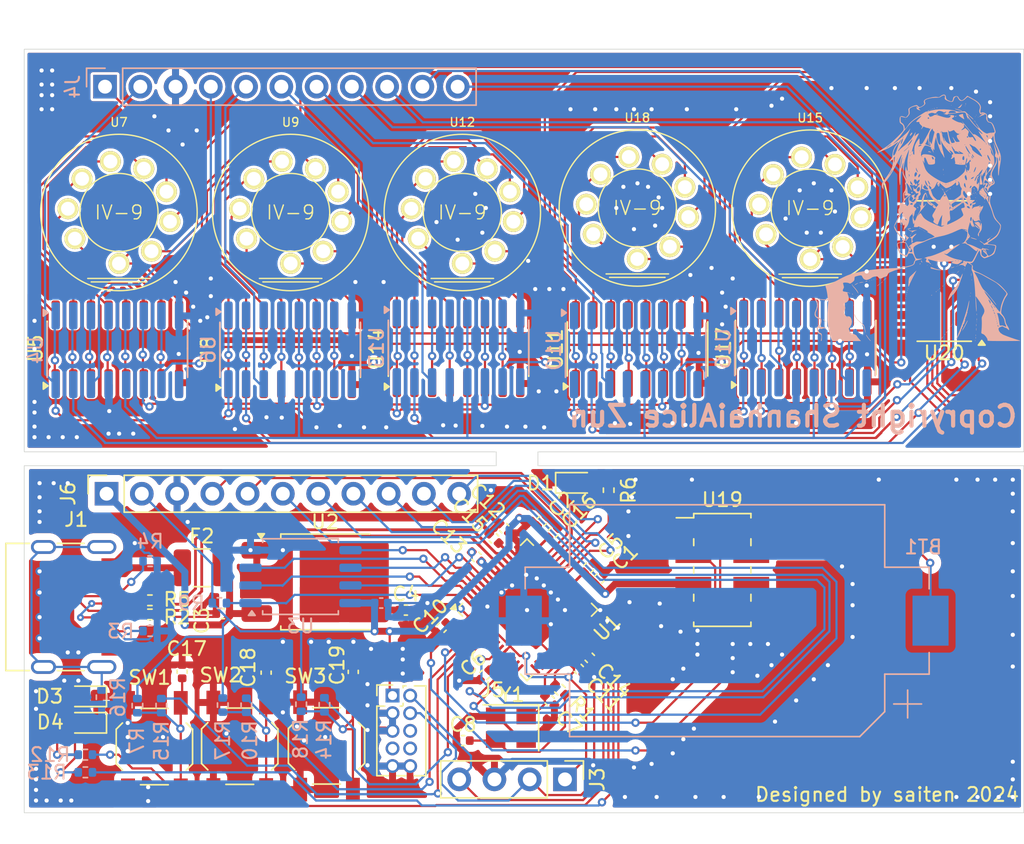
<source format=kicad_pcb>
(kicad_pcb (version 20240108) (generator "pcbnew") (generator_version "8.0")
  (layers (0 "F.Cu" signal) (31 "B.Cu" signal) (34 "B.Paste" user) (35 "F.Paste" user) (36 "B.SilkS" user "B.Silkscreen") (37 "F.SilkS" user "F.Silkscreen") (38 "B.Mask" user) (39 "F.Mask" user) (44 "Edge.Cuts" user))
  (net 0 "")
  (net 1 "GND")
  (net 2 "Net-(BT1-+)")
  (net 3 "+3V3")
  (net 4 "+5V")
  (net 5 "XIN")
  (net 6 "Net-(C8-Pad2)")
  (net 7 "+1V1")
  (net 8 "Net-(D1-A)")
  (net 9 "Net-(D3-A)")
  (net 10 "Net-(D4-A)")
  (net 11 "Net-(C17-Pad1)")
  (net 12 "Net-(C18-Pad1)")
  (net 13 "Net-(F2-Pad1)")
  (net 14 "Net-(J1-SHIELD)")
  (net 16 "Net-(J1-CC2)")
  (net 18 "Net-(J1-CC1)")
  (net 19 "SWD")
  (net 20 "SWCLK")
  (net 24 "XOUT")
  (net 25 "Net-(U1-GPIO25)")
  (net 26 "QSPI_SS")
  (net 27 "GPIO12")
  (net 28 "GPIO13")
  (net 29 "GPIO14")
  (net 30 "GPIO10")
  (net 31 "GPIO11")
  (net 32 "QSPI_SD0")
  (net 33 "QSPI_SD3")
  (net 34 "GPIO8")
  (net 35 "GPIO9")
  (net 36 "QSPI_SCLK")
  (net 38 "GPIO3")
  (net 40 "GPIO7")
  (net 43 "GPIO6")
  (net 45 "C2S")
  (net 46 "QSPI_SD2")
  (net 47 "GPIO5")
  (net 49 "GPIO4")
  (net 51 "GPIO2")
  (net 52 "S2C")
  (net 54 "QSPI_SD1")
  (net 55 "Net-(U4-QB)")
  (net 56 "Net-(U4-QE)")
  (net 57 "Net-(U4-QG)")
  (net 58 "Net-(U4-QH)")
  (net 59 "Net-(U4-QD)")
  (net 60 "Net-(U4-QF)")
  (net 61 "Net-(U4-QC)")
  (net 62 "o1")
  (net 64 "Net-(U5-O3)")
  (net 65 "Net-(U5-O1)")
  (net 66 "Net-(U5-O6)")
  (net 67 "Net-(U5-O7)")
  (net 68 "Net-(U5-O2)")
  (net 69 "Net-(U5-O5)")
  (net 70 "Net-(U5-O4)")
  (net 72 "Net-(U6-QF)")
  (net 73 "Net-(U6-QC)")
  (net 74 "Net-(U6-QH)")
  (net 75 "o2")
  (net 76 "Net-(U6-QE)")
  (net 77 "Net-(U6-QG)")
  (net 78 "Net-(U6-QD)")
  (net 79 "Net-(U6-QB)")
  (net 80 "Net-(U8-O2)")
  (net 81 "Net-(U8-O3)")
  (net 82 "Net-(U8-O1)")
  (net 83 "Net-(U8-O6)")
  (net 84 "Net-(U8-O4)")
  (net 85 "Net-(U8-O7)")
  (net 86 "Net-(U8-O5)")
  (net 87 "Net-(U10-QB)")
  (net 89 "Net-(U10-QG)")
  (net 90 "Net-(U10-QD)")
  (net 91 "Net-(U10-QE)")
  (net 92 "Net-(U10-QH)")
  (net 93 "Net-(U10-QF)")
  (net 94 "o4")
  (net 95 "Net-(U10-QC)")
  (net 96 "Net-(U11-O5)")
  (net 97 "Net-(U11-O4)")
  (net 98 "Net-(U11-O3)")
  (net 99 "Net-(U11-O7)")
  (net 100 "Net-(U11-O1)")
  (net 101 "Net-(U11-O6)")
  (net 102 "Net-(U11-O2)")
  (net 103 "Net-(U13-QE)")
  (net 104 "Net-(U13-QH)")
  (net 105 "o3")
  (net 106 "Net-(U13-QF)")
  (net 108 "Net-(U13-QG)")
  (net 109 "Net-(U13-QC)")
  (net 110 "Net-(U13-QD)")
  (net 111 "Net-(U13-QB)")
  (net 112 "Net-(U12-IN5)")
  (net 113 "Net-(U12-IN7)")
  (net 114 "Net-(U12-IN4)")
  (net 115 "Net-(U12-IN6)")
  (net 116 "Net-(U16-QC)")
  (net 117 "Net-(U16-QH)")
  (net 118 "Net-(U16-QB)")
  (net 119 "Net-(U16-QD)")
  (net 120 "Net-(U16-QG)")
  (net 121 "Net-(U16-QE)")
  (net 122 "o5")
  (net 124 "Net-(U16-QF)")
  (net 125 "Net-(U15-IN5)")
  (net 126 "Net-(U15-IN4)")
  (net 127 "Net-(U15-IN7)")
  (net 128 "Net-(U15-IN6)")
  (net 129 "i4")
  (net 130 "i5")
  (net 131 "i3")
  (net 132 "i1")
  (net 133 "i2")
  (net 137 "Net-(U12-IN8)")
  (net 138 "Net-(U12-IN3)")
  (net 139 "Net-(U12-IN9)")
  (net 140 "Net-(U15-IN8)")
  (net 141 "Net-(U15-IN3)")
  (net 142 "Net-(U15-IN9)")
  (net 143 "Net-(C19-Pad1)")
  (net 144 "D+")
  (net 145 "D-")
  (net 146 "D2+")
  (net 147 "D2-")
  (footprint "Connector_PinHeader_2.00mm:PinHeader_2x04_P2.00mm_Vertical_SMD" (layer "F.Cu") (at 255.285 96.509883)
    (property "Reference" "U19")
    (property "Value" "~")
  )
  (footprint "Capacitor_SMD:C_0402_1005Metric" (layer "F.Cu") (at 237.5746 95.566483 -45)
    (property "Reference" "C13")
    (property "Value" "100n")
  )
  (footprint "Package_SO:SOIC-16_3.9x9.9mm_P1.27mm" (layer "F.Cu") (at 224.155 80.683 90)
    (property "Reference" "U8")
    (property "Value" "ULN2003A")
  )
  (footprint "LED_SMD:LED_0603_1608Metric" (layer "F.Cu") (at 209.4411 105.615283 180)
    (property "Reference" "D3")
    (property "Value" "LED")
  )
  (footprint "Capacitor_SMD:C_0402_1005Metric" (layer "F.Cu") (at 232.492 99.401883)
    (property "Reference" "C4")
    (property "Value" "10u")
  )
  (footprint "Connector_USB:USB_C_Receptacle_G-Switch_GT-USB-7010ASV" (layer "F.Cu") (at 207.459 99.175883 -90)
    (property "Reference" "J1")
    (property "Value" "USB_C_Receptacle_USB2.0_16P")
  )
  (footprint "Capacitor_SMD:C_0402_1005Metric" (layer "F.Cu") (at 216.375 103.831883 90)
    (property "Reference" "C17")
    (property "Value" "2.2u")
  )
  (footprint "Capacitor_SMD:C_0402_1005Metric" (layer "F.Cu") (at 235.06 100.671883 45)
    (property "Reference" "C10")
    (property "Value" "100n")
  )
  (footprint "Button_Switch_SMD:SW_SPST_TL3342" (layer "F.Cu") (at 214.375 109.231883 90)
    (property "Reference" "SW1")
    (property "Value" "SW_Push")
  )
  (footprint "Capacitor_SMD:C_0402_1005Metric" (layer "F.Cu") (at 243.095611 93.830072 45)
    (property "Reference" "C16")
    (property "Value" "2u2")
  )
  (footprint "LED_SMD:LED_0603_1608Metric" (layer "F.Cu") (at 244.7628 90.232483)
    (property "Reference" "D1")
    (property "Value" "LED")
  )
  (footprint "Capacitor_SMD:C_0402_1005Metric" (layer "F.Cu") (at 228.7 103.851883 90)
    (property "Reference" "C19")
    (property "Value" "2.2u")
  )
  (footprint "Button_Switch_SMD:SW_SPST_TL3342" (layer "F.Cu") (at 226.775 109.181883 90)
    (property "Reference" "SW3")
    (property "Value" "SW_Push")
  )
  (footprint "Capacitor_SMD:C_0402_1005Metric" (layer "F.Cu") (at 236.612 108.799883)
    (property "Reference" "C8")
    (property "Value" "15p")
  )
  (footprint "Capacitor_SMD:C_0402_1005Metric" (layer "F.Cu") (at 242.282811 92.991872 -135)
    (property "Reference" "C2")
    (property "Value" "100n")
  )
  (footprint "Capacitor_SMD:C_0402_1005Metric" (layer "F.Cu") (at 238.1588 104.075483 45)
    (property "Reference" "C6")
    (property "Value" "100n")
  )
  (footprint "LED_SMD:LED_0603_1608Metric" (layer "F.Cu") (at 209.4411 107.520283 180)
    (property "Reference" "D4")
    (property "Value" "LED")
  )
  (footprint "Capacitor_SMD:C_0402_1005Metric" (layer "F.Cu") (at 245.737211 102.840094 135)
    (property "Reference" "C14")
    (property "Value" "100n")
  )
  (footprint "Package_SO:SOIC-16_3.9x9.9mm_P1.27mm" (layer "F.Cu") (at 271.272 74.9774 180)
    (property "Reference" "U20")
    (property "Value" "ULN2003A")
  )
  (footprint "Package_SO:SOIC-16_3.9x9.9mm_P1.27mm" (layer "F.Cu") (at 236.283 80.605 90)
    (property "Reference" "U14")
    (property "Value" "ULN2003A")
  )
  (footprint "Tube:NUM_IV-9" (layer "F.Cu") (at 261.6118 70.4498)
    (property "Reference" "U15")
    (property "Value" "~" (hide yes))
  )
  (footprint "Tube:NUM_IV-9" (layer "F.Cu") (at 211.823 70.761)
    (property "Reference" "U7")
    (property "Value" "~" (hide yes))
  )
  (footprint "Tube:NUM_IV-9" (layer "F.Cu") (at 236.557 70.761)
    (property "Reference" "U12")
    (property "Value" "~" (hide yes))
  )
  (footprint "Package_SO:SOIC-16_3.9x9.9mm_P1.27mm" (layer "F.Cu") (at 211.709 80.547 90)
    (property "Reference" "U5")
    (property "Value" "ULN2003A")
  )
  (footprint "Capacitor_SMD:C_0402_1005Metric" (layer "F.Cu") (at 222.425 103.906883 90)
    (property "Reference" "C18")
    (property "Value" "2.2u")
  )
  (footprint "Capacitor_SMD:C_0402_1005Metric" (layer "F.Cu") (at 246.423011 97.132072 -135)
    (property "Reference" "C1")
    (property "Value" "1u")
  )
  (footprint "Capacitor_SMD:C_0402_1005Metric" (layer "F.Cu") (at 239.571989 93.499872 -45)
    (property "Reference" "C12")
    (property "Value" "100n")
  )
  (footprint "Resistor_SMD:R_0402_1005Metric" (layer "F.Cu") (at 243.589376 105.137259 135)
    (property "Reference" "R1")
    (property "Value" "1k")
  )
  (footprint "Connector_PinHeader_2.54mm:PinHeader_1x04_P2.54mm_Vertical" (layer "F.Cu") (at 243.95 111.593883 -90)
    (property "Reference" "J3")
    (property "Value" "Conn_01x04")
  )
  (footprint "Resistor_SMD:R_0402_1005Metric" (layer "F.Cu") (at 247.0996 90.763883 90)
    (property "Reference" "R6")
    (property "Value" "470")
  )
  (footprint "Package_TO_SOT_SMD:TO-252-2" (layer "F.Cu") (at 226.791 97.370883)
    (property "Reference" "U2")
    (property "Value" "AZ1117-3.3")
  )
  (footprint "Fuse:Fuse_1210_3225Metric" (layer "F.Cu") (at 217.788 96.353883)
    (property "Reference" "F2")
    (property "Value" "Fuse_Small")
  )
  (footprint "Capacitor_SMD:C_0402_1005Metric" (layer "F.Cu") (at 219.312 99.655883 180)
    (property "Reference" "C3")
    (property "Value" "22u")
  )
  (footprint "Resistor_SMD:R_0402_1005Metric" (layer "F.Cu") (at 214.052801 98.695283)
    (property "Reference" "R5")
    (property "Value" "27")
  )
  (footprint "Package_DFN_QFN:QFN-56-1EP_7x7mm_P0.4mm_EP3.2x3.2mm" (layer "F.Cu") (at 241.216944 99.376298 45)
    (property "Reference" "U1")
    (property "Value" "RP2040")
  )
  (footprint "Connector_PinSocket_2.54mm:PinSocket_1x11_P2.54mm_Vertical" (layer "F.Cu") (at 210.93 91.019883 90)
    (property "Reference" "J6")
    (property "Value" "Conn_01x11_Socket")
  )
  (footprint "Package_SO:SOIC-16_3.9x9.9mm_P1.27mm" (layer "F.Cu") (at 261.2898 80.4828 90)
    (property "Reference" "U17")
    (property "Value" "ULN2003A")
  )
  (footprint "Connector_PinHeader_1.27mm:PinHeader_2x05_P1.27mm_Vertical" (layer "F.Cu") (at 231.53 105.556883)
    (property "Reference" "J5")
    (property "Value" "Conn_ARM_JTAG_SWD_10")
  )
  (footprint "Capacitor_SMD:C_0402_1005Metric" (layer "F.Cu") (at 244.9406 103.643683 135)
    (property "Reference" "C11")
    (property "Value" "100n")
  )
  (footprint "Resistor_SMD:R_0402_1005Metric" (layer "F.Cu") (at 214.052801 99.711283)
    (property "Reference" "R2")
    (property "Value" "27")
  )
  (footprint "Capacitor_SMD:C_0402_1005Metric" (layer "F.Cu") (at 238.835389 94.236472 -45)
    (property "Reference" "C15")
    (property "Value" "2u2")
  )
  (footprint "Capacitor_SMD:C_0402_1005Metric" (layer "F.Cu") (at 245.661011 96.344672 -135)
    (property "Reference" "C5")
    (property "Value" "100n")
  )
  (footprint "Crystal:Crystal_SMD_3225-4Pin_3.2x2.5mm" (layer "F.Cu") (at 240.056 107.871883 180)
    (property "Reference" "Y1")
    (property "Value" "12MHz")
  )
  (footprint "Package_SO:SOIC-16_3.9x9.9mm_P1.27mm" (layer "F.Cu") (at 249.174 80.5896 90)
    (property "Reference" "U11")
    (property "Value" "ULN2003A")
  )
  (footprint "Button_Switch_SMD:SW_SPST_TL3342" (layer "F.Cu") (at 220.525 109.206883 90)
    (property "Reference" "SW2")
    (property "Value" "SW_Push")
  )
  (footprint "Capacitor_SMD:C_0402_1005Metric" (layer "F.Cu") (at 242.848589 105.920472 135)
    (property "Reference" "C7")
    (property "Value" "15p")
  )
  (footprint "Tube:NUM_IV-9" (layer "F.Cu") (at 224.19 70.761)
    (property "Reference" "U9")
    (property "Value" "~" (hide yes))
  )
  (footprint "Tube:NUM_IV-9" (layer "F.Cu") (at 249.163 70.4356)
    (property "Reference" "U18")
    (property "Value" "~" (hide yes))
  )
  (footprint "Package_SO:SOIC-8_5.23x5.23mm_P1.27mm" (layer "B.Cu") (at 224.9 96.988883)
    (property "Reference" "U3")
    (property "Value" "W25Q128JVS")
  )
  (footprint "Resistor_SMD:R_0402_1005Metric" (layer "B.Cu") (at 214.068 95.875883 180)
    (property "Reference" "R4")
    (property "Value" "5.1k")
  )
  (footprint "Resistor_SMD:R_0402_1005Metric" (layer "B.Cu") (at 213.1526 106.283883 -90)
    (property "Reference" "R7")
    (property "Value" "6k8")
  )
  (footprint "Tube:sakuya" (layer "B.Cu") (at 269.45 71.1366 180)
    (property "Reference" "Copryright ShanhaiAlice Zun")
    (property "Value" "LOGO" (hide yes))
  )
  (footprint "Capacitor_SMD:C_0402_1005Metric" (layer "B.Cu") (at 230.714 98.893883)
    (property "Reference" "C9" (hide yes))
    (property "Value" "100n")
  )
  (footprint "Connector_PinHeader_2.54mm:PinHeader_1x11_P2.54mm_Vertical" (layer "B.Cu") (at 210.82 61.698 -90)
    (property "Reference" "J4")
    (property "Value" "Conn_01x11_Pin")
  )
  (footprint "Package_SO:SOIC-16_3.9x9.9mm_P1.27mm" (layer "B.Cu") (at 224.155 80.618 -90)
    (property "Reference" "U6")
    (property "Value" "74HC595")
  )
  (footprint "Package_SO:SOIC-16_3.9x9.9mm_P1.27mm" (layer "B.Cu") (at 249.047 80.683 -90)
    (property "Reference" "U10")
    (property "Value" "74HC595")
  )
  (footprint "Resistor_SMD:R_0402_1005Metric" (layer "B.Cu") (at 210.5744 105.675683 90)
    (property "Reference" "R16")
    (property "Value" "5.1k")
  )
  (footprint "Battery:BatteryHolder_Keystone_1060_1x2032" (layer "B.Cu") (at 255.634 100.163883 180)
    (property "Reference" "BT1")
    (property "Value" "Battery_Cell")
  )
  (footprint "Package_SO:SOIC-16_3.9x9.9mm_P1.27mm" (layer "B.Cu") (at 236.283 80.475 -90)
    (property "Reference" "U13")
    (property "Value" "74HC595")
  )
  (footprint "Resistor_SMD:R_0402_1005Metric" (layer "B.Cu") (at 219.058 98.893883)
    (property "Reference" "R9")
    (property "Value" "dnf")
  )
  (footprint "Resistor_SMD:R_0402_1005Metric" (layer "B.Cu") (at 224.95 106.181883 -90)
    (property "Reference" "R18")
    (property "Value" "6k8")
  )
  (footprint "Resistor_SMD:R_0402_1005Metric" (layer "B.Cu") (at 221 106.256883 -90)
    (property "Reference" "R10")
    (property "Value" "470")
  )
  (footprint "Resistor_SMD:R_0402_1005Metric" (layer "B.Cu") (at 209.404 111.085883 180)
    (property "Reference" "R13")
    (property "Value" "470")
  )
  (footprint "Package_SO:SOIC-16_3.9x9.9mm_P1.27mm" (layer "B.Cu") (at 211.709 80.683 -90)
    (property "Reference" "U4")
    (property "Value" "74HC595")
  )
  (footprint "Resistor_SMD:R_0402_1005Metric" (layer "B.Cu") (at 219.3 106.241883 -90)
    (property "Reference" "R17")
    (property "Value" "6k8")
  )
  (footprint "Resistor_SMD:R_0402_1005Metric" (layer "B.Cu") (at 214.068 100.903083 180)
    (property "Reference" "R3")
    (property "Value" "5.1k")
  )
  (footprint "Resistor_SMD:R_0402_1005Metric" (layer "B.Cu") (at 209.404 109.815883 180)
    (property "Reference" "R12")
    (property "Value" "470")
  )
  (footprint "Resistor_SMD:R_0402_1005Metric" (layer "B.Cu") (at 226.625 106.221883 -90)
    (property "Reference" "R14")
    (property "Value" "470")
  )
  (footprint "Resistor_SMD:R_0402_1005Metric" (layer "B.Cu") (at 214.875 106.281883 -90)
    (property "Reference" "R15")
    (property "Value" "470")
  )
  (footprint "Package_SO:SOIC-16_3.9x9.9mm_P1.27mm" (layer "B.Cu") (at 261.239 80.559 -90)
    (property "Reference" "U16")
    (property "Value" "74HC595")
  )
  (gr_poly (pts (xy 205 88) (xy 239 88) (xy 239 89) (xy 205 89) (xy 205 114) (xy 277 114) (xy 277 89) (xy 242 89) (xy 242 88) (xy 277 88) (xy 277 59) (xy 205 59)) (stroke (width 0.05)) (fill none) (layer "Edge.Cuts"))
  (gr_text "Designed by saiten 2024" (at 257.556 113.273883 0) (layer "F.SilkS") (effects (font (size 1 1)) (justify left bottom)))
  (segment (start 237.7524 104.481883) (end 237.819389 104.414894) (width 0.5) (layer "F.Cu") (net 1))
  (segment (start 253.619 80.9258) (end 253.5682 80.875) (width 0.16) (layer "F.Cu") (net 1))
  (segment (start 243.435022 93.465261) (end 242.622222 92.652461) (width 0.5) (layer "F.Cu") (net 1))
  (segment (start 253.619 83.0646) (end 253.619 80.9258) (width 0.16) (layer "F.Cu") (net 1))
  (segment (start 246.054 104.045883) (end 245.635611 103.627494) (width 0.16) (layer "F.Cu") (net 1))
  (segment (start 243.188 107.189883) (end 243.188 106.259883) (width 0.5) (layer "F.Cu") (net 1))
  (segment (start 265.7348 81.002) (end 265.7094 80.9766) (width 0.16) (layer "F.Cu") (net 1))
  (segment (start 236.132 108.799883) (end 236.132 109.109882) (width 0.5) (layer "F.Cu") (net 1))
  (segment (start 240.6904 80.7988) (end 240.6904 81.1036) (width 0.16) (layer "F.Cu") (net 1))
  (segment (start 246.054 104.227883) (end 246.054 104.045883) (width 0.16) (layer "F.Cu") (net 1))
  (segment (start 215.3929 102.375883) (end 216.0809 101.687883) (width 0.16) (layer "F.Cu") (net 1))
  (segment (start 236.33 104.481883) (end 237.7524 104.481883) (width 0.5) (layer "F.Cu") (net 1))
  (segment (start 248.7 85.9366) (end 248.65 85.9866) (width 0.16) (layer "F.Cu") (net 1))
  (segment (start 248.5036 89.477483) (end 249.03 90.003883) (width 0.16) (layer "F.Cu") (net 1))
  (segment (start 246.054 104.227883) (end 246.054 110.505883) (width 0.16) (layer "F.Cu") (net 1))
  (segment (start 242.940517 102.514084) (end 241.216944 100.790511) (width 0.16) (layer "F.Cu") (net 1))
  (segment (start 229.785 110.636883) (end 229.726 110.577883) (width 0.5) (layer "F.Cu") (net 1))
  (segment (start 236.132 109.109882) (end 238.616001 111.593883) (width 0.5) (layer "F.Cu") (net 1))
  (segment (start 242.622222 92.652461) (end 240.735644 90.765883) (width 0.5) (layer "F.Cu") (net 1))
  (segment (start 216.09 83.322) (end 216.09 80.9898) (width 0.16) (layer "F.Cu") (net 1))
  (segment (start 228.6 81.1036) (end 228.5746 81.0782) (width 0.16) (layer "F.Cu") (net 1))
  (segment (start 236.132 107.981883) (end 237.092 107.021883) (width 0.5) (layer "F.Cu") (net 1))
  (segment (start 246.054 110.505883) (end 245.982 110.577883) (width 0.16) (layer "F.Cu") (net 1))
  (segment (start 240.735644 90.765883) (end 238.616 90.765883) (width 0.5) (layer "F.Cu") (net 1))
  (segment (start 230.7334 102.949283) (end 229.98 102.195883) (width 0.5) (layer "F.Cu") (net 1))
  (segment (start 215.7772 99.888683) (end 215.629 100.036883) (width 0.16) (layer "F.Cu") (net 1))
  (segment (start 230.7334 103.728483) (end 230.7334 103.484483) (width 0.5) (layer "F.Cu") (net 1))
  (segment (start 211.184 95.975883) (end 211.562 95.975883) (width 0.5) (layer "F.Cu") (net 1))
  (segment (start 246.076622 103.186483) (end 245.635611 103.627494) (width 0.16) (layer "F.Cu") (net 1))
  (segment (start 240.728 83.08) (end 240.6904 80.7988) (width 0.16) (layer "F.Cu") (net 1))
  (segment (start 236.132 108.855883) (end 238.87 111.593883) (width 0.2) (layer "F.Cu") (net 1))
  (segment (start 246.000422 96.030661) (end 246.762422 96.792661) (width 0.2) (layer "F.Cu") (net 1))
  (segment (start 236.132 108.799883) (end 236.132 107.981883) (width 0.5) (layer "F.Cu") (net 1))
  (segment (start 241.656 108.721883) (end 243.188 107.189883) (width 0.5) (layer "F.Cu") (net 1))
  (segment (start 237.092 107.021883) (end 237.1308 107.060683) (width 0.5) (layer "F.Cu") (net 1))
  (segment (start 265.7348 82.9578) (end 265.7348 81.002) (width 0.16) (layer "F.Cu") (net 1))
  (segment (start 211.562 95.975883) (end 212.962 94.575883) (width 0.5) (layer "F.Cu") (net 1))
  (segment (start 211.184 102.375883) (end 215.3929 102.375883) (width 0.16) (layer "F.Cu") (net 1))
  (segment (start 211.618 102.375883) (end 212.2 102.957883) (width 0.16) (layer "F.Cu") (net 1))
  (segment (start 245.635611 103.627494) (end 245.280011 103.983094) (width 0.16) (layer "F.Cu") (net 1))
  (segment (start 247.4 85.7866) (end 247.55 85.9366) (width 0.16) (layer "F.Cu") (net 1))
  (segment (start 229.726 104.735883) (end 230.7334 103.728483) (width 0.5) (layer "F.Cu") (net 1))
  (segment (start 253.5682 80.875) (end 253.5428 80.8496) (width 0.16) (layer "F.Cu") (net 1))
  (segment (start 238.9172 107.060683) (end 237.1308 107.060683) (width 0.5) (layer "F.Cu") (net 1))
  (segment (start 239.056 107.021883) (end 240.756 108.721883) (width 0.2) (layer "F.Cu") (net 1))
  (segment (start 244.7303 89.477483) (end 248.5036 89.477483) (width 0.16) (layer "F.Cu") (net 1))
  (segment (start 212.2 102.957883) (end 212.2 103.719883) (width 0.16) (layer "F.Cu") (net 1))
  (segment (start 243.9753 90.232483) (end 244.7303 89.477483) (width 0.16) (layer "F.Cu") (net 1))
  (segment (start 230.7334 103.484483) (end 230.7334 102.949283) (width 0.5) (layer "F.Cu") (net 1))
  (segment (start 216.09 80.9898) (end 216.1286 80.9512) (width 0.16) (layer "F.Cu") (net 1))
  (segment (start 218.5992 99.888683) (end 215.7772 99.888683) (width 0.16) (layer "F.Cu") (net 1))
  (segment (start 230.996 108.037883) (end 229.726 108.037883) (width 0.5) (layer "F.Cu") (net 1))
  (segment (start 215.629 100.036883) (end 214.74 100.925883) (width 0.16) (layer "F.Cu") (net 1))
  (segment (start 228.6 83.158) (end 228.6 81.1036) (width 0.16) (layer "F.Cu") (net 1))
  (segment (start 232.8 110.636883) (end 229.785 110.636883) (width 0.5) (layer "F.Cu") (net 1))
  (segment (start 241.156 108.721883) (end 241.656 108.721883) (width 0.5) (layer "F.Cu") (net 1))
  (segment (start 218.832 99.655883) (end 218.5992 99.888683) (width 0.16) (layer "F.Cu") (net 1))
  (via (at 241.216944 99.401883) (size 0.6) (drill 0.3) (layers "F.Cu" "B.Cu") (net 1))
  (via (at 274.574 69.4196) (size 0.6) (drill 0.3) (layers "F.Cu" "B.Cu") (net 1))
  (via (at 206.248 61.5456) (size 0.6) (drill 0.3) (layers "F.Cu" "B.Cu") (net 1))
  (via (at 205.74 78.5636) (size 0.6) (drill 0.3) (layers "F.Cu" "B.Cu") (net 1))
  (via (at 247.76 100.671883) (size 0.6) (drill 0.3) (layers "F.Cu" "B.Cu") (net 1))
  (via (at 237.998 72.2136) (size 0.6) (drill 0.3) (layers "F.Cu" "B.Cu") (net 1))
  (via (at 206.248 62.3076) (size 0.6) (drill 0.3) (layers "F.Cu" "B.Cu") (net 1))
  (via (at 238.616 90.765883) (size 0.6) (drill 0.3) (layers "F.Cu" "B.Cu") (net 1))
  (via (at 248.92 110.733883) (size 0.6) (drill 0.3) (layers "F.Cu" "B.Cu") (net 1))
  (via (at 274.574 65.6096) (size 0.6) (drill 0.3) (layers "F.Cu" "B.Cu") (net 1))
  (via (at 276.208 111.593883) (size 0.6) (drill 0.3) (layers "F.Cu" "B.Cu") (net 1))
  (via (at 236.33 104.481883) (size 0.6) (drill 0.3) (layers "F.Cu" "B.Cu") (net 1))
  (via (at 239.775 86.1866) (size 0.6) (drill 0.3) (layers "F.Cu" "B.Cu") (net 1))
  (via (at 263.144 69.1656) (size 0.6) (drill 0.3) (layers "F.Cu" "B.Cu") (net 1))
  (via (at 207.882 104.481883) (size 0.6) (drill 0.3) (layers "F.Cu" "B.Cu") (net 1))
  (via (at 247.65 70.4356) (size 0.6) (drill 0.3) (layers "F.Cu" "B.Cu") (net 1))
  (via (at 250.875 100.556883) (size 0.6) (drill 0.3) (layers "F.Cu" "B.Cu") (net 1))
  (via (at 211.074 86.6916) (size 0.6) (drill 0.3) (layers "F.Cu" "B.Cu") (net 1))
  (via (at 276.208 90.003883) (size 0.6) (drill 0.3) (layers "F.Cu" "B.Cu") (net 1))
  (via (at 243.332 83.6436) (size 0.6) (drill 0.3) (layers "F.Cu" "B.Cu") (net 1))
  (via (at 272.144 90.003883) (size 0.6) (drill 0.3) (layers "F.Cu" "B.Cu") (net 1))
  (via (at 248.92 71.9596) (size 0.6) (drill 0.3) (layers "F.Cu" "B.Cu") (net 1))
  (via (at 238.252 70.4356) (size 0.6) (drill 0.3) (layers "F.Cu" "B.Cu") (net 1))
  (via (at 273.668 90.003883) (size 0.6) (drill 0.3) (layers "F.Cu" "B.Cu") (net 1))
  (via (at 262.89 103.367883) (size 0.6) (drill 0.3) (layers "F.Cu" "B.Cu") (net 1))
  (via (at 206.104 101.433883) (size 0.6) (drill 0.3) (layers "F.Cu" "B.Cu") (net 1))
  (via (at 205.74 86.9456) (size 0.6) (drill 0.3) (layers "F.Cu" "B.Cu") (net 1))
  (via (at 266.556 90.003883) (size 0.6) (drill 0.3) (layers "F.Cu" "B.Cu") (net 1))
  (via (at 232.266 102.195883) (size 0.6) (drill 0.3) (layers "F.Cu" "B.Cu") (net 1))
  (via (at 257.92 112.863883) (size 0.6) (drill 0.3) (layers "F.Cu" "B.Cu") (net 1))
  (via (at 205.85 112.355883) (size 0.6) (drill 0.3) (layers "F.Cu" "B.Cu") (net 1))
  (via (at 274.574 63.8316) (size 0.6) (drill 0.3) (layers "F.Cu" "B.Cu") (net 1))
  (via (at 226.932 101.687883) (size 0.6) (drill 0.3) (layers "F.Cu" "B.Cu") (net 1))
  (via (at 206.248 63.3236) (size 0.6) (drill 0.3) (layers "F.Cu" "B.Cu") (net 1))
  (via (at 228.6 81.1036) (size 0.6) (drill 0.3) (layers "F.Cu" "B.Cu") (net 1))
  (via (at 252.476 103.621883) (size 0.6) (drill 0.3) (layers "F.Cu" "B.Cu") (net 1))
  (via (at 253.5682 80.875) (size 0.6) (drill 0.3) (layers "F.Cu" "B.Cu") (net 1))
  (via (at 237.49 69.4196) (size 0.6) (drill 0.3) (layers "F.Cu" "B.Cu") (net 1))
  (via (at 229.475 86.2366) (size 0.6) (drill 0.3) (layers "F.Cu" "B.Cu") (net 1))
  (via (at 260.604 105.907883) (size 0.6) (drill 0.3) (layers "F.Cu" "B.Cu") (net 1))
  (via (at 276.208 91.019883) (size 0.6) (drill 0.3) (layers "F.Cu" "B.Cu") (net 1))
  (via (at 225.662 101.687883) (size 0.6) (drill 0.3) (layers "F.Cu" "B.Cu") (net 1))
  (via (at 226.05 86.2366) (size 0.6) (drill 0.3) (layers "F.Cu" "B.Cu") (net 1))
  (via (at 241.3 74.2456) (size 0.6) (drill 0.3) (layers "F.Cu" "B.Cu") (net 1))
  (via (at 242.934 100.417883) (size 0.6) (drill 0.3) (layers "F.Cu" "B.Cu") (net 1))
  (via (at 242.426 97.623883) (size 0.6) (drill 0.3) (layers "F.Cu" "B.Cu") (net 1))
  (via (at 261.874 68.6576) (size 0.6) (drill 0.3) (layers "F.Cu" "B.Cu") (net 1))
  (via (at 224.646 107.783883) (size 0.6) (drill 0.3) (layers "F.Cu" "B.Cu") (net 1))
  (via (at 228.71 101.687883) (size 0.6) (drill 0.3) (layers "F.Cu" "B.Cu") (net 1))
  (via (at 256.032 101.843883) (size 0.6) (drill 0.3) (layers "F.Cu" "B.Cu") (net 1))
  (via (at 218.44 76.7856) (size 0.6) (drill 0.3) (layers "F.Cu" "B.Cu") (net 1))
  (via (at 236.075 86.1116) (size 0.6) (drill 0.3) (layers "F.Cu" "B.Cu") (net 1))
  (via (at 205.74 84.4056) (size 0.6) (drill 0.3) (layers "F.Cu" "B.Cu") (net 1))
  (via (at 232.266 102.957883) (size 0.6) (drill 0.3) (layers "F.Cu" "B.Cu") (net 1))
  (via (at 246.998 100.163883) (size 0.6) (drill 0.3) (layers "F.Cu" "B.Cu") (net 1))
  (via (at 208.136 102.449883) (size 0.6) (drill 0.3) (layers "F.Cu" "B.Cu") (net 1))
  (via (at 235.175 86.0866) (size 0.6) (drill 0.3) (layers "F.Cu" "B.Cu") (net 1))
  (via (at 217.678 78.5636) (size 0.6) (drill 0.3) (layers "F.Cu" "B.Cu") (net 1))
  (via (at 206.756 86.9456) (size 0.6) (drill 0.3) (layers "F.Cu" "B.Cu") (net 1))
  (via (at 239.378 98.131883) (size 0.6) (drill 0.3) (layers "F.Cu" "B.Cu") (net 1))
  (via (at 261.366 72.2136) (size 0.6) (drill 0.3) (layers "F.Cu" "B.Cu") (net 1))
  (via (at 253.238 107.939883) (size 0.6) (drill 0.3) (layers "F.Cu" "B.Cu") (net 1))
  (via (at 208.898 102.449883) (size 0.6) (drill 0.3) (layers "F.Cu" "B.Cu") (net 1))
  (via (at 208.788 86.9456) (size 0.6) (drill 0.3) (layers "F.Cu" "B.Cu") (net 1))
  (via (at 216.662 76.5316) (size 0.6) (drill 0.3) (layers "F.Cu" "B.Cu") (net 1))
  (via (at 250.698 69.6736) (size 0.6) (drill 0.3) (layers "F.Cu" "B.Cu") (net 1))
  (via (at 240.14 97.623883) (size 0.6) (drill 0.3) (layers "F.Cu" "B.Cu") (net 1))
  (via (at 236.22 72.7216) (size 0.6) (drill 0.3) (layers "F.Cu" "B.Cu") (net 1))
  (via (at 271.78 73.2296) (size 0.6) (drill 0.3) (layers "F.Cu" "B.Cu") (net 1))
  (via (at 212.852 86.6916) (size 0.6) (drill 0.3) (layers "F.Cu" "B.Cu") (net 1))
  (via (at 256.032 103.875883) (size 0.6) (drill 0.3) (layers "F.Cu" "B.Cu") (net 1))
  (via (at 265.684 61.7996) (size 0.6) (drill 0.3) (layers "F.Cu" "B.Cu") (net 1))
  (via (at 276.208 94.575883) (size 0.6) (drill 0.3) (layers "F.Cu" "B.Cu") (net 1))
  (via (at 228.854 75.7696) (size 0.6) (drill 0.3) (layers "F.Cu" "B.Cu") (net 1))
  (via (at 217.17 77.5476) (size 0.6) (drill 0.3) (layers "F.Cu" "B.Cu") (net 1))
  (via (at 206.104 93.051883) (size 0.6) (drill 0.3) (layers "F.Cu" "B.Cu") (net 1))
  (via (at 249.174 68.6576) (size 0.6) (drill 0.3) (layers "F.Cu" "B.Cu") (net 1))
  (via (at 205.85 105.243883) (size 0.6) (drill 0.3) (layers "F.Cu" "B.Cu") (net 1))
  (via (at 251.7 85.9366) (size 0.6) (drill 0.3) (layers "F.Cu" "B.Cu") (net 1))
  (via (at 276.208 92.289883) (size 0.6) (drill 0.3) (layers "F.Cu" "B.Cu") (net 1))
  (via (at 213.925 112.156883) (size 0.6) (drill 0.3) (layers "F.Cu" "B.Cu") (net 1))
  (via (at 249.03 90.003883) (size 0.6) (drill 0.3) (layers "F.Cu" "B.Cu") (net 1))
  (via (at 258.826 103.367883) (size 0.6) (drill 0.3) (layers "F.Cu" "B.Cu") (net 1))
  (via (at 255.38 112.863883) (size 0.6) (drill 0.3) (layers "F.Cu" "B.Cu") (net 1))
  (via (at 257.302 101.843883) (size 0.6) (drill 0.3) (layers "F.Cu" "B.Cu") (net 1))
  (via (at 265.684 75.0076) (size 0.6) (drill 0.3) (layers "F.Cu" "B.Cu") (net 1))
  (via (at 238 86.1366) (size 0.6) (drill 0.3) (layers "F.Cu" "B.Cu") (net 1))
  (via (at 241.808 76.2776) (size 0.6) (drill 0.3) (layers "F.Cu" "B.Cu") (net 1))
  (via (at 238.362 99.147883) (size 0.6) (drill 0.3) (layers "F.Cu" "B.Cu") (net 1))
  (via (at 251.714 109.717883) (size 0.6) (drill 0.3) (layers "F.Cu" "B.Cu") (net 1))
  (via (at 264.668 99.049883) (size 0.6) (drill 0.3) (layers "F.Cu" "B.Cu") (net 1))
  (via (at 273.558 62.0536) (size 0.6) (drill 0.3) (layers "F.Cu" "B.Cu") (net 1))
  (via (at 248.158 68.9116) (size 0.6) (drill 0.3) (layers "F.Cu" "B.Cu") (net 1))
  (via (at 223.63 95.083883) (size 0.6) (drill 0.3) (layers "F.Cu" "B.Cu") (net 1))
  (via (at 250.775 98.931883) (size 0.6) (drill 0.3) (layers "F.Cu" "B.Cu") (net 1))
  (via (at 218.186 78.3096) (size 0.6) (drill 0.3) (layers "F.Cu" "B.Cu") (net 1))
  (via (at 255.27 78.8176) (size 0.6) (drill 0.3) (layers "F.Cu" "B.Cu") (net 1))
  (via (at 252.275 100.956883) (size 0.6) (drill 0.3) (layers "F.Cu" "B.Cu") (net 1))
  (via (at 211.836 86.6916) (size 0.6) (drill 0.3) (layers "F.Cu" "B.Cu") (net 1))
  (via (at 260.858 69.1656) (size 0.6) (drill 0.3) (layers "F.Cu" "B.Cu") (net 1))
  (via (at 241.156 96.861883) (size 0.6) (drill 0.3) (layers "F.Cu" "B.Cu") (net 1))
  (via (at 252.625 86.0616) (size 0.6) (drill 0.3) (layers "F.Cu" "B.Cu") (net 1))
  (via (at 250.444 71.7056) (size 0.6) (drill 0.3) (layers "F.Cu" "B.Cu") (net 1))
  (via (at 205.74 85.1676) (size 0.6) (drill 0.3) (layers "F.Cu" "B.Cu") (net 1))
  (via (at 258.572 101.843883) (size 0.6) (drill 0.3) (layers "F.Cu" "B.Cu") (net 1))
  (via (at 251.714 104.383883) (size 0.6) (drill 0.3) (layers "F.Cu" "B.Cu") (net 1))
  (via (at 242.062 83.6436) (size 0.6) (drill 0.3) (layers "F.Cu" "B.Cu") (net 1))
  (via (at 207.628 113.117883) (size 0.6) (drill 0.3) (layers "F.Cu" "B.Cu") (net 1))
  (via (at 248.6 98.831883) (size 0.6) (drill 0.3) (layers "F.Cu" "B.Cu") (net 1))
  (via (at 206.104 91.273883) (size 0.6) (drill 0.3) (layers "F.Cu" "B.Cu") (net 1))
  (via (at 206.104 90.257883) (size 0.6) (drill 0.3) (layers "F.Cu" "B.Cu") (net 1))
  (via (at 274.574 62.8156) (size 0.6) (drill 0.3) (layers "F.Cu" "B.Cu") (net 1))
  (via (at 222.45 85.5116) (size 0.6) (drill 0.3) (layers "F.Cu" "B.Cu") (net 1))
  (via (at 216.408 65.8636) (size 0.6) (drill 0.3) (layers "F.Cu" "B.Cu") (net 1))
  (via (at 252.476 108.701883) (size 0.6) (drill 0.3) (layers "F.Cu" "B.Cu") (net 1))
  (via (at 259.588 102.605883) (size 0.6) (drill 0.3) (layers "F.Cu" "B.Cu") (net 1))
  (via (at 274.938 90.003883) (size 0.6) (drill 0.3) (layers "F.Cu" "B.Cu") (net 1))
  (via (at 248.65 85.9866) (size 0.6) (drill 0.3) (layers "F.Cu" "B.Cu") (net 1))
  (via (at 216.1286 80.9512) (size 0.6) (drill 0.3) (layers "F.Cu" "B.Cu") (net 1))
  (via (at 212.962 94.575883) (size 0.6) (drill 0.3) (layers "F.Cu" "B.Cu") (net 1))
  (via (at 206.104 99.909883) (size 0.6) (drill 0.3) (layers "F.Cu" "B.Cu") (net 1))
  (via (at 205.74 80.5956) (size 0.6) (drill 0.3) (layers "F.Cu" "B.Cu") (net 1))
  (via (at 216.772 93.051883) (size 0.6) (drill 0.3) (layers "F.Cu" "B.Cu") (net 1))
  (via (at 252.73 63.3236) (size 0.6) (drill 0.3) (layers "F.Cu" "B.Cu") (net 1))
  (via (at 229.726 108.037883) (size 0.6) (drill 0.3) (layers "F.Cu" "B.Cu") (net 1))
  (via (at 259.588 62.5616) (size 0.6) (drill 0.3) (layers "F.Cu" "B.Cu") (net 1))
  (via (at 256.032 102.859883) (size 0.6) (drill 0.3) (layers "F.Cu" "B.Cu") (net 1))
  (via (at 223.55 85.5366) (size 0.6) (drill 0.3) (layers "F.Cu" "B.Cu") (net 1))
  (via (at 248.776 91.273883) (size 0.6) (drill 0.3) (layers "F.Cu" "B.Cu") (net 1))
  (via (at 271.78 61.7996) (size 0.6) (drill 0.3) (layers "F.Cu" "B.Cu") (net 1))
  (via (at 272.144 112.863883) (size 0.6) (drill 0.3) (layers "F.Cu" "B.Cu") (net 1))
  (via (at 253.348 112.863883) (size 0.6) (drill 0.3) (layers "F.Cu" "B.Cu") (net 1))
  (via (at 223.63 106.767883) (size 0.6) (drill 0.3) (layers "F.Cu" "B.Cu") (net 1))
  (via (at 226.678 108.545883) (size 0.6) (drill 0.3) (layers "F.Cu" "B.Cu") (net 1))
  (via (at 276.208 101.179883) (size 0.6) (drill 0.3) (layers "F.Cu" "B.Cu") (net 1))
  (via (at 263.398 70.6896) (size 0.6) (drill 0.3) (layers "F.Cu" "B.Cu") (net 1))
  (via (at 215.392 64.8476) (size 0.6) (drill 0.3) (layers "F.Cu" "B.Cu") (net 1))
  (via (at 267.716 61.7996) (size 0.6) (drill 0.3) (layers "F.Cu" "B.Cu") (net 1))
  (via (at 246.49 99.401883) (size 0.6) (drill 0.3) (layers "F.Cu" "B.Cu") (net 1))
  (via (at 256.286 63.3236) (size 0.6) (drill 0.3) (layers "F.Cu" "B.Cu") (net 1))
  (via (at 249.936 68.9116) (size 0.6) (drill 0.3) (layers "F.Cu" "B.Cu") (net 1))
  (via (at 276.208 96.607883) (size 0.6) (drill 0.3) (layers "F.Cu" "B.Cu") (net 1))
  (via (at 248.92 63.3236) (size 0.6) (drill 0.3) (layers "F.Cu" "B.Cu") (net 1))
  (via (at 276.208 112.863883) (size 0.6) (drill 0.3) (layers "F.Cu" "B.Cu") (net 1))
  (via (at 207.01 61.5456) (size 0.6) (drill 0.3) (layers "F.Cu" "B.Cu") (net 1))
  (via (at 208.898 104.481883) (size 0.6) (drill 0.3) (layers "F.Cu" "B.Cu") (net 1))
  (via (at 206.104 98.131883) (size 0.6) (drill 0.3) (layers "F.Cu" "B.Cu") (net 1))
  (via (at 253.492 102.605883) (size 0.6) (drill 0.3) (layers "F.Cu" "B.Cu") (net 1))
  (via (at 229.726 106.259883) (size 0.6) (drill 0.3) (layers "F.Cu" "B.Cu") (net 1))
  (via (at 243.442 98.639883) (size 0.6) (drill 0.3) (layers "F.Cu" "B.Cu") (net 1))
  (via (at 207.01 60.5296) (size 0.6) (drill 0.3) (layers "F.Cu" "B.Cu") (net 1))
  (via (at 243.95 99.401883) (size 0.6) (drill 0.3) (layers "F.Cu" "B.Cu") (net 1))
  (via (at 250.952 70.4356) (size 0.6) (drill 0.3) (layers "F.Cu" "B.Cu") (net 1))
  (via (at 205.85 110.831883) (size 0.6) (drill 0.3) (layers "F.Cu" "B.Cu") (net 1))
  (via (at 227.725 86.1366) (size 0.6) (drill 0.3) (layers "F.Cu" "B.Cu") (net 1))
  (via (at 252.984 75.2616) (size 0.6) (drill 0.3) (layers "F.Cu" "B.Cu") (net 1))
  (via (at 264.668 101.335883) (size 0.6) (drill 0.3) (layers "F.Cu" "B.Cu") (net 1))
  (via (at 276.208 103.465883) (size 0.6) (drill 0.3) (layers "F.Cu" "B.Cu") (net 1))
  (via (at 261.874 104.383883) (size 0.6) (drill 0.3) (layers "F.Cu" "B.Cu") (net 1))
  (via (at 215.629 100.036883) (size 0.6) (drill 0.3) (layers "F.Cu" "B.Cu") (net 1))
  (via (at 214.994 108.545883) (size 0.6) (drill 0.3) (layers "F.Cu" "B.Cu") (net 1))
  (via (at 234.696 71.4516) (size 0.6) (drill 0.3) (layers "F.Cu" "B.Cu") (net 1))
  (via (at 242.934 98.131883) (size 0.6) (drill 0.3) (layers "F.Cu" "B.Cu") (net 1))
  (via (at 265.684 76.0236) (size 0.6) (drill 0.3) (layers "F.Cu" "B.Cu") (net 1))
  (via (at 247.65 63.3236) (size 0.6) (drill 0.3) (layers "F.Cu" "B.Cu") (net 1))
  (via (at 214.376 63.8316) (size 0.6) (drill 0.3) (layers "F.Cu" "B.Cu") (net 1))
  (via (at 253.492 101.843883) (size 0.6) (drill 0.3) (layers "F.Cu" "B.Cu") (net 1))
  (via (at 242.45 86.2366) (size 0.6) (drill 0.3) (layers "F.Cu" "B.Cu") (net 1))
  (via (at 259.842 71.1976) (size 0.6) (drill 0.3) (layers "F.Cu" "B.Cu") (net 1))
  (via (at 241.918 97.115883) (size 0.6) (drill 0.3) (layers "F.Cu" "B.Cu") (net 1))
  (via (at 207.12 90.257883) (size 0.6) (drill 0.3) (layers "F.Cu" "B.Cu") (net 1))
  (via (at 276.208 98.385883) (size 0.6) (drill 0.3) (layers "F.Cu" "B.Cu") (net 1))
  (via (at 248.268 112.863883) (size 0.6) (drill 0.3) (layers "F.Cu" "B.Cu") (net 1))
  (via (at 273.05 69.4196) (size 0.6) (drill 0.3) (layers "F.Cu" "B.Cu") (net 1))
  (via (at 259.08 107.431883) (size 0.6) (drill 0.3) (layers "F.Cu" "B.Cu") (net 1))
  (via (at 242.824 76.2776) (size 0.6) (drill 0.3) (layers "F.Cu" "B.Cu") (net 1))
  (via (at 248.522 92.289883) (size 0.6) (drill 0.3) (layers "F.Cu" "B.Cu") (net 1))
  (via (at 241.1 86.1866) (size 0.6) (drill 0.3) (layers "F.Cu" "B.Cu") (net 1))
  (via (at 250.19 110.479883) (size 0.6) (drill 0.3) (layers "F.Cu" "B.Cu") (net 1))
  (via (at 229.98 102.195883) (size 0.6) (drill 0.3) (layers "F.Cu" "B.Cu") (net 1))
  (via (at 217.424 64.8476) (size 0.6) (drill 0.3) (layers "F.Cu" "B.Cu") (net 1))
  (via (at 229.726 110.577883) (size 0.6) (drill 0.3) (layers "F.Cu" "B.Cu") (net 1))
  (via (at 269.494 61.7996) (size 0.6) (drill 0.3) (layers "F.Cu" "B.Cu") (net 1))
  (via (at 262.382 72.2136) (size 0.6) (drill 0.3) (layers "F.Cu" "B.Cu") (net 1))
  (via (at 255.27 76.5316) (size 0.6) (drill 0.3) (layers "F.Cu" "B.Cu") (net 1))
  (via (at 219.566 108.291883) (size 0.6) (drill 0.3) (layers "F.Cu" "B.Cu") (net 1))
  (via (at 265.7094 80.9766) (size 0.6) (drill 0.3) (layers "F.Cu" "B.Cu") (net 1))
  (via (at 257.81 104.129883) (size 0.6) (drill 0.3) (layers "F.Cu" "B.Cu") (net 1))
  (via (at 274.574 68.4036) (size 0.6) (drill 0.3) (layers "F.Cu" "B.Cu") (net 1))
  (via (at 263.144 61.7996) (size 0.6) (drill 0.3) (layers "F.Cu" "B.Cu") (net 1))
  (via (at 230.886 75.7696) (size 0.6) (drill 0.3) (layers "F.Cu" "B.Cu") (net 1))
  (via (at 205.85 106.513883) (size 0.6) (drill 0.3) (layers "F.Cu" "B.Cu") (net 1))
  (via (at 250.19 63.3236) (size 0.6) (drill 0.3) (layers "F.Cu" "B.Cu") (net 1))
  (via (at 255.524 77.5476) (size 0.6) (drill 0.3) (layers "F.Cu" "B.Cu") (net 1))
  (via (at 246.126 63.3236) (size 0.6) (drill 0.3) (layers "F.Cu" "B.Cu") (net 1))
  (via (at 208.39 113.117883) (size 0.6) (drill 0.3) (layers "F.Cu" "B.Cu") (net 1))
  (via (at 245.982 110.577883) (size 0.6) (drill 0.3) (layers "F.Cu" "B.Cu") (net 1))
  (via (at 205.85 111.593883) (size 0.6) (drill 0.3) (layers "F.Cu" "B.Cu") (net 1))
  (via (at 246.054 104.227883) (size 0.6) (drill 0.3) (layers "F.Cu" "B.Cu") (net 1))
  (via (at 213.925 113.156883) (size 0.6) (drill 0.3) (layers "F.Cu" "B.Cu") (net 1))
  (via (at 244.348 63.3236) (size 0.6) (drill 0.3) (layers "F.Cu" "B.Cu") (net 1))
  (via (at 211.1248 85.066) (size 0.6) (drill 0.3) (layers "F.Cu" "B.Cu") (net 1))
  (via (at 206.104 92.289883) (size 0.6) (drill 0.3) (layers "F.Cu" "B.Cu") (net 1))
  (via (at 207.01 63.3236) (size 0.6) (drill 0.3) (layers "F.Cu" "B.Cu") (net 1))
  (via (at 212.454 109.561883) (size 0.6) (drill 0.3) (layers "F.Cu" "B.Cu") (net 1))
  (via (at 254.508 74.7536) (size 0.6) (drill 0.3) (layers "F.Cu" "B.Cu") (net 1))
  (via (at 215.9 75.7696) (size 0.6) (drill 0.3) (layers "F.Cu" "B.Cu") (net 1))
  (via (at 250.554 112.863883) (size 0.6) (drill 0.3) (layers "F.Cu" "B.Cu") (net 1))
  (via (at 207.01 62.3076) (size 0.6) (drill 0.3) (layers "F.Cu" "B.Cu") (net 1))
  (via (at 248.522 94.067883) (size 0.6) (drill 0.3) (layers "F.Cu" "B.Cu") (net 1))
  (via (at 275.192 112.863883) (size 0.6) (drill 0.3) (layers "F.Cu" "B.Cu") (net 1))
  (via (at 253.094 90.003883) (size 0.6) (drill 0.3) (layers "F.Cu" "B.Cu") (net 1))
  (via (at 270.51 73.2296) (size 0.6) (drill 0.3) (layers "F.Cu" "B.Cu") (net 1))
  (via (at 276.208 110.323883) (size 0.6) (drill 0.3) (layers "F.Cu" "B.Cu") (net 1))
  (via (at 247.55 85.9366) (size 0.6) (drill 0.3) (layers "F.Cu" "B.Cu") (net 1))
  (via (at 260.604 85.9296) (size 0.6) (drill 0.3) (layers "F.Cu" "B.Cu") (net 1))
  (via (at 258.826 63.0696) (size 0.6) (drill 0.3) (layers "F.Cu" "B.Cu") (net 1))
  (via (at 273.668 112.863883) (size 0.6) (drill 0.3) (layers "F.Cu" "B.Cu") (net 1))
  (via (at 223.63 101.687883) (size 0.6) (drill 0.3) (layers "F.Cu" "B.Cu") (net 1))
  (via (at 221.3 95.083883) (size 0.6) (drill 0.3) (layers "F.Cu" "B.Cu") (net 1))
  (via (at 212.454 108.545883) (size 0.6) (drill 0.3) (layers "F.Cu" "B.Cu") (net 1))
  (via (at 231.075 86.2366) (size 0.6) (drill 0.3) (layers "F.Cu" "B.Cu") (net 1))
  (via (at 264.668 97.525883) (size 0.6) (drill 0.3) (layers "F.Cu" "B.Cu") (net 1))
  (via (at 208.136 90.257883) (size 0.6) (drill 0.3) (layers "F.Cu" "B.Cu") (net 1))
  (via (at 206.104 96.607883) (size 0.6) (drill 0.3) (layers "F.Cu" "B.Cu") (net 1))
  (via (at 232.266 103.973883) (size 0.6) (drill 0.3) (layers "F.Cu" "B.Cu") (net 1))
  (via (at 212.454 107.529883) (size 0.6) (drill 0.3) (layers "F.Cu" "B.Cu") (net 1))
  (via (at 218.44 75.5156) (size 0.6) (drill 0.3) (layers "F.Cu" "B.Cu") (net 1))
  (via (at 229.726 104.735883) (size 0.6) (drill 0.3) (layers "F.Cu" "B.Cu") (net 1))
  (via (at 207.772 86.9456) (size 0.6) (drill 0.3) (layers "F.Cu" "B.Cu") (net 1))
  (via (at 263.906 96.255883) (size 0.6) (drill 0.3) (layers "F.Cu" "B.Cu") (net 1))
  (via (at 237.235189 95.227072) (size 0.6) (drill 0.3) (layers "F.Cu" "B.Cu") (net 1))
  (via (at 206.248 60.5296) (size 0.6) (drill 0.3) (layers "F.Cu" "B.Cu") (net 1))
  (via (at 206.612 113.117883) (size 0.6) (drill 0.3) (layers "F.Cu" "B.Cu") (net 1))
  (via (at 253.5 100.881883) (size 0.6) (drill 0.3) (layers "F.Cu" "B.Cu") (net 1))
  (via (at 205.85 113.117883) (size 0.6) (drill 0.3) (layers "F.Cu" "B.Cu") (net 1))
  (via (at 274.574 67.3876) (size 0.6) (drill 0.3) (layers "F.Cu" "B.Cu") (net 1))
  (via (at 240.6904 80.7988) (size 0.6) (drill 0.3) (layers "F.Cu" "B.Cu") (net 1))
  (via (at 220.175 86.3616) (size 0.6) (drill 0.3) (layers "F.Cu" "B.Cu") (net 1))
  (via (at 256.032 75.5156) (size 0.6) (drill 0.3) (layers "F.Cu" "B.Cu") (net 1))
  (via (at 234.044 98.893883) (size 0.6) (drill 0.3) (layers "F.Cu" "B.Cu") (net 1))
  (via (at 205.74 86.1836) (size 0.6) (drill 0.3) (layers "F.Cu" "B.Cu") (net 1))
  (via (at 225.154 108.799883) (size 0.6) (drill 0.3) (layers "F.Cu" "B.Cu") (net 1))
  (via (at 243.84 76.2776) (size 0.6) (drill 0.3) (layers "F.Cu" "B.Cu") (net 1))
  (segment (start 235.025 86.2366) (end 235.175 86.0866) (width 0.16) (layer "B.Cu") (net 1))
  (segment (start 211.679356 100.925883) (end 212.256556 101.503083) (width 0.16) (layer "B.Cu") (net 1))
  (segment (start 213.662 95.275883) (end 212.962 94.575883) (width 0.16) (layer "B.Cu") (net 1))
  (segment (start 223.52 85.5066) (end 223.55 85.5366) (width 0.16) (layer "B.Cu") (net 1))
  (segment (start 216.154 78.208) (end 216.154 80.6126) (width 0.16) (layer "B.Cu") (net 1))
  (segment (start 228.6 81.1036) (end 228.6 78.143) (width 0.16) (layer "B.Cu") (net 1))
  (segment (start 221.6 86.3616) (end 222.45 85.5116) (width 0.16) (layer "B.Cu") (net 1))
  (segment (start 212.256556 101.503083) (end 213.978 101.503083) (width 0.16) (layer "B.Cu") (net 1))
  (segment (start 220.175 86.3616) (end 221.6 86.3616) (width 0.16) (layer "B.Cu") (net 1))
  (segment (start 265.684 80.9512) (end 265.684 78.084) (width 0.16) (layer "B.Cu") (net 1))
  (segment (start 231.194 98.893883) (end 234.044 98.893883) (width 0.16) (layer "B.Cu") (net 1))
  (segment (start 237.235189 95.227072) (end 237.235189 95.702694) (width 0.16) (layer "B.Cu") (net 1))
  (segment (start 245.698 110.293883) (end 245.982 110.577883) (width 0.5) (layer "B.Cu") (net 1))
  (segment (start 248.268 112.863883) (end 257.92 112.863883) (width 0.5) (layer "B.Cu") (net 1))
  (segment (start 232.762 101.699883) (end 235.624661 101.699883) (width 0.5) (layer "B.Cu") (net 1))
  (segment (start 214.578 95.875883) (end 213.978 95.275883) (width 0.16) (layer "B.Cu") (net 1))
  (segment (start 247.634 113.497883) (end 248.268 112.863883) (width 0.2) (layer "B.Cu") (net 1))
  (segment (start 232.266 102.195883) (end 232.762 101.699883) (width 0.5) (layer "B.Cu") (net 1))
  (segment (start 253.5682 80.875) (end 253.492 80.7988) (width 0.16) (layer "B.Cu") (net 1))
  (segment (start 248.412 83.158) (end 248.412 85.7486) (width 0.16) (layer "B.Cu") (net 1))
  (segment (start 248.412 85.7486) (end 248.65 85.9866) (width 0.16) (layer "B.Cu") (net 1))
  (segment (start 216.09 80.9126) (end 216.1286 80.9512) (width 0.16) (layer "B.Cu") (net 1))
  (segment (start 213.978 95.275883) (end 213.662 95.275883) (width 0.16) (layer "B.Cu") (net 1))
  (segment (start 231.075 86.2366) (end 235.025 86.2366) (width 0.16) (layer "B.Cu") (net 1))
  (segment (start 235.648 82.95) (end 235.648 85.6846) (width 0.16) (layer "B.Cu") (net 1))
  (segment (start 240.6904 80.7988) (end 240.728 80.7612) (width 0.16) (layer "B.Cu") (net 1))
  (segment (start 240.728 80.7612) (end 240.728 78) (width 0.16) (layer "B.Cu") (net 1))
  (segment (start 236.33 104.481883) (end 236.33 104.735883) (width 0.5) (layer "B.Cu") (net 1))
  (segment (start 236.33 102.405222) (end 236.33 104.481883) (width 0.5) (layer "B.Cu") (net 1))
  (segment (start 213.978 101.503083) (end 214.578 100.903083) (width 0.16) (layer "B.Cu") (net 1))
  (segment (start 214.578 97.461883) (end 214.74 97.623883) (width 0.16) (layer "B.Cu") (net 1))
  (segment (start 223.52 83.093) (end 223.52 85.5066) (width 0.16) (layer "B.Cu") (net 1))
  (segment (start 260.604 83.034) (end 260.604 85.9296) (width 0.5) (layer "B.Cu") (net 1))
  (segment (start 240.17 110.293883) (end 245.698 110.293883) (width 0.5) (layer "B.Cu") (net 1))
  (segment (start 235.648 85.6846) (end 236.075 86.1116) (width 0.16) (layer "B.Cu") (net 1))
  (segment (start 245.982 110.577883) (end 248.268 112.863883) (width 0.5) (layer "B.Cu") (net 1))
  (segment (start 265.7094 80.9766) (end 265.684 80.9512) (width 0.16) (layer "B.Cu") (net 1))
  (segment (start 253.492 80.7988) (end 253.492 78.208) (width 0.16) (layer "B.Cu") (net 1))
  (segment (start 214.578 95.875883) (end 214.578 97.461883) (width 0.16) (layer "B.Cu") (net 1))
  (segment (start 235.624661 101.699883) (end 236.33 102.405222) (width 0.5) (layer "B.Cu") (net 1))
  (segment (start 237.235189 95.702694) (end 234.044 98.893883) (width 0.16) (layer "B.Cu") (net 1))
  (segment (start 238.87 111.593883) (end 240.17 110.293883) (width 0.5) (layer "B.Cu") (net 1))
  (segment (start 211.1248 85.066) (end 211.1248 83.2088) (width 0.5) (layer "B.Cu") (net 1))
  (segment (start 257.81 95.239883) (end 269.494 95.239883) (width 0.16) (layer "F.Cu") (net 2))
  (segment (start 269.494 95.239883) (end 270.256 96.001883) (width 0.16) (layer "F.Cu") (net 2))
  (via (at 270.256 96.001883) (size 0.6) (drill 0.3) (layers "F.Cu" "B.Cu") (net 2))
  (segment (start 270.284 100.163883) (end 270.284 96.029883) (width 0.16) (layer "B.Cu") (net 2))
  (segment (start 270.284 96.029883) (end 270.256 96.001883) (width 0.16) (layer "B.Cu") (net 2))
  (segment (start 239.493371 102.514084) (end 239.963507 102.043948) (width 0.16) (layer "F.Cu") (net 3))
  (segment (start 244.3566 84.973) (end 244.602 85.2184) (width 0.16) (layer "F.Cu") (net 3))
  (segment (start 231.555 84.9476) (end 226.8982 84.9476) (width 0.16) (layer "F.Cu") (net 3))
  (segment (start 238.978487 96.84337) (end 238.978487 96.854996) (width 0.2) (layer "F.Cu") (net 3))
  (segment (start 238.029383 95.905894) (end 238.927686 96.804197) (width 0.16) (layer "F.Cu") (net 3))
  (segment (start 237.305283 99.611004) (end 237.604991 99.611004) (width 0.16) (layer "F.Cu") (net 3))
  (segment (start 241.2068 93.255083) (end 241.537 92.924883) (width 0.5) (layer "F.Cu") (net 3))
  (segment (start 226.5046 85.3412) (end 225.098044 85.3412) (width 0.16) (layer "F.Cu") (net 3))
  (segment (start 238.295011 103.736072) (end 239.493371 102.537712) (width 0.16) (layer "F.Cu") (net 3))
  (segment (start 225.098044 85.3412) (end 224.653644 84.8968) (width 0.16) (layer "F.Cu") (net 3))
  (segment (start 231.838 85.2306) (end 231.555 84.9476) (width 0.16) (layer "F.Cu") (net 3))
  (segment (start 238.4934 85.265) (end 238.7854 84.973) (width 0.16) (layer "F.Cu") (net 3))
  (segment (start 244.8474 84.973) (end 250.1646 84.973) (width 0.16) (layer "F.Cu") (net 3))
  (segment (start 230.234 100.925883) (end 231.3262 100.925883) (width 0.5) (layer "F.Cu") (net 3))
  (segment (start 250.1646 84.973) (end 250.5074 85.3158) (width 0.16) (layer "F.Cu") (net 3))
  (segment (start 244.601189 103.830694) (end 244.204 104.227883) (width 0.16) (layer "F.Cu") (net 3))
  (segment (start 240.624742 94.552625) (end 240.624742 95.107141) (width 0.5) (layer "F.Cu") (net 3))
  (segment (start 246.85 98.212483) (end 245.3216 96.684083) (width 0.5) (layer "F.Cu") (net 3))
  (segment (start 220.0316 84.8968) (end 219.71 85.2184) (width 0.16) (layer "F.Cu") (net 3))
  (segment (start 230.234 100.925883) (end 230.234 99.403883) (width 0.5) (layer "F.Cu") (net 3))
  (segment (start 244.204 104.227883) (end 245.474 105.497883) (width 0.16) (layer "F.Cu") (net 3))
  (segment (start 236.947787 99.81647) (end 236.4316 99.300283) (width 0.16) (layer "F.Cu") (net 3))
  (segment (start 236.947787 99.9685) (end 237.305283 99.611004) (width 0.16) (layer "F.Cu") (net 3))
  (segment (start 240.672935 102.678948) (end 240.69787 102.703883) (width 0.16) (layer "F.Cu") (net 3))
  (segment (start 239.963507 102.043948) (end 240.037935 102.043948) (width 0.16) (layer "F.Cu") (net 3))
  (segment (start 240.037935 102.043948) (end 240.672935 102.678948) (width 0.16) (layer "F.Cu") (net 3))
  (segment (start 232.012 99.401883) (end 230.232 99.401883) (width 0.5) (layer "F.Cu") (net 3))
  (segment (start 245.3216 96.685859) (end 244.354732 97.652727) (width 0.2) (layer "F.Cu") (net 3))
  (segment (start 238.7854 84.973) (end 244.3566 84.973) (width 0.16) (layer "F.Cu") (net 3))
  (segment (start 244.601189 102.4777) (end 244.601189 103.304272) (width 0.16) (layer "F.Cu") (net 3))
  (segment (start 240.624742 95.107141) (end 240.341901 95.389982) (width 0.2) (layer "F.Cu") (net 3))
  (segment (start 246.85 98.231883) (end 247.572 97.509883) (width 0.5) (layer "F.Cu") (net 3))
  (segment (start 231.3262 105.167683) (end 231.3262 100.925883) (width 0.16) (layer "F.Cu") (net 3))
  (segment (start 243.95 111.593883) (end 245.474 110.069883) (width 0.16) (layer "F.Cu") (net 3))
  (segment (start 256.574 84.846) (end 256.8194 85.0914) (width 0.16) (layer "F.Cu") (net 3))
  (segment (start 241.809146 95.107141) (end 242.746804 94.169483) (width 0.2) (layer "F.Cu") (net 3))
  (segment (start 238.978487 96.854996) (end 238.927688 96.804197) (width 0.2) (layer "F.Cu") (net 3))
  (segment (start 245.474 110.069883) (end 245.474 105.497883) (width 0.16) (layer "F.Cu") (net 3))
  (segment (start 236.947787 99.9685) (end 236.947787 99.81647) (width 0.16) (layer "F.Cu") (net 3))
  (segment (start 207.9498 85.7264) (end 219.202 85.7264) (width 0.16) (layer "F.Cu") (net 3))
  (segment (start 241.9434 93.356683) (end 242.1593 93.572583) (width 0.2) (layer "F.Cu") (net 3))
  (segment (start 238.927686 96.804197) (end 239.0859 96.645983) (width 0.16) (layer "F.Cu") (net 3))
  (segment (start 250.5074 85.3158) (end 251.192244 85.3158) (width 0.16) (layer "F.Cu") (net 3))
  (segment (start 239.9114 93.839283) (end 240.6226 93.839283) (width 0.5) (layer "F.Cu") (net 3))
  (segment (start 240.69787 102.703883) (end 241.156 102.703883) (width 0.16) (layer "F.Cu") (net 3))
  (segment (start 244.601189 103.304272) (end 244.601189 103.830694) (width 0.16) (layer "F.Cu") (net 3))
  (segment (start 245.3216 96.709483) (end 246.0836 97.471483) (width 0.2) (layer "F.Cu") (net 3))
  (segment (start 231.8644 85.2306) (end 232.1474 84.9476) (width 0.16) (layer "F.Cu") (net 3))
  (segment (start 241.2068 93.255083) (end 240.6607 92.708983) (width 0.5) (layer "F.Cu") (net 3))
  (segment (start 231.838 85.2306) (end 231.8644 85.2306) (width 0.16) (layer "F.Cu") (net 3))
  (segment (start 240.6226 93.839283) (end 241.2068 93.255083) (width 0.5) (layer "F.Cu") (net 3))
  (segment (start 241.537 92.924883) (end 241.9434 93.331283) (width 0.5) (layer "F.Cu") (net 3))
  (segment (start 251.192244 85.3158) (end 251.5616 84.946444) (width 0.16) (layer "F.Cu") (net 3))
  (segment (start 251.5616 84.946444) (end 251.5616 84.846) (width 0.16) (layer "F.Cu") (net 3))
  (segment (start 237.618156 84.9476) (end 237.935556 85.265) (width 0.16) (layer "F.Cu") (net 3))
  (segment (start 244.602 85.2184) (end 244.8474 84.973) (width 0.16) (layer "F.Cu") (net 3))
  (segment (start 251.5616 84.846) (end 256.574 84.846) (width 0.16) (layer "F.Cu") (net 3))
  (segment (start 247.572 97.509883) (end 253.2 97.509883) (width 0.5) (layer "F.Cu") (net 3))
  (segment (start 239.0859 96.645983) (end 239.210529 96.521354) (width 0.16) (layer "F.Cu") (net 3))
  (segment (start 235.399411 100.332472) (end 236.583815 100.332472) (width 0.16) (layer "F.Cu") (net 3))
  (segment (start 226.8982 84.9476) (end 226.5046 85.3412) (width 0.16) (layer "F.Cu") (net 3))
  (segment (start 207.264 85.0406) (end 207.9498 85.7264) (width 0.16) (layer "F.Cu") (net 3))
  (segment (start 243.789045 101.665556) (end 244.601189 102.4777) (width 0.16) (layer "F.Cu") (net 3))
  (segment (start 224.653644 84.8968) (end 220.0316 84.8968) (width 0.16) (layer "F.Cu") (net 3))
  (segment (start 219.202 85.7264) (end 219.71 85.2184) (width 0.16) (layer "F.Cu") (net 3))
  (segment (start 242.1593 93.572583) (end 242.7562 94.169483) (width 0.2) (layer "F.Cu") (net 3))
  (segment (start 246.85 98.231883) (end 246.85 98.212483) (width 0.5) (layer "F.Cu") (net 3))
  (segment (start 237.604991 99.611004) (end 240.037935 102.043948) (width 0.16) (layer "F.Cu") (net 3))
  (segment (start 236.583815 100.332472) (end 236.947787 99.9685) (width 0.16) (layer "F.Cu") (net 3))
  (segment (start 237.935556 85.265) (end 238.4934 85.265) (width 0.16) (layer "F.Cu") (net 3))
  (segment (start 239.9114 93.839283) (end 240.624742 94.552625) (width 0.5) (layer "F.Cu") (net 3))
  (segment (start 232.1474 84.9476) (end 237.618156 84.9476) (width 0.16) (layer "F.Cu") (net 3))
  (via (at 236.4316 99.300283) (size 0.6) (drill 0.3) (layers "F.Cu" "B.Cu") (net 3))
  (via (at 231.3262 100.925883) (size 0.6) (drill 0.3) (layers "F.Cu" "B.Cu") (net 3))
  (via (at 244.204 104.227883) (size 0.6) (drill 0.3) (layers "F.Cu" "B.Cu") (net 3))
  (via (at 241.156 102.703883) (size 0.6) (drill 0.3) (layers "F.Cu" "B.Cu") (net 3))
  (via (at 230.234 100.925883) (size 0.6) (drill 0.3) (layers "F.Cu" "B.Cu") (net 3))
  (via (at 256.8194 85.0914) (size 0.6) (drill 0.3) (layers "F.Cu" "B.Cu") (net 3))
  (via (at 246.85 98.231883) (size 0.6) (drill 0.3) (layers "F.Cu" "B.Cu") (net 3))
  (via (at 237.9302 95.922083) (size 0.6) (drill 0.3) (layers "F.Cu" "B.Cu") (net 3))
  (via (at 219.71 85.2184) (size 0.6) (drill 0.3) (layers "F.Cu" "B.Cu") (net 3))
  (via (at 240.648 92.797883) (size 0.6) (drill 0.3) (layers "F.Cu" "B.Cu") (net 3))
  (via (at 207.264 85.0406) (size 0.6) (drill 0.3) (layers "F.Cu" "B.Cu") (net 3))
  (via (at 231.838 85.2306) (size 0.6) (drill 0.3) (layers "F.Cu" "B.Cu") (net 3))
  (via (at 244.602 85.2184) (size 0.6) (drill 0.3) (layers "F.Cu" "B.Cu") (net 3))
  (segment (start 213.1526 105.773883) (end 213.1526 104.840183) (width 0.16) (layer "B.Cu") (net 3))
  (segment (start 230.234 98.893883) (end 230.234 100.925883) (width 0.5) (layer "B.Cu") (net 3))
  (segment (start 235.97133 98.814613) (end 233.860061 100.925883) (width 0.5) (layer "B.Cu") (net 3))
  (segment (start 240.648 92.797883) (end 239.92103 93.524853) (width 0.5) (layer "B.Cu") (net 3))
  (segment (start 216.6605 101.332283) (end 219.312 101.332283) (width 0.16) (layer "B.Cu") (net 3))
  (segment (start 256.794 83.034) (end 256.794 85.066) (width 0.16) (layer "B.Cu") (net 3))
  (segment (start 219.3 105.731883) (end 219.3 103.985883) (width 0.16) (layer "B.Cu") (net 3))
  (segment (start 224.95 103.934483) (end 224.9474 103.931883) (width 0.16) (layer "B.Cu") (net 3))
  (segment (start 241.156 102.703883) (end 241.156 103.973883) (width 0.16) (layer "B.Cu") (net 3))
  (segment (start 206.502 82.396) (end 207.264 83.158) (width 0.16) (layer "B.Cu") (net 3))
  (segment (start 224.9474 103.931883) (end 224.9474 100.929283) (width 0.16) (layer "B.Cu") (net 3))
  (segment (start 218.548 98.893883) (end 218.548 96.097883) (width 0.16) (layer "B.Cu") (net 3))
  (segment (start 206.502 68.556) (end 206.502 82.396) (width 0.16) (layer "B.Cu") (net 3))
  (segment (start 241.156 103.973883) (end 241.41 104.227883) (width 0.16) (layer "B.Cu") (net 3))
  (segment (start 244.602 85.0914) (end 244.602 85.2184) (width 0.16) (layer "B.Cu") (net 3))
  (segment (start 235.97133 98.814613) (end 235.97133 98.840013) (width 0.5) (layer "B.Cu") (net 3))
  (segment (start 224.9474 100.929283) (end 224.9508 100.925883) (width 0.16) (layer "B.Cu") (net 3))
  (segment (start 240.648 92.797883) (end 241.320866 92.797883) (width 0.5) (layer "B.Cu") (net 3))
  (segment (start 219.312 100.417883) (end 219.692 100.037883) (width 0.16) (layer "B.Cu") (net 3))
  (segment (start 219.692 100.037883) (end 218.548 98.893883) (width 0.16) (layer "B.Cu") (net 3))
  (segment (start 224.95 105.671883) (end 224.95 103.934483) (width 0.16) (layer "B.Cu") (net 3))
  (segment (start 241.320866 92.797883) (end 246.754866 98.231883) (width 0.5) (layer "B.Cu") (net 3))
  (segment (start 239.92103 93.524853) (end 239.92103 94.864913) (width 0.5) (layer "B.Cu") (net 3))
  (segment (start 228.5 98.893883) (end 230.234 98.893883) (width 0.5) (layer "B.Cu") (net 3))
  (segment (start 238.39703 96.388913) (end 239.92103 94.864913) (width 0.5) (layer "B.Cu") (net 3))
  (segment (start 235.97133 98.840013) (end 236.4316 99.300283) (width 0.5) (layer "B.Cu") (net 3))
  (segment (start 218.548 96.097883) (end 213.47 91.019883) (width 0.16) (layer "B.Cu") (net 3))
  (segment (start 238.39703 96.388913) (end 235.97133 98.814613) (width 0.5) (layer "B.Cu") (net 3))
  (segment (start 219.71 85.066) (end 219.71 85.2184) (width 0.16) (layer "B.Cu") (net 3))
  (segment (start 213.1526 104.840183) (end 216.6605 101.332283) (width 0.16) (layer "B.Cu") (net 3))
  (segment (start 246.754866 98.231883) (end 246.85 98.231883) (width 0.5) (layer "B.Cu") (net 3))
  (segment (start 244.602 83.158) (end 244.602 85.0914) (width 0.16) (layer "B.Cu") (net 3))
  (segment (start 231.3262 100.925883) (end 233.860061 100.925883) (width 0.5) (layer "B.Cu") (net 3))
  (segment (start 231.838 82.95) (end 231.838 85.2306) (width 0.16) (layer "B.Cu") (net 3))
  (segment (start 219.312 101.332283) (end 219.312 100.417883) (width 0.16) (layer "B.Cu") (net 3))
  (segment (start 256.794 85.066) (end 256.8194 85.0914) (width 0.16) (layer "B.Cu") (net 3))
  (segment (start 237.9302 95.922083) (end 238.39703 96.388913) (width 0.5) (layer "B.Cu") (net 3))
  (segment (start 213.36 61.698) (end 206.502 68.556) (width 0.16) (layer "B.Cu") (net 3))
  (segment (start 219.312 103.973883) (end 219.312 101.332283) (width 0.16) (layer "B.Cu") (net 3))
  (segment (start 219.3 103.985883) (end 219.312 103.973883) (width 0.16) (layer "B.Cu") (net 3))
  (segment (start 220.58 100.925883) (end 219.692 100.037883) (width 0.16) (layer "B.Cu") (net 3))
  (segment (start 244.204 104.227883) (end 241.41 104.227883) (width 0.16) (layer "B.Cu") (net 3))
  (segment (start 207.264 83.158) (end 207.264 85.0406) (width 0.16) (layer "B.Cu") (net 3))
  (segment (start 219.71 83.093) (end 219.71 85.066) (width 0.16) (layer "B.Cu") (net 3))
  (segment (start 224.9508 100.925883) (end 220.58 100.925883) (width 0.16) (layer "B.Cu") (net 3))
  (segment (start 230.234 100.925883) (end 224.9508 100.925883) (width 0.16) (layer "B.Cu") (net 3))
  (segment (start 217.545 79.463) (end 228.6254 79.463) (width 0.16) (layer "F.Cu") (net 4))
  (segment (start 265.454799 79.2628) (end 265.7348 78.982799) (width 0.16) (layer "F.Cu") (net 4))
  (segment (start 261.6118 74.1248) (end 263.5268 72.2098) (width 0.16) (layer "F.Cu") (net 4))
  (segment (start 225.802999 74.436) (end 224.19 74.436) (width 0.16) (layer "F.Cu") (net 4))
  (segment (start 228.6 78.208) (end 228.6 77.233001) (width 0.16) (layer "F.Cu") (net 4))
  (segment (start 219.792 96.957883) (end 219.188 96.353883) (width 0.5) (layer "F.Cu") (net 4))
  (segment (start 253.619 78.1146) (end 253.619 77.139601) (width 0.16) (layer "F.Cu") (net 4))
  (segment (start 210.82 61.698) (end 216.6664 67.5444) (width 0.16) (layer "F.Cu") (net 4))
  (segment (start 228.6 78.208) (end 228.6 79.4376) (width 0.16) (layer "F.Cu") (net 4))
  (segment (start 262.826799 74.1248) (end 261.6118 74.1248) (width 0.16) (layer "F.Cu") (net 4))
  (segment (start 265.7348 78.982799) (end 265.7348 78.0078) (width 0.16) (layer "F.Cu") (net 4))
  (segment (start 228.6 77.233001) (end 225.802999 74.436) (width 0.16) (layer "F.Cu") (net 4))
  (segment (start 238.008999 74.436) (end 236.557 74.436) (width 0.16) (layer "F.Cu") (net 4))
  (segment (start 263.326868 79.463) (end 263.527068 79.2628) (width 0.16) (layer "F.Cu") (net 4))
  (segment (start 250.589999 74.1106) (end 249.163 74.1106) (width 0.16) (layer "F.Cu") (net 4))
  (segment (start 240.728 79.399) (end 240.792 79.463) (width 0.16) (layer "F.Cu") (net 4))
  (segment (start 216.6664 71.70424) (end 215.84964 72.521) (width 0.16) (layer "F.Cu") (net 4))
  (segment (start 216.154 78.072) (end 216.154 77.097001) (width 0.16) (layer "F.Cu") (net 4))
  (segment (start 216.154 77.097001) (end 213.492999 74.436) (width 0.16) (layer "F.Cu") (net 4))
  (segment (start 240.728 78.13) (end 240.728 77.155001) (width 0.16) (layer "F.Cu") (net 4))
  (segment (start 213.738 72.521) (end 211.823 74.436) (width 0.16) (layer "F.Cu") (net 4))
  (segment (start 263.5268 72.2098) (end 266.802332 72.2098) (width 0.16) (layer "F.Cu") (net 4))
  (segment (start 253.619 77.139601) (end 250.589999 74.1106) (width 0.16) (layer "F.Cu") (net 4))
  (segment (start 253.619 79.4376) (end 253.5936 79.463) (width 0.16) (layer "F.Cu") (net 4))
  (segment (start 265.7348 78.0078) (end 265.7348 77.032801) (width 0.16) (layer "F.Cu") (net 4))
  (segment (start 219.792 99.655883) (end 219.792 96.957883) (width 0.5) (layer "F.Cu") (net 4))
  (segment (start 266.802332 72.2098) (end 268.479732 70.5324) (width 0.16) (layer "F.Cu") (net 4))
  (segment (start 221.751 99.650883) (end 219.797 99.650883) (width 0.5) (layer "F.Cu") (net 4))
  (segment (start 265.7348 77.032801) (end 262.826799 74.1248) (width 0.16) (layer "F.Cu") (net 4))
  (segment (start 216.154 78.072) (end 217.545 79.463) (width 0.16) (layer "F.Cu") (net 4))
  (segment (start 219.167466 100.468683) (end 219.792 99.844149) (width 0.5) (layer "F.Cu") (net 4))
  (segment (start 228.6 79.4376) (end 228.6254 79.463) (width 0.16) (layer "F.Cu") (net 4))
  (segment (start 263.527068 79.2628) (end 265.454799 79.2628) (width 0.16) (layer "F.Cu") (net 4))
  (segment (start 213.492999 74.436) (end 211.823 74.436) (width 0.16) (layer "F.Cu") (net 4))
  (segment (start 240.728 77.155001) (end 238.008999 74.436) (width 0.16) (layer "F.Cu") (net 4))
  (segment (start 219.792 99.844149) (end 219.792 99.655883) (width 0.5) (layer "F.Cu") (net 4))
  (segment (start 240.728 78.13) (end 240.728 79.399) (width 0.16) (layer "F.Cu") (net 4))
  (segment (start 253.619 78.1146) (end 253.619 79.4376) (width 0.16) (layer "F.Cu") (net 4))
  (segment (start 215.84964 72.521) (end 213.738 72.521) (width 0.16) (layer "F.Cu") (net 4))
  (segment (start 240.792 79.463) (end 253.5936 79.463) (width 0.16) (layer "F.Cu") (net 4))
  (segment (start 228.6254 79.463) (end 240.792 79.463) (width 0.16) (layer "F.Cu") (net 4))
  (segment (start 216.6664 67.5444) (end 216.6664 71.70424) (width 0.16) (layer "F.Cu") (net 4))
  (segment (start 216.5688 100.468683) (end 219.167466 100.468683) (width 0.5) (layer "F.Cu") (net 4))
  (segment (start 253.5936 79.463) (end 263.326868 79.463) (width 0.16) (layer "F.Cu") (net 4))
  (via (at 216.5688 100.468683) (size 0.6) (drill 0.3) (layers "F.Cu" "B.Cu") (net 4))
  (segment (start 216.5688 96.658683) (end 216.5688 100.468683) (width 0.5) (layer "B.Cu") (net 4))
  (segment (start 210.93 91.019883) (end 216.5688 96.658683) (width 0.5) (layer "B.Cu") (net 4))
  (segment (start 243.223359 102.231242) (end 243.580856 102.588739) (width 0.16) (layer "F.Cu") (net 5))
  (segment (start 243.580856 103.073027) (end 242.508 104.145883) (width 0.16) (layer "F.Cu") (net 5))
  (segment (start 241.636 107.021883) (end 242.508 106.149883) (width 0.16) (layer "F.Cu") (net 5))
  (segment (start 243.580856 102.588739) (end 243.580856 103.073027) (width 0.16) (layer "F.Cu") (net 5))
  (segment (start 242.508 104.145883) (end 242.508 106.149883) (width 0.16) (layer "F.Cu") (net 5))
  (segment (start 243.95 105.497883) (end 243.95 107.787883) (width 0.16) (layer "F.Cu") (net 6))
  (segment (start 239.836 109.601883) (end 238.956 108.721883) (width 0.16) (layer "F.Cu") (net 6))
  (segment (start 243.95 107.787883) (end 242.136 109.601883) (width 0.16) (layer "F.Cu") (net 6))
  (segment (start 237.092 108.799883) (end 238.878 108.799883) (width 0.16) (layer "F.Cu") (net 6))
  (segment (start 242.136 109.601883) (end 239.836 109.601883) (width 0.16) (layer "F.Cu") (net 6))
  (segment (start 240.57512 96.281003) (end 240.8258 96.030323) (width 0.2) (layer "F.Cu") (net 7))
  (segment (start 240.57512 96.188889) (end 240.57512 96.281003) (width 0.16) (layer "F.Cu") (net 7))
  (segment (start 244.862309 99.577592) (end 244.862309 99.175004) (width 0.16) (layer "F.Cu") (net 7))
  (segment (start 244.071888 101.382713) (end 245.189858 102.500683) (width 0.16) (layer "F.Cu") (net 7))
  (segment (start 239.1748 94.575883) (end 239.68156 95.082643) (width 0.2) (layer "F.Cu") (net 7))
  (segment (start 241.63196 96.030323) (end 241.660652 96.001631) (width 0.2) (layer "F.Cu") (net 7))
  (segment (start 240.8258 96.030323) (end 241.63196 96.030323) (width 0.2) (layer "F.Cu") (net 7))
  (segment (start 244.071888 101.382713) (end 243.714392 101.025217) (width 0.16) (layer "F.Cu") (net 7))
  (segment (start 238.644843 97.08704) (end 239.022337 97.464536) (width 0.2) (layer "F.Cu") (net 7))
  (segment (start 240.059057 95.672826) (end 240.57512 96.188889) (width 0.16) (layer "F.Cu") (net 7))
  (segment (start 239.68156 95.295333) (end 240.059055 95.672828) (width 0.2) (layer "F.Cu") (net 7))
  (segment (start 243.714392 100.725509) (end 244.862309 99.577592) (width 0.16) (layer "F.Cu") (net 7))
  (segment (start 241.660652 96.001631) (end 244.820613 99.161592) (width 0.2) (layer "F.Cu") (net 7))
  (segment (start 239.68156 95.082643) (end 239.68156 95.295333) (width 0.2) (layer "F.Cu") (net 7))
  (segment (start 239.022337 97.464536) (end 239.391587 97.464536) (width 0.2) (layer "F.Cu") (net 7))
  (segment (start 243.714392 101.025217) (end 243.714392 100.725509) (width 0.16) (layer "F.Cu") (net 7))
  (segment (start 239.391587 97.464536) (end 240.57512 96.281003) (width 0.2) (layer "F.Cu") (net 7))
  (segment (start 245.5503 90.232483) (end 247.0782 90.232483) (width 0.16) (layer "F.Cu") (net 8))
  (segment (start 208.6536 105.615283) (end 207.8185 106.450383) (width 0.2) (layer "F.Cu") (net 9))
  (segment (start 207.372 106.896883) (end 207.8185 106.450383) (width 0.16) (layer "F.Cu") (net 9))
  (segment (start 207.372 109.815883) (end 207.372 106.896883) (width 0.16) (layer "F.Cu") (net 9))
  (via (at 207.372 109.815883) (size 0.6) (drill 0.3) (layers "F.Cu" "B.Cu") (net 9))
  (segment (start 208.894 109.815883) (end 207.372 109.815883) (width 0.2) (layer "B.Cu") (net 9))
  (segment (start 208.6536 110.060283) (end 207.628 111.085883) (width 0.16) (layer "F.Cu") (net 10))
  (segment (start 208.6536 107.520283) (end 208.6536 110.060283) (width 0.16) (layer "F.Cu") (net 10))
  (via (at 207.628 111.085883) (size 0.6) (drill 0.3) (layers "F.Cu" "B.Cu") (net 10))
  (segment (start 207.628 111.085883) (end 208.894 111.085883) (width 0.16) (layer "B.Cu") (net 10))
  (segment (start 216.375 104.311883) (end 216.375 105.981883) (width 0.16) (layer "F.Cu") (net 11))
  (segment (start 216.275 107.818883) (end 216.275 106.081883) (width 0.16) (layer "F.Cu") (net 11))
  (segment (start 216.25 107.939883) (end 216.275 107.818883) (width 0.16) (layer "F.Cu") (net 11))
  (segment (start 216.275 106.081883) (end 216.275 112.381883) (width 0.16) (layer "F.Cu") (net 11))
  (via (at 216.25 107.939883) (size 0.6) (drill 0.3) (layers "F.Cu" "B.Cu") (net 11))
  (segment (start 216.25 107.939883) (end 215.008 106.793883) (width 0.16) (layer "B.Cu") (net 11))
  (segment (start 215.008 106.793883) (end 213.1526 106.793883) (width 0.16) (layer "B.Cu") (net 11))
  (segment (start 222.425 106.056883) (end 222.425 108.081883) (width 0.16) (layer "F.Cu") (net 12))
  (segment (start 222.425 106.056883) (end 222.425 104.386883) (width 0.16) (layer "F.Cu") (net 12))
  (segment (start 222.425 108.081883) (end 222.425 112.356883) (width 0.16) (layer "F.Cu") (net 12))
  (via (at 222.425 108.081883) (size 0.6) (drill 0.3) (layers "F.Cu" "B.Cu") (net 12))
  (segment (start 219.3 106.751883) (end 220.985 106.751883) (width 0.16) (layer "B.Cu") (net 12))
  (segment (start 221.11 106.766883) (end 222.425 108.081883) (width 0.16) (layer "B.Cu") (net 12))
  (segment (start 211.184 96.775883) (end 212.241339 96.775883) (width 0.5) (layer "F.Cu") (net 13))
  (segment (start 208.35 98.356883) (end 209.931 96.775883) (width 0.5) (layer "F.Cu") (net 13))
  (segment (start 209.70105 101.575883) (end 208.35 100.224833) (width 0.5) (layer "F.Cu") (net 13))
  (segment (start 212.663339 96.353883) (end 216.388 96.353883) (width 0.5) (layer "F.Cu") (net 13))
  (segment (start 208.35 100.224833) (end 208.35 98.356883) (width 0.5) (layer "F.Cu") (net 13))
  (segment (start 212.241339 96.775883) (end 212.663339 96.353883) (width 0.5) (layer "F.Cu") (net 13))
  (segment (start 209.931 96.775883) (end 211.184 96.775883) (width 0.5) (layer "F.Cu") (net 13))
  (segment (start 211.184 101.575883) (end 209.70105 101.575883) (width 0.5) (layer "F.Cu") (net 13))
  (segment (start 206.384 94.855883) (end 210.584 94.855883) (width 0.16) (layer "B.Cu") (net 14))
  (segment (start 206.384 103.495883) (end 210.584 103.495883) (width 0.16) (layer "B.Cu") (net 14))
  (segment (start 205.524 102.635883) (end 205.524 95.715883) (width 0.16) (layer "B.Cu") (net 14))
  (segment (start 210.584 103.495883) (end 210.584 105.156083) (width 0.16) (layer "B.Cu") (net 14))
  (segment (start 206.384 103.495883) (end 205.524 102.635883) (width 0.16) (layer "B.Cu") (net 14))
  (segment (start 205.524 95.715883) (end 206.384 94.855883) (width 0.16) (layer "B.Cu") (net 14))
  (segment (start 211.184 100.925883) (end 212.454 100.925883) (width 0.16) (layer "F.Cu") (net 16))
  (segment (start 212.454 100.925883) (end 212.4768 100.903083) (width 0.16) (layer "F.Cu") (net 16))
  (via (at 212.4768 100.903083) (size 0.6) (drill 0.3) (layers "F.Cu" "B.Cu") (net 16))
  (segment (start 213.558 100.903083) (end 212.4768 100.903083) (width 0.16) (layer "B.Cu") (net 16))
  (segment (start 211.184 97.925883) (end 212.152 97.925883) (width 0.16) (layer "F.Cu") (net 18))
  (segment (start 212.152 97.925883) (end 212.708 97.369883) (width 0.16) (layer "F.Cu") (net 18))
  (via (at 212.708 97.369883) (size 0.6) (drill 0.3) (layers "F.Cu" "B.Cu") (net 18))
  (segment (start 212.708 97.369883) (end 213.558 96.519883) (width 0.16) (layer "B.Cu") (net 18))
  (segment (start 213.558 96.519883) (end 213.558 95.875883) (width 0.16) (layer "B.Cu") (net 18))
  (segment (start 245.739355 101.498736) (end 247.078569 102.83795) (width 0.16) (layer "F.Cu") (net 19))
  (segment (start 245.255116 113.083883) (end 237.82 113.083883) (width 0.16) (layer "F.Cu") (net 19))
  (segment (start 244.637573 100.817028) (end 245.319281 101.498736) (width 0.16) (layer "F.Cu") (net 19))
  (segment (start 245.319281 101.498736) (end 245.739355 101.498736) (width 0.16) (layer "F.Cu") (net 19))
  (segment (start 237.82 113.083883) (end 236.33 111.593883) (width 0.16) (layer "F.Cu") (net 19))
  (segment (start 247.078569 102.83795) (end 247.078569 111.26043) (width 0.16) (layer "F.Cu") (net 19))
  (segment (start 247.078569 111.26043) (end 245.255116 113.083883) (width 0.16) (layer "F.Cu") (net 19))
  (segment (start 237.18 110.743883) (end 237.18 109.903883) (width 0.16) (layer "B.Cu") (net 19))
  (segment (start 237.18 109.903883) (end 232.774 105.497883) (width 0.16) (layer "B.Cu") (net 19))
  (segment (start 236.33 111.593883) (end 237.18 110.743883) (width 0.16) (layer "B.Cu") (net 19))
  (segment (start 245.590239 101.858736) (end 246.718569 102.987066) (width 0.16) (layer "F.Cu") (net 20))
  (segment (start 244.35473 101.099871) (end 245.113595 101.858736) (width 0.16) (layer "F.Cu") (net 20))
  (segment (start 246.718569 111.111314) (end 246.718569 102.987066) (width 0.16) (layer "F.Cu") (net 20))
  (segment (start 245.113595 101.858736) (end 245.590239 101.858736) (width 0.16) (layer "F.Cu") (net 20))
  (segment (start 242.54 112.723883) (end 245.106 112.723883) (width 0.16) (layer "F.Cu") (net 20))
  (segment (start 245.106 112.723883) (end 246.718569 111.111314) (width 0.16) (layer "F.Cu") (net 20))
  (segment (start 241.41 111.593883) (end 242.54 112.723883) (width 0.16) (layer "F.Cu") (net 20))
  (segment (start 235.06 111.085883) (end 235.06 111.921945) (width 0.16) (layer "B.Cu") (net 20))
  (segment (start 236.0972 109.397839) (end 236.0972 110.048683) (width 0.16) (layer "B.Cu") (net 20))
  (segment (start 239.886 113.117883) (end 241.41 111.593883) (width 0.16) (layer "B.Cu") (net 20))
  (segment (start 233.526244 106.826883) (end 236.0972 109.397839) (width 0.16) (layer "B.Cu") (net 20))
  (segment (start 232.8 106.826883) (end 233.526244 106.826883) (width 0.16) (layer "B.Cu") (net 20))
  (segment (start 236.0972 110.048683) (end 235.06 111.085883) (width 0.16) (layer "B.Cu") (net 20))
  (segment (start 235.06 111.921945) (end 236.255938 113.117883) (width 0.16) (layer "B.Cu") (net 20))
  (segment (start 236.255938 113.117883) (end 239.886 113.117883) (width 0.16) (layer "B.Cu") (net 20))
  (segment (start 243.940856 103.222143) (end 243.940856 102.383053) (width 0.16) (layer "F.Cu") (net 24))
  (segment (start 243.506202 101.948399) (end 243.940856 102.383053) (width 0.16) (layer "F.Cu") (net 24))
  (segment (start 243.228752 104.776635) (end 243.228752 103.934247) (width 0.16) (layer "F.Cu") (net 24))
  (segment (start 243.228752 103.934247) (end 243.940856 103.222143) (width 0.16) (layer "F.Cu") (net 24))
  (segment (start 243.223359 96.521354) (end 245.77423 93.970483) (width 0.16) (layer "F.Cu") (net 25))
  (segment (start 245.77423 93.970483) (end 246.2826 93.970483) (width 0.16) (layer "F.Cu") (net 25))
  (segment (start 247.0996 91.273883) (end 247.0996 93.153483) (width 0.16) (layer "F.Cu") (net 25))
  (segment (start 246.2826 93.970483) (end 247.0996 93.153483) (width 0.16) (layer "F.Cu") (net 25))
  (segment (start 236.457 98.309683) (end 236.931413 98.784096) (width 0.16) (layer "F.Cu") (net 26))
  (segment (start 235.4156 98.309683) (end 236.457 98.309683) (width 0.16) (layer "F.Cu") (net 26))
  (segment (start 232.774 98.303883) (end 235.4156 98.309683) (width 0.16) (layer "F.Cu") (net 26))
  (via (at 232.774 98.303883) (size 0.6) (drill 0.3) (layers "F.Cu" "B.Cu") (net 26))
  (segment (start 223.8332 98.893883) (end 221.3 98.893883) (width 0.16) (layer "B.Cu") (net 26))
  (segment (start 232.774 98.303883) (end 224.474 98.303883) (width 0.16) (layer "B.Cu") (net 26))
  (segment (start 224.474 98.303883) (end 223.8586 98.919283) (width 0.16) (layer "B.Cu") (net 26))
  (segment (start 219.568 98.893883) (end 221.3 98.893883) (width 0.16) (layer "B.Cu") (net 26))
  (segment (start 223.8586 98.919283) (end 223.8332 98.893883) (width 0.16) (layer "B.Cu") (net 26))
  (segment (start 238.33697 101.382713) (end 235.5172 104.202483) (width 0.16) (layer "F.Cu") (net 27))
  (segment (start 235.5172 104.202483) (end 235.5172 109.638083) (width 0.16) (layer "F.Cu") (net 27))
  (via (at 235.5172 109.638083) (size 0.6) (drill 0.3) (layers "F.Cu" "B.Cu") (net 27))
  (segment (start 228.8116 110.882683) (end 228.8116 108.007843) (width 0.16) (layer "B.Cu") (net 27))
  (segment (start 233.2312 111.943883) (end 233.2312 111.898683) (width 0.16) (layer "B.Cu") (net 27))
  (segment (start 235.509756 109.638083) (end 235.5172 109.638083) (width 0.16) (layer "B.Cu") (net 27))
  (segment (start 233.2312 111.898683) (end 233.249156 111.898683) (width 0.16) (layer "B.Cu") (net 27))
  (segment (start 228.8116 108.007843) (end 226.625 105.821243) (width 0.16) (layer "B.Cu") (net 27))
  (segment (start 228.8116 110.882683) (end 229.8728 111.943883) (width 0.16) (layer "B.Cu") (net 27))
  (segment (start 229.8728 111.943883) (end 233.2312 111.943883) (width 0.16) (layer "B.Cu") (net 27))
  (segment (start 233.249156 111.898683) (end 235.509756 109.638083) (width 0.16) (layer "B.Cu") (net 27))
  (segment (start 211.799 109.815883) (end 212.79 110.806883) (width 0.16) (layer "F.Cu") (net 28))
  (segment (start 215.05 113.066883) (end 215.495 113.511883) (width 0.16) (layer "F.Cu") (net 28))
  (segment (start 234.682244 113.443883) (end 245.404233 113.443883) (width 0.16) (layer "F.Cu") (net 28))
  (segment (start 215.05 111.706883) (end 215.05 113.066883) (width 0.16) (layer "F.Cu") (net 28))
  (segment (start 214.15 110.806883) (end 215.05 111.706883) (width 0.16) (layer "F.Cu") (net 28))
  (segment (start 245.404233 113.443883) (end 247.438569 111.409547) (width 0.16) (layer "F.Cu") (net 28))
  (segment (start 247.438569 111.409547) (end 247.438569 102.486654) (width 0.16) (layer "F.Cu") (net 28))
  (segment (start 211.184 109.815883) (end 211.799 109.815883) (width 0.16) (layer "F.Cu") (net 28))
  (segment (start 212.79 110.806883) (end 214.15 110.806883) (width 0.16) (layer "F.Cu") (net 28))
  (segment (start 247.438569 102.486654) (end 245.203258 100.251343) (width 0.16) (layer "F.Cu") (net 28))
  (segment (start 234.614244 113.511883) (end 234.682244 113.443883) (width 0.16) (layer "F.Cu") (net 28))
  (segment (start 215.495 113.511883) (end 234.614244 113.511883) (width 0.16) (layer "F.Cu") (net 28))
  (via (at 211.184 109.815883) (size 0.6) (drill 0.3) (layers "F.Cu" "B.Cu") (net 28))
  (segment (start 209.914 109.815883) (end 211.184 109.815883) (width 0.16) (layer "B.Cu") (net 28))
  (segment (start 247.798569 102.280968) (end 245.486101 99.9685) (width 0.16) (layer "F.Cu") (net 29))
  (segment (start 247.798569 112.063314) (end 247.798569 102.280968) (width 0.16) (layer "F.Cu") (net 29))
  (segment (start 246.617 113.244883) (end 247.798569 112.063314) (width 0.16) (layer "F.Cu") (net 29))
  (via (at 246.617 113.244883) (size 0.6) (drill 0.3) (layers "F.Cu" "B.Cu") (net 29))
  (segment (start 223.984243 111.085883) (end 226.016243 113.117883) (width 0.16) (layer "B.Cu") (net 29))
  (segment (start 233.282 113.117883) (end 233.642 113.477883) (width 0.16) (layer "B.Cu") (net 29))
  (segment (start 209.914 111.085883) (end 223.984243 111.085883) (width 0.16) (layer "B.Cu") (net 29))
  (segment (start 233.642 113.477883) (end 246.384 113.477883) (width 0.16) (layer "B.Cu") (net 29))
  (segment (start 246.384 113.477883) (end 246.617 113.244883) (width 0.16) (layer "B.Cu") (net 29))
  (segment (start 226.016243 113.117883) (end 233.282 113.117883) (width 0.16) (layer "B.Cu") (net 29))
  (segment (start 237.796315 100.817028) (end 234.1964 104.416943) (width 0.16) (layer "F.Cu") (net 30))
  (segment (start 234.1964 104.416943) (end 234.1964 111.771683) (width 0.16) (layer "F.Cu") (net 30))
  (via (at 234.1964 111.771683) (size 0.6) (drill 0.3) (layers "F.Cu" "B.Cu") (net 30))
  (segment (start 234.1964 111.771683) (end 233.6642 112.303883) (width 0.16) (layer "B.Cu") (net 30))
  (segment (start 227.557 112.303883) (end 221 105.746883) (width 0.16) (layer "B.Cu") (net 30))
  (segment (start 233.6642 112.303883) (end 227.557 112.303883) (width 0.16) (layer "B.Cu") (net 30))
  (segment (start 234.798882 112.609883) (end 234.7764 111.005483) (width 0.16) (layer "F.Cu") (net 31))
  (segment (start 234.7764 111.005483) (end 234.7764 104.402629) (width 0.16) (layer "F.Cu") (net 31))
  (segment (start 234.7764 104.402629) (end 238.079158 101.099871) (width 0.16) (layer "F.Cu") (net 31))
  (via (at 234.798882 112.609883) (size 0.6) (drill 0.3) (layers "F.Cu" "B.Cu") (net 31))
  (segment (start 214.875 105.771883) (end 216.225756 105.771883) (width 0.16) (layer "B.Cu") (net 31))
  (segment (start 224.01436 110.606883) (end 226.07136 112.663883) (width 0.16) (layer "B.Cu") (net 31))
  (segment (start 234.352 112.663883) (end 226.07136 112.663883) (width 0.16) (layer "B.Cu") (net 31))
  (segment (start 216.225756 105.771883) (end 221.060756 110.606883) (width 0.16) (layer "B.Cu") (net 31))
  (segment (start 234.798882 112.609883) (end 234.352 112.663883) (width 0.16) (layer "B.Cu") (net 31))
  (segment (start 221.060756 110.606883) (end 224.01436 110.606883) (width 0.16) (layer "B.Cu") (net 31))
  (segment (start 236.611579 96.750832) (end 237.796315 97.935568) (width 0.16) (layer "F.Cu") (net 32))
  (segment (start 235.652705 96.750832) (end 236.611579 96.750832) (width 0.16) (layer "F.Cu") (net 32))
  (segment (start 232.266 95.083883) (end 233.985756 95.083883) (width 0.16) (layer "F.Cu") (net 32))
  (segment (start 233.985756 95.083883) (end 235.652705 96.750832) (width 0.16) (layer "F.Cu") (net 32))
  (via (at 232.266 95.083883) (size 0.6) (drill 0.3) (layers "F.Cu" "B.Cu") (net 32))
  (segment (start 232.266 95.083883) (end 228.5 95.083883) (width 0.16) (layer "B.Cu") (net 32))
  (segment (start 236.584 95.591883) (end 238.362 97.369883) (width 0.16) (layer "F.Cu") (net 33))
  (segment (start 236.33 95.591883) (end 236.584 95.591883) (width 0.16) (layer "F.Cu") (net 33))
  (via (at 236.33 95.591883) (size 0.6) (drill 0.3) (layers "F.Cu" "B.Cu") (net 33))
  (segment (start 234.298 97.623883) (end 236.33 95.591883) (width 0.16) (layer "B.Cu") (net 33))
  (segment (start 228.5 97.623883) (end 234.298 97.623883) (width 0.16) (layer "B.Cu") (net 33))
  (segment (start 239.264403 103.308738) (end 239.776214 102.796927) (width 0.16) (layer "F.Cu") (net 34))
  (segment (start 237.6762 105.599483) (end 239.264403 104.01128) (width 0.16) (layer "F.Cu") (net 34))
  (segment (start 239.264403 104.01128) (end 239.264403 103.308738) (width 0.16) (layer "F.Cu") (net 34))
  (segment (start 237.092 105.243883) (end 237.6762 105.599483) (width 0.16) (layer "F.Cu") (net 34))
  (via (at 237.092 105.243883) (size 0.6) (drill 0.3) (layers "F.Cu" "B.Cu") (net 34))
  (segment (start 244.1448 74.893532) (end 246.562 77.310732) (width 0.16) (layer "B.Cu") (net 34))
  (segment (start 230.124 65.762) (end 238.2266 65.762) (width 0.16) (layer "B.Cu") (net 34))
  (segment (start 238.2266 65.762) (end 244.1448 71.6802) (width 0.16) (layer "B.Cu") (net 34))
  (segment (start 246.562 80.8792) (end 246.634 80.9512) (width 0.16) (layer "B.Cu") (net 34))
  (segment (start 226.17 91.019883) (end 229.294 94.143883) (width 0.16) (layer "B.Cu") (net 34))
  (segment (start 246.643516 96.861883) (end 262.490884 96.861883) (width 0.16) (layer "B.Cu") (net 34))
  (segment (start 262.490884 96.861883) (end 263 97.370999) (width 0.16) (layer "B.Cu") (net 34))
  (segment (start 240.953916 91.172283) (end 246.643516 96.861883) (width 0.16) (layer "B.Cu") (net 34))
  (segment (start 243.576244 106.437883) (end 238.667 106.437883) (width 0.16) (layer "B.Cu") (net 34))
  (segment (start 246.562 77.310732) (end 246.562 80.8792) (width 0.16) (layer "B.Cu") (net 34))
  (segment (start 237.8286 105.599483) (end 237.092 105.243883) (width 0.16) (layer "B.Cu") (net 34))
  (segment (start 229.294 94.143883) (end 237.726084 94.143883) (width 0.16) (layer "B.Cu") (net 34))
  (segment (start 263 100.925883) (end 258.246 105.679883) (width 0.16) (layer "B.Cu") (net 34))
  (segment (start 246.634 80.9512) (end 246.634 82.65) (width 0.16) (layer "B.Cu") (net 34))
  (segment (start 226.06 61.698) (end 230.124 65.762) (width 0.16) (layer "B.Cu") (net 34))
  (segment (start 246.634 82.65) (end 247.142 83.158) (width 0.16) (layer "B.Cu") (net 34))
  (segment (start 263 97.370999) (end 263 100.925883) (width 0.16) (layer "B.Cu") (net 34))
  (segment (start 258.246 105.679883) (end 244.334244 105.679883) (width 0.16) (layer "B.Cu") (net 34))
  (segment (start 244.334244 105.679883) (end 243.576244 106.437883) (width 0.16) (layer "B.Cu") (net 34))
  (segment (start 240.697684 91.172283) (end 240.953916 91.172283) (width 0.16) (layer "B.Cu") (net 34))
  (segment (start 244.1448 71.6802) (end 244.1448 74.893532) (width 0.16) (layer "B.Cu") (net 34))
  (segment (start 238.667 106.437883) (end 237.8286 105.599483) (width 0.16) (layer "B.Cu") (net 34))
  (segment (start 237.726084 94.143883) (end 240.697684 91.172283) (width 0.16) (layer "B.Cu") (net 34))
  (segment (start 240.059057 103.07977) (end 239.624403 103.514424) (width 0.16) (layer "F.Cu") (net 35))
  (segment (start 237.4984 106.310683) (end 239.624403 104.18468) (width 0.16) (layer "F.Cu") (net 35))
  (segment (start 239.624403 104.18468) (end 239.624403 104.177083) (width 0.16) (layer "F.Cu") (net 35))
  (segment (start 237.3714 106.310683) (end 237.4984 106.310683) (width 0.16) (layer "F.Cu") (net 35))
  (segment (start 239.624403 103.514424) (end 239.624403 104.177083) (width 0.16) (layer "F.Cu") (net 35))
  (via (at 237.3714 106.310683) (size 0.6) (drill 0.3) (layers "F.Cu" "B.Cu") (net 35))
  (segment (start 262.492 96.353883) (end 263.508 97.369883) (width 0.16) (layer "B.Cu") (net 35))
  (segment (start 258.008 106.933883) (end 243.832 106.933883) (width 0.16) (layer "B.Cu") (net 35))
  (segment (start 237.576968 93.783883) (end 240.548568 90.812283) (width 0.16) (layer "B.Cu") (net 35))
  (segment (start 249.93804 64.619) (end 231.521 64.619) (width 0.16) (layer "B.Cu") (net 35))
  (segment (start 243.832 106.933883) (end 243.696 106.797883) (width 0.16) (layer "B.Cu") (net 35))
  (segment (start 255.8288 72.1882) (end 255.8288 70.50976) (width 0.16) (layer "B.Cu") (net 35))
  (segment (start 240.548568 90.812283) (end 241.177 90.812283) (width 0.16) (layer "B.Cu") (net 35))
  (segment (start 237.3714 106.336083) (end 237.3714 106.310683) (width 0.16) (layer "B.Cu") (net 35))
  (segment (start 241.177 90.812283) (end 246.7186 96.353883) (width 0.16) (layer "B.Cu") (net 35))
  (segment (start 238.4174 106.797883) (end 238.4128 106.793283) (width 0.16) (layer "B.Cu") (net 35))
  (segment (start 237.8286 106.793283) (end 237.3714 106.336083) (width 0.16) (layer "B.Cu") (net 35))
  (segment (start 246.7186 96.353883) (end 262.492 96.353883) (width 0.16) (layer "B.Cu") (net 35))
  (segment (start 259.5118 81.7894) (end 258.754 81.0316) (width 0.16) (layer "B.Cu") (net 35))
  (segment (start 255.8288 70.50976) (end 249.93804 64.619) (width 0.16) (layer "B.Cu") (net 35))
  (segment (start 263.508 101.433883) (end 258.008 106.933883) (width 0.16) (layer "B.Cu") (net 35))
  (segment (start 243.696 106.797883) (end 238.4174 106.797883) (width 0.16) (layer "B.Cu") (net 35))
  (segment (start 259.5118 82.6388) (end 259.5118 81.7894) (width 0.16) (layer "B.Cu") (net 35))
  (segment (start 258.754 75.1134) (end 255.8288 72.1882) (width 0.16) (layer "B.Cu") (net 35))
  (segment (start 238.4128 106.793283) (end 237.8286 106.793283) (width 0.16) (layer "B.Cu") (net 35))
  (segment (start 258.754 81.0316) (end 258.754 75.1134) (width 0.16) (layer "B.Cu") (net 35))
  (segment (start 231.521 64.619) (end 228.6 61.698) (width 0.16) (layer "B.Cu") (net 35))
  (segment (start 263.508 97.369883) (end 263.508 101.433883) (width 0.16) (layer "B.Cu") (net 35))
  (segment (start 231.474 93.783883) (end 237.576968 93.783883) (width 0.16) (layer "B.Cu") (net 35))
  (segment (start 228.71 91.019883) (end 231.474 93.783883) (width 0.16) (layer "B.Cu") (net 35))
  (segment (start 236.780316 96.353883) (end 238.079158 97.652725) (width 0.16) (layer "F.Cu") (net 36))
  (segment (start 235.314 95.591883) (end 236.076 96.353883) (width 0.16) (layer "F.Cu") (net 36))
  (segment (start 236.076 96.353883) (end 236.780316 96.353883) (width 0.16) (layer "F.Cu") (net 36))
  (via (at 235.314 95.591883) (size 0.6) (drill 0.3) (layers "F.Cu" "B.Cu") (net 36))
  (segment (start 228.5 96.353883) (end 234.552 96.353883) (width 0.16) (layer "B.Cu") (net 36))
  (segment (start 234.552 96.353883) (end 235.314 95.591883) (width 0.16) (layer "B.Cu") (net 36))
  (segment (start 225.8102 84.5368) (end 214.2194 84.5368) (width 0.16) (layer "F.Cu") (net 38))
  (segment (start 238.2478 84.613) (end 238.1758 84.685) (width 0.16) (layer "F.Cu") (net 38))
  (segment (start 250.952 84.7358) (end 250.8292 84.613) (width 0.16) (layer "F.Cu") (net 38))
  (segment (start 243.506202 96.804197) (end 245.759916 94.550483) (width 0.16) (layer "F.Cu") (net 38))
  (segment (start 262.945 84.486) (end 263.1694 84.7104) (width 0.16) (layer "F.Cu") (net 38))
  (segment (start 250.8292 84.613) (end 238.2478 84.613) (width 0.16) (layer "F.Cu") (net 38))
  (segment (start 214.2194 84.5368) (end 214.0204 84.7358) (width 0.16) (layer "F.Cu") (net 38))
  (segment (start 245.759916 94.550483) (end 246.1344 94.550483) (width 0.16) (layer "F.Cu") (net 38))
  (segment (start 250.952 84.7358) (end 251.2018 84.486) (width 0.16) (layer "F.Cu") (net 38))
  (segment (start 226.0981 84.6977) (end 226.0346 84.7612) (width 0.16) (layer "F.Cu") (net 38))
  (segment (start 238.0784 84.5876) (end 226.2082 84.5876) (width 0.16) (layer "F.Cu") (net 38))
  (segment (start 226.2082 84.5876) (end 226.0981 84.6977) (width 0.16) (layer "F.Cu") (net 38))
  (segment (start 251.2018 84.486) (end 262.945 84.486) (width 0.16) (layer "F.Cu") (net 38))
  (segment (start 238.1758 84.685) (end 238.0784 84.5876) (width 0.16) (layer "F.Cu") (net 38))
  (segment (start 226.0346 84.7612) (end 225.8102 84.5368) (width 0.16) (layer "F.Cu") (net 38))
  (via (at 263.1694 84.7104) (size 0.6) (drill 0.3) (layers "F.Cu" "B.Cu") (net 38))
  (via (at 246.1344 94.550483) (size 0.6) (drill 0.3) (layers "F.Cu" "B.Cu") (net 38))
  (via (at 250.952 84.7358) (size 0.6) (drill 0.3) (layers "F.Cu" "B.Cu") (net 38))
  (via (at 226.0981 84.6977) (size 0.6) (drill 0.3) (layers "F.Cu" "B.Cu") (net 38))
  (via (at 214.0204 84.7358) (size 0.6) (drill 0.3) (layers "F.Cu" "B.Cu") (net 38))
  (via (at 238.1758 84.685) (size 0.6) (drill 0.3) (layers "F.Cu" "B.Cu") (net 38))
  (segment (start 213.852801 84.7358) (end 213.55 84.432999) (width 0.16) (layer "B.Cu") (net 38))
  (segment (start 226.06 83.093) (end 226.06 84.6596) (width 0.16) (layer "B.Cu") (net 38))
  (segment (start 265.8618 84.7358) (end 266.6492 83.9484) (width 0.16) (layer "B.Cu") (net 38))
  (segment (start 262.01264 64.259) (end 266.6492 68.89556) (width 0.16) (layer "B.Cu") (net 38))
  (segment (start 231.25 91.019883) (end 233.6122 93.382083) (width 0.16) (layer "B.Cu") (net 38))
  (segment (start 237.427851 93.423883) (end 240.399451 90.452283) (width 0.16) (layer "B.Cu") (net 38))
  (segment (start 263.1948 84.7358) (end 265.8618 84.7358) (width 0.16) (layer "B.Cu") (net 38))
  (segment (start 263.1694 84.7104) (end 263.144 84.685) (width 0.16) (layer "B.Cu") (net 38))
  (segment (start 241.5028 90.452283) (end 245.4994 94.448883) (width 0.16) (layer "B.Cu") (net 38))
  (segment (start 213.55 84.432999) (end 213.55 83.458) (width 0.16) (layer "B.Cu") (net 38))
  (segment (start 233.701 64.259) (end 262.01264 64.259) (width 0.16) (layer "B.Cu") (net 38))
  (segment (start 233.6122 93.423883) (end 237.427851 93.423883) (width 0.16) (layer "B.Cu") (net 38))
  (segment (start 238.188 84.6728) (end 238.1758 84.685) (width 0.5) (layer "B.Cu") (net 38))
  (segment (start 226.06 84.6596) (end 226.0981 84.6977) (width 0.16) (layer "B.Cu") (net 38))
  (segment (start 263.144 84.685) (end 263.144 83.034) (width 0.16) (layer "B.Cu") (net 38))
  (segment (start 240.399451 90.452283) (end 241.5028 90.452283) (width 0.16) (layer "B.Cu") (net 38))
  (segment (start 263.1948 84.7358) (end 263.1694 84.7104) (width 0.16) (layer "B.Cu") (net 38))
  (segment (start 233.6122 93.382083) (end 233.6122 93.423883) (width 0.16) (layer "B.Cu") (net 38))
  (segment (start 245.4994 94.448883) (end 246.0328 94.448883) (width 0.16) (layer "B.Cu") (net 38))
  (segment (start 250.952 83.0086) (end 250.952 84.7358) (width 0.16) (layer "B.Cu") (net 38))
  (segment (start 246.0328 94.448883) (end 246.1344 94.550483) (width 0.16) (layer "B.Cu") (net 38))
  (segment (start 266.6492 68.89556) (end 266.6492 83.9484) (width 0.16) (layer "B.Cu") (net 38))
  (segment (start 238.188 82.95) (end 238.188 84.6728) (width 0.5) (layer "B.Cu") (net 38))
  (segment (start 214.0204 84.7358) (end 213.852801 84.7358) (width 0.16) (layer "B.Cu") (net 38))
  (segment (start 231.14 61.698) (end 233.701 64.259) (width 0.16) (layer "B.Cu") (net 38))
  (segment (start 237.9302 102.932483) (end 238.509288 102.932483) (width 0.16) (layer "F.Cu") (net 40))
  (segment (start 238.509288 102.932483) (end 239.210529 102.231242) (width 0.16) (layer "F.Cu") (net 40))
  (via (at 237.9302 102.932483) (size 0.6) (drill 0.3) (layers "F.Cu" "B.Cu") (net 40))
  (segment (start 229.108 69.82864) (end 229.108 67.286) (width 0.16) (layer "B.Cu") (net 40))
  (segment (start 237.9302 104.401483) (end 239.6066 106.077883) (width 0.16) (layer "B.Cu") (net 40))
  (segment (start 233.688 82.26) (end 233.688 74.40864) (width 0.16) (layer "B.Cu") (net 40))
  (segment (start 236.33 94.550483) (end 236.2834 94.503883) (width 0.16) (layer "B.Cu") (net 40))
  (segment (start 237.8286 94.550483) (end 236.33 94.550483) (width 0.16) (layer "B.Cu") (net 40))
  (segment (start 262.09 97.221883) (end 246.4944 97.221883) (width 0.16) (layer "B.Cu") (net 40))
  (segment (start 237.9302 102.932483) (end 237.9302 104.401483) (width 0.16) (layer "B.Cu") (net 40))
  (segment (start 244.204 105.243883) (end 258.172884 105.243883) (width 0.16) (layer "B.Cu") (net 40))
  (segment (start 262.64 97.771883) (end 262.09 97.221883) (width 0.16) (layer "B.Cu") (net 40))
  (segment (start 234.378 82.95) (end 233.688 82.26) (width 0.16) (layer "B.Cu") (net 40))
  (segment (start 246.4944 97.221883) (end 240.8258 91.553283) (width 0.16) (layer "B.Cu") (net 40))
  (segment (start 229.108 67.286) (end 223.52 61.698) (width 0.16) (layer "B.Cu") (net 40))
  (segment (start 239.6066 106.077883) (end 243.37 106.077883) (width 0.16) (layer "B.Cu") (net 40))
  (segment (start 262.64 100.776767) (end 262.64 97.771883) (width 0.16) (layer "B.Cu") (net 40))
  (segment (start 236.2834 94.503883) (end 227.114 94.503883) (width 0.16) (layer "B.Cu") (net 40))
  (segment (start 227.114 94.503883) (end 223.63 91.019883) (width 0.16) (layer "B.Cu") (net 40))
  (segment (start 233.688 74.40864) (end 229.108 69.82864) (width 0.16) (layer "B.Cu") (net 40))
  (segment (start 258.172884 105.243883) (end 262.64 100.776767) (width 0.16) (layer "B.Cu") (net 40))
  (segment (start 243.37 106.077883) (end 244.204 105.243883) (width 0.16) (layer "B.Cu") (net 40))
  (segment (start 240.8258 91.553283) (end 237.8286 94.550483) (width 0.16) (layer "B.Cu") (net 40))
  (segment (start 240.651604 89.889883) (end 222.22 89.889883) (width 0.16) (layer "F.Cu") (net 43))
  (segment (start 242.374831 95.672826) (end 244.076969 93.970688) (width 0.16) (layer "F.Cu") (net 43))
  (segment (start 244.076969 93.315248) (end 240.651604 89.889883) (width 0.16) (layer "F.Cu") (net 43))
  (segment (start 244.076969 93.970688) (end 244.076969 93.315248) (width 0.16) (layer "F.Cu") (net 43))
  (segment (start 222.22 89.889883) (end 221.09 91.019883) (width 0.16) (layer "F.Cu") (net 43))
  (segment (start 219.485 74.5032) (end 219.485 63.193) (width 0.16) (layer "B.Cu") (net 43))
  (segment (start 221.56 82.705) (end 222.059 83.204) (width 0.16) (layer "B.Cu") (net 43))
  (segment (start 221.56 76.5782) (end 219.485 74.5032) (width 0.16) (layer "B.Cu") (net 43))
  (segment (start 221.56 82.705) (end 221.56 76.5782) (width 0.16) (layer "B.Cu") (net 43))
  (segment (start 219.485 63.193) (end 220.98 61.698) (width 0.16) (layer "B.Cu") (net 43))
  (segment (start 234.878 101.869883) (end 234.298 102.449883) (width 0.16) (layer "F.Cu") (net 45))
  (segment (start 255.13 95.069883) (end 255.13 104.640001) (width 0.16) (layer "F.Cu") (net 45))
  (segment (start 235.61209 101.869883) (end 234.878 101.869883) (width 0.16) (layer "F.Cu") (net 45))
  (segment (start 234.298 102.449883) (end 234.298 103.211883) (width 0.16) (layer "F.Cu") (net 45))
  (segment (start 250.256117 109.513883) (end 255.13 104.640001) (width 0.16) (layer "F.Cu") (net 45))
  (segment (start 237.23063 100.251343) (end 235.61209 101.869883) (width 0.16) (layer "F.Cu") (net 45))
  (segment (start 253.57 93.509883) (end 255.13 95.069883) (width 0.16) (layer "F.Cu") (net 45))
  (segment (start 249.03 109.513883) (end 250.256117 109.513883) (width 0.16) (layer "F.Cu") (net 45))
  (via (at 234.298 103.211883) (size 0.6) (drill 0.3) (layers "F.Cu" "B.Cu") (net 45))
  (via (at 249.03 109.513883) (size 0.6) (drill 0.3) (layers "F.Cu" "B.Cu") (net 45))
  (segment (start 234.298 105.103327) (end 234.298 103.211883) (width 0.16) (layer "B.Cu") (net 45))
  (segment (start 238.692556 109.497883) (end 234.298 105.103327) (width 0.16) (layer "B.Cu") (net 45))
  (segment (start 249.03 109.513883) (end 238.692556 109.497883) (width 0.16) (layer "B.Cu") (net 45))
  (segment (start 235.335 97.289283) (end 236.584344 97.289283) (width 0.16) (layer "F.Cu") (net 46))
  (segment (start 237.513472 98.218411) (end 236.584344 97.289283) (width 0.16) (layer "F.Cu") (net 46))
  (segment (start 235.335 97.289283) (end 233.7519 95.706183) (width 0.16) (layer "F.Cu") (net 46))
  (via (at 233.7519 95.706183) (size 0.6) (drill 0.3) (layers "F.Cu" "B.Cu") (net 46))
  (segment (start 224.4047 95.706183) (end 223.757 96.353883) (width 0.16) (layer "B.Cu") (net 46))
  (segment (start 221.3 96.353883) (end 223.757 96.353883) (width 0.16) (layer "B.Cu") (net 46))
  (segment (start 233.7519 95.706183) (end 224.4047 95.706183) (width 0.16) (layer "B.Cu") (net 46))
  (segment (start 220.04 89.529883) (end 218.55 91.019883) (width 0.16) (layer "F.Cu") (net 47))
  (segment (start 244.436969 94.176374) (end 244.436969 93.166131) (width 0.16) (layer "F.Cu") (net 47))
  (segment (start 240.800721 89.529883) (end 244.436969 93.166131) (width 0.16) (layer "F.Cu") (net 47))
  (segment (start 240.800721 89.529883) (end 220.04 89.529883) (width 0.16) (layer "F.Cu") (net 47))
  (segment (start 242.657674 95.955669) (end 244.436969 94.176374) (width 0.16) (layer "F.Cu") (net 47))
  (segment (start 218.44 70.760732) (end 213.253332 75.9474) (width 0.16) (layer "B.Cu") (net 47))
  (segment (start 218.44 61.698) (end 218.44 70.760732) (width 0.16) (layer "B.Cu") (net 47))
  (segment (start 211.328 75.9474) (end 210.384 76.8914) (width 0.16) (layer "B.Cu") (net 47))
  (segment (start 213.253332 75.9474) (end 211.328 75.9474) (width 0.16) (layer "B.Cu") (net 47))
  (segment (start 210.384 76.8914) (end 210.384 82.578) (width 0.16) (layer "B.Cu") (net 47))
  (segment (start 210.384 82.578) (end 209.804 83.158) (width 0.16) (layer "B.Cu") (net 47))
  (segment (start 246.3122 92.848683) (end 246.3122 92.866829) (width 0.16) (layer "F.Cu") (net 49))
  (segment (start 246.3122 92.866829) (end 242.940517 96.238512) (width 0.16) (layer "F.Cu") (net 49))
  (via (at 246.3122 92.848683) (size 0.6) (drill 0.3) (layers "F.Cu" "B.Cu") (net 49))
  (segment (start 264.104716 87.002) (end 261.825 87.002) (width 0.16) (layer "B.Cu") (net 49))
  (segment (start 224.775 87.002) (end 236.975 87.002) (width 0.16) (layer "B.Cu") (net 49))
  (segment (start 236.918 82.95) (end 236.918 86.945) (width 0.16) (layer "B.Cu") (net 49))
  (segment (start 261.874 85.7772) (end 261.9248 85.828) (width 0.16) (layer "B.Cu") (net 49))
  (segment (start 249.7 86.8616) (end 249.6846 86.877) (width 0.16) (layer "B.Cu") (net 49))
  (segment (start 236.918 86.945) (end 236.975 87.002) (width 0.16) (layer "B.Cu") (net 49))
  (segment (start 237.6176 89.732283) (end 241.801034 89.732283) (width 0.16) (layer "B.Cu") (net 49))
  (segment (start 214.534 87.002) (end 224.775 87.002) (width 0.16) (layer "B.Cu") (net 49))
  (segment (start 261.874 86.953) (end 261.825 87.002) (width 0.16) (layer "B.Cu") (net 49))
  (segment (start 267.0092 84.097516) (end 264.104716 87.002) (width 0.16) (layer "B.Cu") (net 49))
  (segment (start 224.79 83.093) (end 224.79 86.987) (width 0.16) (layer "B.Cu") (net 49))
  (segment (start 212.28 84.748) (end 212.28 83.458) (width 0.16) (layer "B.Cu") (net 49))
  (segment (start 212.28 84.748) (end 214.534 87.002) (width 0.16) (layer "B.Cu") (net 49))
  (segment (start 249.682 86.8436) (end 249.7 86.8616) (width 0.16) (layer "B.Cu") (net 49))
  (segment (start 236.33 91.019883) (end 237.6176 89.732283) (width 0.16) (layer "B.Cu") (net 49))
  (segment (start 267.0092 68.746443) (end 267.0092 84.097516) (width 0.16) (layer "B.Cu") (net 49))
  (segment (start 259.960757 61.698) (end 267.0092 68.746443) (width 0.16) (layer "B.Cu") (net 49))
  (segment (start 261.874 83.034) (end 261.874 85.7772) (width 0.16) (layer "B.Cu") (net 49))
  (segment (start 249.6846 86.877) (end 249.6846 87.002) (width 0.16) (layer "B.Cu") (net 49))
  (segment (start 241.801034 89.732283) (end 244.917434 92.848683) (width 0.16) (layer "B.Cu") (net 49))
  (segment (start 244.917434 92.848683) (end 246.3122 92.848683) (width 0.16) (layer "B.Cu") (net 49))
  (segment (start 236.22 61.698) (end 259.960757 61.698) (width 0.16) (layer "B.Cu") (net 49))
  (segment (start 224.79 86.987) (end 224.775 87.002) (width 0.16) (layer "B.Cu") (net 49))
  (segment (start 261.874 83.034) (end 261.874 86.953) (width 0.16) (layer "B.Cu") (net 49))
  (segment (start 249.682 83.158) (end 249.682 86.8436) (width 0.16) (layer "B.Cu") (net 49))
  (segment (start 236.975 87.002) (end 261.825 87.002) (width 0.16) (layer "B.Cu") (net 49))
  (segment (start 245.745602 95.130483) (end 243.789045 97.08704) (width 0.16) (layer "F.Cu") (net 51))
  (segment (start 229.0868 80.4474) (end 230.1748 81.5354) (width 0.16) (layer "F.Cu") (net 51))
  (segment (start 247.2266 95.083883) (end 247.18 95.130483) (width 0.16) (layer "F.Cu") (net 51))
  (segment (start 268.1732 81.5608) (end 267.3604 81.5608) (width 0.16) (layer "F.Cu") (net 51))
  (segment (start 247.18 95.130483) (end 245.745602 95.130483) (width 0.16) (layer "F.Cu") (net 51))
  (segment (start 265.811 80.0114) (end 263.7536 80.0114) (width 0.16) (layer "F.Cu") (net 51))
  (segment (start 267.3604 81.5608) (end 265.811 80.0114) (width 0.16) (layer "F.Cu") (net 51))
  (segment (start 255.2446 81.5354) (end 254.0042 80.295) (width 0.16) (layer "F.Cu") (net 51))
  (segment (start 218.7914 80.4474) (end 229.0868 80.4474) (width 0.16) (layer "F.Cu") (net 51))
  (segment (start 256.7686 80.0114) (end 255.2446 81.5354) (width 0.16) (layer "F.Cu") (net 51))
  (segment (start 243.7596 80.295) (end 242.5192 81.5354) (width 0.16) (layer "F.Cu") (net 51))
  (segment (start 217.6018 81.637) (end 218.7914 80.4474) (width 0.16) (layer "F.Cu") (net 51))
  (segment (start 254.0042 80.295) (end 243.7596 80.295) (width 0.16) (layer "F.Cu") (net 51))
  (segment (start 230.1748 81.5354) (end 231.4914 80.2188) (width 0.16) (layer "F.Cu") (net 51))
  (segment (start 263.7536 80.0114) (end 256.7686 80.0114) (width 0.16) (layer "F.Cu") (net 51))
  (segment (start 241.2026 80.2188) (end 242.5192 81.5354) (width 0.16) (layer "F.Cu") (net 51))
  (segment (start 231.4914 80.2188) (end 241.2026 80.2188) (width 0.16) (layer "F.Cu") (net 51))
  (via (at 255.2446 81.5354) (size 0.6) (drill 0.3) (layers "F.Cu" "B.Cu") (net 51))
  (via (at 263.7536 80.0114) (size 0.6) (drill 0.3) (layers "F.Cu" "B.Cu") (net 51))
  (via (at 268.1732 81.5608) (size 0.6) (drill 0.3) (layers "F.Cu" "B.Cu") (net 51))
  (via (at 242.5192 81.5354) (size 0.6) (drill 0.3) (layers "F.Cu" "B.Cu") (net 51))
  (via (at 247.2266 95.083883) (size 0.6) (drill 0.3) (layers "F.Cu" "B.Cu") (net 51))
  (via (at 230.1748 81.5354) (size 0.6) (drill 0.3) (layers "F.Cu" "B.Cu") (net 51))
  (via (at 217.6018 81.637) (size 0.6) (drill 0.3) (layers "F.Cu" "B.Cu") (net 51))
  (segment (start 246.268844 93.864683) (end 247.2266 94.822439) (width 0.16) (layer "B.Cu") (net 51))
  (segment (start 235.834 93.063883) (end 233.79 91.019883) (width 0.16) (layer "B.Cu") (net 51))
  (segment (start 260.8456 60.568) (end 234.81 60.568) (width 0.16) (layer "B.Cu") (net 51))
  (segment (start 217.6018 81.637) (end 215.666001 81.637) (width 0.16) (layer "B.Cu") (net 51))
  (segment (start 241.651917 90.092283) (end 240.250334 90.092283) (width 0.16) (layer "B.Cu") (net 51))
  (segment (start 263.8848 82.5048) (end 263.8848 80.1426) (width 0.16) (layer "B.Cu") (net 51))
  (segment (start 239.458 81.975001) (end 239.897601 81.5354) (width 0.16) (layer "B.Cu") (net 51))
  (segment (start 263.8848 80.1426) (end 263.7536 80.0114) (width 0.16) (layer "B.Cu") (net 51))
  (segment (start 229.961599 81.748601) (end 230.1748 81.5354) (width 0.16) (layer "B.Cu") (net 51))
  (segment (start 252.720201 81.5354) (end 252.222 82.033601) (width 0.16) (layer "B.Cu") (net 51))
  (segment (start 260.8456 60.568) (end 268.1732 67.8956) (width 0.16) (layer "B.Cu") (net 51))
  (segment (start 234.81 60.568) (end 233.68 61.698) (width 0.16) (layer "B.Cu") (net 51))
  (segment (start 227.619401 81.748601) (end 229.961599 81.748601) (width 0.16) (layer "B.Cu") (net 51))
  (segment (start 252.222 82.033601) (end 252.222 83.0086) (width 0.16) (layer "B.Cu") (net 51))
  (segment (start 227.619401 81.748601) (end 227.139 82.229001) (width 0.16) (layer "B.Cu") (net 51))
  (segment (start 255.2446 81.5354) (end 252.720201 81.5354) (width 0.16) (layer "B.Cu") (net 51))
  (segment (start 268.1732 67.8956) (end 268.1732 81.5608) (width 0.16) (layer "B.Cu") (net 51))
  (segment (start 245.424317 93.864683) (end 241.651917 90.092283) (width 0.16) (layer "B.Cu") (net 51))
  (segment (start 245.424317 93.864683) (end 246.268844 93.864683) (width 0.16) (layer "B.Cu") (net 51))
  (segment (start 247.2266 94.822439) (end 247.2266 95.083883) (width 0.16) (layer "B.Cu") (net 51))
  (segment (start 264.414 83.034) (end 263.8848 82.5048) (width 0.16) (layer "B.Cu") (net 51))
  (segment (start 239.458 82.95) (end 239.458 81.975001) (width 0.16) (layer "B.Cu") (net 51))
  (segment (start 237.278734 93.063883) (end 235.834 93.063883) (width 0.16) (layer "B.Cu") (net 51))
  (segment (start 240.250334 90.092283) (end 237.278734 93.063883) (width 0.16) (layer "B.Cu") (net 51))
  (segment (start 215.666001 81.637) (end 214.82 82.483001) (width 0.16) (layer "B.Cu") (net 51))
  (segment (start 239.897601 81.5354) (end 242.5192 81.5354) (width 0.16) (layer "B.Cu") (net 51))
  (segment (start 254.77 103) (end 254.77 96.276883) (width 0.16) (layer "F.Cu") (net 52))
  (segment (start 235.314 102.449883) (end 235.597774 102.449883) (width 0.16) (layer "F.Cu") (net 52))
  (segment (start 254.77 96.276883) (end 254.003 95.509883) (width 0.16) (layer "F.Cu") (net 52))
  (segment (start 250.256117 107.513883) (end 254.77 103) (width 0.16) (layer "F.Cu") (net 52))
  (segment (start 249.03 107.513883) (end 250.256117 107.513883) (width 0.16) (layer "F.Cu") (net 52))
  (segment (start 235.597774 102.449883) (end 237.513472 100.534185) (width 0.16) (layer "F.Cu") (net 52))
  (via (at 249.03 107.513883) (size 0.6) (drill 0.3) (layers "F.Cu" "B.Cu") (net 52))
  (via (at 235.314 102.449883) (size 0.6) (drill 0.3) (layers "F.Cu" "B.Cu") (net 52))
  (segment (start 235.314 105.211883) (end 235.314 102.449883) (width 0.16) (layer "B.Cu") (net 52))
  (segment (start 249.03 107.513883) (end 237.6 107.497883) (width 0.16) (layer "B.Cu") (net 52))
  (segment (start 237.6 107.497883) (end 235.314 105.211883) (width 0.16) (layer "B.Cu") (net 52))
  (segment (start 234.1202 97.649283) (end 236.37866 97.649283) (width 0.16) (layer "F.Cu") (net 54))
  (segment (start 233.4598 96.988883) (end 234.1202 97.649283) (width 0.16) (layer "F.Cu") (net 54))
  (segment (start 236.37866 97.649283) (end 237.23063 98.501253) (width 0.16) (layer "F.Cu") (net 54))
  (segment (start 233.4598 96.988883) (end 232.774 96.988883) (width 0.16) (layer "F.Cu") (net 54))
  (via (at 232.774 96.988883) (size 0.6) (drill 0.3) (layers "F.Cu" "B.Cu") (net 54))
  (segment (start 223.5792 97.623883) (end 221.3 97.623883) (width 0.16) (layer "B.Cu") (net 54))
  (segment (start 223.6046 97.649283) (end 223.5792 97.623883) (width 0.16) (layer "B.Cu") (net 54))
  (segment (start 224.265 96.988883) (end 223.6046 97.649283) (width 0.16) (layer "B.Cu") (net 54))
  (segment (start 232.774 96.988883) (end 224.265 96.988883) (width 0.16) (layer "B.Cu") (net 54))
  (segment (start 207.2 83.322) (end 207.2 81.4216) (width 0.16) (layer "F.Cu") (net 55))
  (segment (start 207.2 81.4216) (end 207.2132 81.4084) (width 0.16) (layer "F.Cu") (net 55))
  (via (at 207.2132 81.4084) (size 0.6) (drill 0.3) (layers "F.Cu" "B.Cu") (net 55))
  (segment (start 207.2 81.3952) (end 207.2 78.508) (width 0.16) (layer "B.Cu") (net 55))
  (segment (start 207.2132 81.4084) (end 207.2 81.3952) (width 0.16) (layer "B.Cu") (net 55))
  (segment (start 211.01 81.2174) (end 210.9724 81.1798) (width 0.16) (layer "F.Cu") (net 56))
  (segment (start 211.01 83.322) (end 211.01 81.2174) (width 0.16) (layer "F.Cu") (net 56))
  (via (at 210.9724 81.1798) (size 0.6) (drill 0.3) (layers "F.Cu" "B.Cu") (net 56))
  (segment (start 211.01 81.1422) (end 211.01 78.508) (width 0.16) (layer "B.Cu") (net 56))
  (segment (start 210.9724 81.1798) (end 211.01 81.1422) (width 0.16) (layer "B.Cu") (net 56))
  (segment (start 213.55 81.0142) (end 213.5378 81.002) (width 0.16) (layer "F.Cu") (net 57))
  (segment (start 213.55 83.322) (end 213.55 81.129) (width 0.16) (layer "F.Cu") (net 57))
  (via (at 213.5378 81.002) (size 0.6) (drill 0.3) (layers "F.Cu" "B.Cu") (net 57))
  (segment (start 213.55 80.9898) (end 213.55 78.508) (width 0.16) (layer "B.Cu") (net 57))
  (segment (start 213.5378 81.002) (end 213.55 80.9898) (width 0.16) (layer "B.Cu") (net 57))
  (segment (start 214.82 83.322) (end 214.82 81.1798) (width 0.16) (layer "F.Cu") (net 58))
  (via (at 214.82 81.1798) (size 0.6) (drill 0.3) (layers "F.Cu" "B.Cu") (net 58))
  (segment (start 214.884 80.8798) (end 214.884 78.208) (width 0.16) (layer "B.Cu") (net 58))
  (segment (start 209.74 81.2174) (end 209.677 81.1544) (width 0.16) (layer "F.Cu") (net 59))
  (segment (start 209.74 83.322) (end 209.74 81.2174) (width 0.16) (layer "F.Cu") (net 59))
  (via (at 209.677 81.1544) (size 0.6) (drill 0.3) (layers "F.Cu" "B.Cu") (net 59))
  (segment (start 209.74 81.0914) (end 209.74 78.508) (width 0.16) (layer "B.Cu") (net 59))
  (segment (start 209.677 81.1544) (end 209.74 81.0914) (width 0.16) (layer "B.Cu") (net 59))
  (segment (start 212.28 83.322) (end 212.28 81.129) (width 0.16) (layer "F.Cu") (net 60))
  (via (at 212.28 81.129) (size 0.6) (drill 0.3) (layers "F.Cu" "B.Cu") (net 60))
  (segment (start 212.28 81.129) (end 212.28 78.508) (width 0.16) (layer "B.Cu") (net 60))
  (segment (start 208.47 83.322) (end 208.47 81.1798) (width 0.16) (layer "F.Cu") (net 61))
  (via (at 208.47 81.1798) (size 0.6) (drill 0.3) (layers "F.Cu" "B.Cu") (net 61))
  (segment (start 208.47 81.1798) (end 208.47 78.508) (width 0.16) (layer "B.Cu") (net 61))
  (segment (start 273.747 81.389) (end 274 81.642) (width 0.16) (layer "F.Cu") (net 62))
  (segment (start 273.747 79.4224) (end 273.747 81.389) (width 0.16) (layer "F.Cu") (net 62))
  (via (at 274 81.642) (size 0.6) (drill 0.3) (layers "F.Cu" "B.Cu") (net 62))
  (segment (start 268.28 87.362) (end 210.82 87.362) (width 0.16) (layer "B.Cu") (net 62))
  (segment (start 210.82 87.362) (end 210.82 87.3266) (width 0.16) (layer "B.Cu") (net 62))
  (segment (start 210.82 87.3266) (end 208.534 85.0406) (width 0.16) (layer "B.Cu") (net 62))
  (segment (start 208.534 83.158) (end 208.534 85.0406) (width 0.16) (layer "B.Cu") (net 62))
  (segment (start 274 81.642) (end 268.28 87.362) (width 0.16) (layer "B.Cu") (net 62))
  (segment (start 212.063 66.056) (end 213.613 67.606) (width 0.16) (layer "F.Cu") (net 64))
  (segment (start 209.804 78.072) (end 209.804 76.785991) (width 0.16) (layer "F.Cu") (net 64))
  (segment (start 209.804 76.785991) (end 206.3872 73.369191) (width 0.16) (layer "F.Cu") (net 64))
  (segment (start 209.4592 66.056) (end 212.063 66.056) (width 0.16) (layer "F.Cu") (net 64))
  (segment (start 206.3872 73.369191) (end 206.3872 69.128) (width 0.16) (layer "F.Cu") (net 64))
  (segment (start 206.3872 69.128) (end 209.4592 66.056) (width 0.16) (layer "F.Cu") (net 64))
  (segment (start 209.217566 65.2794) (end 213.284916 65.2794) (width 0.16) (layer "F.Cu") (net 65))
  (segment (start 216.3064 70.6076) (end 215.498 71.416) (width 0.16) (layer "F.Cu") (net 65))
  (segment (start 205.6672 68.829766) (end 209.217566 65.2794) (width 0.16) (layer "F.Cu") (net 65))
  (segment (start 205.6672 76.4752) (end 205.6672 68.829766) (width 0.16) (layer "F.Cu") (net 65))
  (segment (start 213.284916 65.2794) (end 216.3064 68.300884) (width 0.16) (layer "F.Cu") (net 65))
  (segment (start 207.264 78.072) (end 205.6672 76.4752) (width 0.16) (layer "F.Cu") (net 65))
  (segment (start 216.3064 68.300884) (end 216.3064 70.6076) (width 0.16) (layer "F.Cu") (net 65))
  (segment (start 212.342999 75.826) (end 210.37136 75.826) (width 0.16) (layer "F.Cu") (net 66))
  (segment (start 207.4672 71.1718) (end 208.148 70.491) (width 0.16) (layer "F.Cu") (net 66))
  (segment (start 213.614 78.072) (end 213.614 77.097001) (width 0.16) (layer "F.Cu") (net 66))
  (segment (start 207.4672 72.92184) (end 207.4672 71.1718) (width 0.16) (layer "F.Cu") (net 66))
  (segment (start 210.37136 75.826) (end 207.4672 72.92184) (width 0.16) (layer "F.Cu") (net 66))
  (segment (start 213.614 77.097001) (end 212.342999 75.826) (width 0.16) (layer "F.Cu") (net 66))
  (segment (start 211.253 75.466) (end 208.648 72.861) (width 0.16) (layer "F.Cu") (net 67))
  (segment (start 214.884 78.072) (end 214.884 77.097001) (width 0.16) (layer "F.Cu") (net 67))
  (segment (start 214.884 77.097001) (end 213.252999 75.466) (width 0.16) (layer "F.Cu") (net 67))
  (segment (start 213.252999 75.466) (end 211.253 75.466) (width 0.16) (layer "F.Cu") (net 67))
  (segment (start 209.310083 65.696) (end 213.1924 65.696) (width 0.16) (layer "F.Cu") (net 68))
  (segment (start 208.534 78.072) (end 208.534 76.025108) (width 0.16) (layer "F.Cu") (net 68))
  (segment (start 208.534 76.025108) (end 206.0272 73.518308) (width 0.16) (layer "F.Cu") (net 68))
  (segment (start 215.248 67.7516) (end 215.248 69.261) (width 0.16) (layer "F.Cu") (net 68))
  (segment (start 206.0272 73.518308) (end 206.0272 68.978883) (width 0.16) (layer "F.Cu") (net 68))
  (segment (start 213.1924 65.696) (end 215.248 67.7516) (width 0.16) (layer "F.Cu") (net 68))
  (segment (start 206.0272 68.978883) (end 209.310083 65.696) (width 0.16) (layer "F.Cu") (net 68))
  (segment (start 211.432999 76.186) (end 210.222243 76.186) (width 0.16) (layer "F.Cu") (net 69))
  (segment (start 212.344 78.072) (end 212.344 77.097001) (width 0.16) (layer "F.Cu") (net 69))
  (segment (start 207.1072 73.070957) (end 207.1072 70.07516) (width 0.16) (layer "F.Cu") (net 69))
  (segment (start 207.1072 70.07516) (end 208.84636 68.336) (width 0.16) (layer "F.Cu") (net 69))
  (segment (start 212.344 77.097001) (end 211.432999 76.186) (width 0.16) (layer "F.Cu") (net 69))
  (segment (start 210.222243 76.186) (end 207.1072 73.070957) (width 0.16) (layer "F.Cu") (net 69))
  (segment (start 206.7472 73.220074) (end 206.7472 69.30016) (width 0.16) (layer "F.Cu") (net 70))
  (segment (start 206.7472 69.30016) (end 208.96136 67.086) (width 0.16) (layer "F.Cu") (net 70))
  (segment (start 208.96136 67.086) (end 211.208 67.086) (width 0.16) (layer "F.Cu") (net 70))
  (segment (start 211.074 77.546874) (end 206.7472 73.220074) (width 0.16) (layer "F.Cu") (net 70))
  (segment (start 224.79 83.158) (end 224.79 81.2052) (width 0.16) (layer "F.Cu") (net 72))
  (via (at 224.79 81.2052) (size 0.6) (drill 0.3) (layers "F.Cu" "B.Cu") (net 72))
  (segment (start 224.79 81.2052) (end 224.79 78.143) (width 0.16) (layer "B.Cu") (net 72))
  (segment (start 220.98 83.158) (end 220.98 81.0274) (width 0.16) (layer "F.Cu") (net 73))
  (via (at 220.98 81.0274) (size 0.6) (drill 0.3) (layers "F.Cu" "B.Cu") (net 73))
  (segment (start 220.98 81.0274) (end 220.98 78.143) (width 0.16) (layer "B.Cu") (net 73))
  (segment (start 227.33 83.158) (end 227.33 81.0782) (width 0.16) (layer "F.Cu") (net 74))
  (via (at 227.33 81.0782) (size 0.6) (drill 0.3) (layers "F.Cu" "B.Cu") (net 74))
  (segment (start 227.33 81.0782) (end 227.33 78.143) (width 0.16) (layer "B.Cu") (net 74))
  (segment (start 272.492 81.46) (end 272.492 79.02) (width 0.16) (layer "F.Cu") (net 75))
  (segment (start 222.7426 87.362) (end 267.2488 87.362) (width 0.16) (layer "F.Cu") (net 75))
  (segment (start 220.98 85.574) (end 220.98 85.5994) (width 0.16) (layer "F.Cu") (net 75))
  (segment (start 272.7452 81.7132) (end 272.492 81.46) (width 0.16) (layer "F.Cu") (net 75))
  (segment (start 272.492 79.02) (end 273.3596 78.1524) (width 0.16) (layer "F.Cu") (net 75))
  (segment (start 269.4178 85.193) (end 267.2488 87.362) (width 0.16) (layer "F.Cu") (net 75))
  (segment (start 220.98 85.5994) (end 222.7426 87.362) (width 0.16) (layer "F.Cu") (net 75))
  (via (at 269.4178 85.193) (size 0.6) (drill 0.3) (layers "F.Cu" "B.Cu") (net 75))
  (via (at 272.7452 81.7132) (size 0.6) (drill 0.3) (layers "F.Cu" "B.Cu") (net 75))
  (via (at 220.98 85.574) (size 0.6) (drill 0.3) (layers "F.Cu" "B.Cu") (net 75))
  (segment (start 269.4178 85.0406) (end 272.7452 81.7132) (width 0.16) (layer "B.Cu") (net 75))
  (segment (start 220.98 85.4216) (end 221.0054 85.447) (width 0.16) (layer "B.Cu") (net 75))
  (segment (start 220.98 85.4216) (end 220.98 85.574) (width 0.16) (layer "B.Cu") (net 75))
  (segment (start 220.98 83.093) (end 220.98 85.4216) (width 0.16) (layer "B.Cu") (net 75))
  (segment (start 269.4178 85.193) (end 269.4178 85.0406) (width 0.16) (layer "B.Cu") (net 75))
  (segment (start 223.52 83.158) (end 223.52 81.1544) (width 0.16) (layer "F.Cu") (net 76))
  (via (at 223.52 81.1544) (size 0.6) (drill 0.3) (layers "F.Cu" "B.Cu") (net 76))
  (segment (start 223.52 81.1544) (end 223.52 78.143) (width 0.16) (layer "B.Cu") (net 76))
  (segment (start 226.06 83.158) (end 226.06 81.1036) (width 0.16) (layer "F.Cu") (net 77))
  (via (at 226.06 81.1036) (size 0.6) (drill 0.3) (layers "F.Cu" "B.Cu") (net 77))
  (segment (start 226.06 81.1036) (end 226.06 78.143) (width 0.16) (layer "B.Cu") (net 77))
  (segment (start 222.25 83.158) (end 222.25 81.129) (width 0.16) (layer "F.Cu") (net 78))
  (via (at 222.25 81.129) (size 0.6) (drill 0.3) (layers "F.Cu" "B.Cu") (net 78))
  (segment (start 222.25 81.129) (end 222.25 78.143) (width 0.16) (layer "B.Cu") (net 78))
  (segment (start 219.71 83.158) (end 219.71 81.0274) (width 0.16) (layer "F.Cu") (net 79))
  (via (at 219.71 81.0274) (size 0.6) (drill 0.3) (layers "F.Cu" "B.Cu") (net 79))
  (segment (start 219.71 81.0274) (end 219.71 78.143) (width 0.16) (layer "B.Cu") (net 79))
  (segment (start 218.1606 69.235526) (end 221.700126 65.696) (width 0.16) (layer "F.Cu") (net 80))
  (segment (start 218.1606 73.866833) (end 218.1606 69.235526) (width 0.16) (layer "F.Cu") (net 80))
  (segment (start 225.5876 65.696) (end 227.615 67.7234) (width 0.16) (layer "F.Cu") (net 80))
  (segment (start 220.98 76.686233) (end 218.1606 73.866833) (width 0.16) (layer "F.Cu") (net 80))
  (segment (start 227.615 67.7234) (end 227.615 69.261) (width 0.16) (layer "F.Cu") (net 80))
  (segment (start 220.98 78.208) (end 220.98 76.686233) (width 0.16) (layer "F.Cu") (net 80))
  (segment (start 221.700126 65.696) (end 225.5876 65.696) (width 0.16) (layer "F.Cu") (net 80))
  (segment (start 222.25 77.447117) (end 218.765 73.962117) (width 0.16) (layer "F.Cu") (net 81))
  (segment (start 218.765 69.140243) (end 221.849243 66.056) (width 0.16) (layer "F.Cu") (net 81))
  (segment (start 221.849243 66.056) (end 224.43 66.056) (width 0.16) (layer "F.Cu") (net 81))
  (segment (start 218.765 73.962117) (end 218.765 69.140243) (width 0.16) (layer "F.Cu") (net 81))
  (segment (start 224.43 66.056) (end 225.98 67.606) (width 0.16) (layer "F.Cu") (net 81))
  (segment (start 225.8118 65.336) (end 228.6762 68.2004) (width 0.16) (layer "F.Cu") (net 82))
  (segment (start 221.4568 65.336) (end 225.8118 65.336) (width 0.16) (layer "F.Cu") (net 82))
  (segment (start 219.71 75.925349) (end 217.8006 74.015949) (width 0.16) (layer "F.Cu") (net 82))
  (segment (start 217.8006 68.9922) (end 221.4568 65.336) (width 0.16) (layer "F.Cu") (net 82))
  (segment (start 219.71 78.208) (end 219.71 75.925349) (width 0.16) (layer "F.Cu") (net 82))
  (segment (start 228.6762 68.2004) (end 228.6762 70.6048) (width 0.16) (layer "F.Cu") (net 82))
  (segment (start 228.6762 70.6048) (end 227.865 71.416) (width 0.16) (layer "F.Cu") (net 82))
  (segment (start 217.8006 74.015949) (end 217.8006 68.9922) (width 0.16) (layer "F.Cu") (net 82))
  (segment (start 222.3814 75.8502) (end 219.9386 73.4074) (width 0.16) (layer "F.Cu") (net 83))
  (segment (start 226.06 78.208) (end 226.06 77.1158) (width 0.16) (layer "F.Cu") (net 83))
  (segment (start 224.7944 75.8502) (end 222.3814 75.8502) (width 0.16) (layer "F.Cu") (net 83))
  (segment (start 219.9386 73.4074) (end 219.9386 71.0674) (width 0.16) (layer "F.Cu") (net 83))
  (segment (start 226.06 77.1158) (end 224.7944 75.8502) (width 0.16) (layer "F.Cu") (net 83))
  (segment (start 219.9386 71.0674) (end 220.515 70.491) (width 0.16) (layer "F.Cu") (net 83))
  (segment (start 219.125 69.28936) (end 221.32836 67.086) (width 0.16) (layer "F.Cu") (net 84))
  (segment (start 223.52 78.208) (end 223.52 77.065) (width 0.16) (layer "F.Cu") (net 84))
  (segment (start 221.32836 67.086) (end 223.575 67.086) (width 0.16) (layer "F.Cu") (net 84))
  (segment (start 223.52 77.065) (end 223.0252 76.5702) (width 0.16) (layer "F.Cu") (net 84))
  (segment (start 219.125 73.813) (end 219.125 69.28936) (width 0.16) (layer "F.Cu") (net 84))
  (segment (start 223.0252 76.5702) (end 221.8822 76.5702) (width 0.16) (layer "F.Cu") (net 84))
  (segment (start 221.8822 76.5702) (end 219.125 73.813) (width 0.16) (layer "F.Cu") (net 84))
  (segment (start 221.015 73.70666) (end 221.015 72.646) (width 0.16) (layer "F.Cu") (net 85))
  (segment (start 227.33 78.208) (end 227.33 77.233001) (width 0.16) (layer "F.Cu") (net 85))
  (segment (start 227.33 77.233001) (end 225.587199 75.4902) (width 0.16) (layer "F.Cu") (net 85))
  (segment (start 222.79854 75.4902) (end 221.015 73.70666) (width 0.16) (layer "F.Cu") (net 85))
  (segment (start 225.587199 75.4902) (end 222.79854 75.4902) (width 0.16) (layer "F.Cu") (net 85))
  (segment (start 219.485 69.8732) (end 221.0222 68.336) (width 0.16) (layer "F.Cu") (net 86))
  (segment (start 222.232283 76.2102) (end 219.485 73.462917) (width 0.16) (layer "F.Cu") (net 86))
  (segment (start 224.79 77.0396) (end 223.9606 76.2102) (width 0.16) (layer "F.Cu") (net 86))
  (segment (start 223.9606 76.2102) (end 222.232283 76.2102) (width 0.16) (layer "F.Cu") (net 86))
  (segment (start 219.485 73.462917) (end 219.485 69.8732) (width 0.16) (layer "F.Cu") (net 86))
  (segment (start 224.79 78.208) (end 224.79 77.0396) (width 0.16) (layer "F.Cu") (net 86))
  (segment (start 244.729 83.0646) (end 244.729 81.1036) (width 0.16) (layer "F.Cu") (net 87))
  (via (at 244.729 81.1036) (size 0.6) (drill 0.3) (layers "F.Cu" "B.Cu") (net 87))
  (segment (start 244.729 81.1036) (end 244.602 80.9766) (width 0.16) (layer "B.Cu") (net 87))
  (segment (start 244.602 80.9766) (end 244.602 78.208) (width 0.16) (layer "B.Cu") (net 87))
  (segment (start 251.079 83.0646) (end 251.079 81.1544) (width 0.16) (layer "F.Cu") (net 89))
  (via (at 251.079 81.1544) (size 0.6) (drill 0.3) (layers "F.Cu" "B.Cu") (net 89))
  (segment (start 250.952 81.0274) (end 250.952 78.208) (width 0.16) (layer "B.Cu") (net 89))
  (segment (start 251.079 81.1544) (end 250.952 81.0274) (width 0.16) (layer "B.Cu") (net 89))
  (segment (start 247.269 81.1544) (end 247.2436 81.129) (width 0.16) (layer "F.Cu") (net 90))
  (segment (start 247.269 83.0646) (end 247.269 81.1544) (width 0.16) (layer "F.Cu") (net 90))
  (via (at 247.2436 81.129) (size 0.6) (drill 0.3) (layers "F.Cu" "B.Cu") (net 90))
  (segment (start 247.2436 81.129) (end 247.142 81.0274) (width 0.16) (layer "B.Cu") (net 90))
  (segment (start 247.142 81.0274) (end 247.142 78.208) (width 0.16) (layer "B.Cu") (net 90))
  (segment (start 248.539 83.0646) (end 248.539 81.2306) (width 0.16) (layer "F.Cu") (net 91))
  (via (at 248.539 81.2306) (size 0.6) (drill 0.3) (layers "F.Cu" "B.Cu") (net 91))
  (segment (start 248.539 81.2306) (end 248.412 81.1036) (width 0.16) (layer "B.Cu") (net 91))
  (segment (start 248.412 81.1036) (end 248.412 78.208) (width 0.16) (layer "B.Cu") (net 91))
  (segment (start 252.349 81.1544) (end 252.349 80.9258) (width 0.16) (layer "F.Cu") (net 92))
  (segment (start 252.349 83.0646) (end 252.349 81.1544) (width 0.16) (layer "F.Cu") (net 92))
  (via (at 252.349 80.9258) (size 0.6) (drill 0.3) (layers "F.Cu" "B.Cu") (net 92))
  (segment (start 252.349 79.3002) (end 252.222 79.1732) (width 0.16) (layer "B.Cu") (net 92))
  (segment (start 252.349 80.9258) (end 252.349 79.3002) (width 0.16) (layer "B.Cu") (net 92))
  (segment (start 252.222 79.1732) (end 252.222 78.208) (width 0.16) (layer "B.Cu") (net 92))
  (segment (start 249.809 83.0646) (end 249.809 81.2306) (width 0.16) (layer "F.Cu") (net 93))
  (via (at 249.809 81.2306) (size 0.6) (drill 0.3) (layers "F.Cu" "B.Cu") (net 93))
  (segment (start 249.682 81.1036) (end 249.682 78.208) (width 0.16) (layer "B.Cu") (net 93))
  (segment (start 249.809 81.2306) (end 249.682 81.1036) (width 0.16) (layer "B.Cu") (net 93))
  (segment (start 266.164283 86.642) (end 266.588983 86.2173) (width 0.16) (layer "F.Cu") (net 94))
  (segment (start 245.925 86.3866) (end 246.94 86.642) (width 0.16) (layer "F.Cu") (net 94))
  (segment (start 271.9626 75.6124) (end 271.907 75.668) (width 0.16) (layer "F.Cu") (net 94))
  (segment (start 266.588983 85.558017) (end 267.8684 84.2786) (width 0.16) (layer "F.Cu") (net 94))
  (segment (start 266.588983 86.2173) (end 266.588983 85.558017) (width 0.16) (layer "F.Cu") (net 94))
  (segment (start 273.747 75.6124) (end 271.9626 75.6124) (width 0.16) (layer "F.Cu") (net 94))
  (segment (start 246.94 86.642) (end 266.164283 86.642) (width 0.16) (layer "F.Cu") (net 94))
  (via (at 245.925 86.3866) (size 0.6) (drill 0.3) (layers "F.Cu" "B.Cu") (net 94))
  (via (at 267.8684 84.2786) (size 0.6) (drill 0.3) (layers "F.Cu" "B.Cu") (net 94))
  (via (at 271.907 75.668) (size 0.6) (drill 0.3) (layers "F.Cu" "B.Cu") (net 94))
  (segment (start 268.098117 84.2786) (end 267.8684 84.2786) (width 0.16) (layer "B.Cu") (net 94))
  (segment (start 271.907 80.469717) (end 268.098117 84.2786) (width 0.16) (layer "B.Cu") (net 94))
  (segment (start 245.925 86.3866) (end 245.872 85.7264) (width 0.16) (layer "B.Cu") (net 94))
  (segment (start 271.907 75.668) (end 271.907 80.469717) (width 0.16) (layer "B.Cu") (net 94))
  (segment (start 245.872 85.7264) (end 245.872 83.158) (width 0.16) (layer "B.Cu") (net 94))
  (segment (start 245.999 83.0646) (end 245.999 81.1544) (width 0.16) (layer "F.Cu") (net 95))
  (via (at 245.999 81.1544) (size 0.6) (drill 0.3) (layers "F.Cu" "B.Cu") (net 95))
  (segment (start 245.872 81.0274) (end 245.872 78.208) (width 0.16) (layer "B.Cu") (net 95))
  (segment (start 245.999 81.1544) (end 245.872 81.0274) (width 0.16) (layer "B.Cu") (net 95))
  (segment (start 244.458 69.73896) (end 246.18636 68.0106) (width 0.16) (layer "F.Cu") (net 96))
  (segment (start 248.529999 75.8606) (end 249.809 77.139601) (width 0.16) (layer "F.Cu") (net 96))
  (segment (start 249.809 77.139601) (end 249.809 78.1146) (width 0.16) (layer "F.Cu") (net 96))
  (segment (start 247.485883 75.8606) (end 244.458 72.832717) (width 0.16) (layer "F.Cu") (net 96))
  (segment (start 247.485883 75.8606) (end 248.529999 75.8606) (width 0.16) (layer "F.Cu") (net 96))
  (segment (start 244.458 72.832717) (end 244.458 69.73896) (width 0.16) (layer "F.Cu") (net 96))
  (segment (start 246.30136 66.7606) (end 248.548 66.7606) (width 0.16) (layer "F.Cu") (net 97))
  (segment (start 247.7454 76.2206) (end 247.336766 76.2206) (width 0.16) (layer "F.Cu") (net 97))
  (segment (start 243.9416 72.825434) (end 243.9416 69.12036) (width 0.16) (layer "F.Cu") (net 97))
  (segment (start 248.539 77.0142) (end 247.7454 76.2206) (width 0.16) (layer "F.Cu") (net 97))
  (segment (start 247.336766 76.2206) (end 243.9416 72.825434) (width 0.16) (layer "F.Cu") (net 97))
  (segment (start 248.539 78.1146) (end 248.539 77.0142) (width 0.16) (layer "F.Cu") (net 97))
  (segment (start 243.9416 69.12036) (end 246.30136 66.7606) (width 0.16) (layer "F.Cu") (net 97))
  (segment (start 247.269 78.1146) (end 247.269 76.911) (width 0.16) (layer "F.Cu") (net 98))
  (segment (start 246.910843 65.642) (end 249.3144 65.642) (width 0.16) (layer "F.Cu") (net 98))
  (segment (start 249.3144 65.642) (end 250.953 67.2806) (width 0.16) (layer "F.Cu") (net 98))
  (segment (start 243.5816 73.2236) (end 243.5816 68.971243) (width 0.16) (layer "F.Cu") (net 98))
  (segment (start 247.269 76.911) (end 243.5816 73.2236) (width 0.16) (layer "F.Cu") (net 98))
  (segment (start 243.5816 68.971243) (end 246.910843 65.642) (width 0.16) (layer "F.Cu") (net 98))
  (segment (start 252.349 78.1146) (end 252.349 77.139601) (width 0.16) (layer "F.Cu") (net 99))
  (segment (start 248.73636 75.1406) (end 245.988 72.39224) (width 0.16) (layer "F.Cu") (net 99))
  (segment (start 250.349999 75.1406) (end 248.73636 75.1406) (width 0.16) (layer "F.Cu") (net 99))
  (segment (start 252.349 77.139601) (end 250.349999 75.1406) (width 0.16) (layer "F.Cu") (net 99))
  (segment (start 242.8616 73.521832) (end 242.8616 67.817283) (width 0.16) (layer "F.Cu") (net 100))
  (segment (start 244.729 75.389232) (end 242.8616 73.521832) (width 0.16) (layer "F.Cu") (net 100))
  (segment (start 254 68.132883) (end 254 69.9286) (width 0.16) (layer "F.Cu") (net 100))
  (segment (start 242.8616 67.817283) (end 246.036883 64.642) (width 0.16) (layer "F.Cu") (net 100))
  (segment (start 246.036883 64.642) (end 250.509117 64.642) (width 0.16) (layer "F.Cu") (net 100))
  (segment (start 254 69.9286) (end 252.838 71.0906) (width 0.16) (layer "F.Cu") (net 100))
  (segment (start 250.509117 64.642) (end 254 68.132883) (width 0.16) (layer "F.Cu") (net 100))
  (segment (start 244.729 78.1146) (end 244.729 75.389232) (width 0.16) (layer "F.Cu") (net 100))
  (segment (start 249.7178 75.5006) (end 247.635 75.5006) (width 0.16) (layer "F.Cu") (net 101))
  (segment (start 247.635 75.5006) (end 244.958 72.8236) (width 0.16) (layer "F.Cu") (net 101))
  (segment (start 251.079 78.1146) (end 251.079 76.8618) (width 0.16) (layer "F.Cu") (net 101))
  (segment (start 244.958 70.6956) (end 245.488 70.1656) (width 0.16) (layer "F.Cu") (net 101))
  (segment (start 251.079 76.8618) (end 249.7178 75.5006) (width 0.16) (layer "F.Cu") (net 101))
  (segment (start 244.958 72.8236) (end 244.958 70.6956) (width 0.16) (layer "F.Cu") (net 101))
  (segment (start 245.906 65.282) (end 250.64 65.282) (width 0.16) (layer "F.Cu") (net 102))
  (segment (start 243.2216 67.9664) (end 245.906 65.282) (width 0.16) (layer "F.Cu") (net 102))
  (segment (start 250.64 65.282) (end 252.588 67.23) (width 0.16) (layer "F.Cu") (net 102))
  (segment (start 243.2216 73.372716) (end 243.2216 67.9664) (width 0.16) (layer "F.Cu") (net 102))
  (segment (start 252.588 67.23) (end 252.588 68.9356) (width 0.16) (layer "F.Cu") (net 102))
  (segment (start 245.999 78.1146) (end 245.999 76.150116) (width 0.16) (layer "F.Cu") (net 102))
  (segment (start 245.999 76.150116) (end 243.2216 73.372716) (width 0.16) (layer "F.Cu") (net 102))
  (segment (start 235.648 83.08) (end 235.648 81.065) (width 0.16) (layer "F.Cu") (net 103))
  (via (at 235.648 81.065) (size 0.6) (drill 0.3) (layers "F.Cu" "B.Cu") (net 103))
  (segment (start 235.648 81.065) (end 235.648 78) (width 0.16) (layer "B.Cu") (net 103))
  (segment (start 239.458 83.08) (end 239.458 81.1666) (width 0.16) (layer "F.Cu") (net 104))
  (segment (start 239.458 81.1666) (end 239.4204 81.129) (width 0.16) (layer "F.Cu") (net 104))
  (via (at 239.4204 81.129) (size 0.6) (drill 0.3) (layers "F.Cu" "B.Cu") (net 104))
  (segment (start 239.458 81.0914) (end 239.458 78) (width 0.16) (layer "B.Cu") (net 104))
  (segment (start 239.4204 81.129) (end 239.458 81.0914) (width 0.16) (layer "B.Cu") (net 104))
  (segment (start 266.7381 86.6281) (end 266.3642 87.002) (width 0.16) (layer "F.Cu") (net 105))
  (segment (start 267.8367 85.4787) (end 266.7381 86.5773) (width 0.16) (layer "F.Cu") (net 105))
  (segment (start 233.108 85.5616) (end 234.4598 87.002) (width 0.16) (layer "F.Cu") (net 105))
  (segment (start 266.3134 87.002) (end 267.8367 85.4787) (width 0.16) (layer "F.Cu") (net 105))
  (segment (start 272.772001 76.8824) (end 271.78 77.874401) (width 0.16) (layer "F.Cu") (net 105))
  (segment (start 266.7381 86.5773) (end 266.7296 86.5858) (width 0.16) (layer "F.Cu") (net 105))
  (segment (start 234.4598 87.002) (end 266.3134 87.002) (width 0.16) (layer "F.Cu") (net 105))
  (segment (start 266.7381 86.5773) (end 266.7381 86.6281) (width 0.16) (layer "F.Cu") (net 105))
  (segment (start 271.78 77.874401) (end 271.78 81.5354) (width 0.16) (layer "F.Cu") (net 105))
  (segment (start 273.747 76.8824) (end 272.772001 76.8824) (width 0.16) (layer "F.Cu") (net 105))
  (via (at 233.108 85.5616) (size 0.6) (drill 0.3) (layers "F.Cu" "B.Cu") (net 105))
  (via (at 267.8367 85.4787) (size 0.6) (drill 0.3) (layers "F.Cu" "B.Cu") (net 105))
  (via (at 271.78 81.5354) (size 0.6) (drill 0.3) (layers "F.Cu" "B.Cu") (net 105))
  (segment (start 233.108 84.7866) (end 233.108 85.3962) (width 0.16) (layer "B.Cu") (net 105))
  (segment (start 233.108 85.3962) (end 233.108 85.5616) (width 0.16) (layer "B.Cu") (net 105))
  (segment (start 271.78 81.5354) (end 267.8367 85.4787) (width 0.16) (layer "B.Cu") (net 105))
  (segment (start 233.108 85.1544) (end 233.1212 85.1676) (width 0.16) (layer "B.Cu") (net 105))
  (segment (start 233.108 85.3962) (end 233.108 85.51) (width 0.16) (layer "B.Cu") (net 105))
  (segment (start 233.108 85.51) (end 233.1212 85.5232) (width 0.16) (layer "B.Cu") (net 105))
  (segment (start 233.108 84.7866) (end 233.108 85.1544) (width 0.16) (layer "B.Cu") (net 105))
  (segment (start 233.108 82.95) (end 233.108 84.7866) (width 0.16) (layer "B.Cu") (net 105))
  (segment (start 236.918 81.0406) (end 236.9312 81.0274) (width 0.16) (layer "F.Cu") (net 106))
  (segment (start 236.918 83.08) (end 236.918 81.0406) (width 0.16) (layer "F.Cu") (net 106))
  (via (at 236.9312 81.0274) (size 0.6) (drill 0.3) (layers "F.Cu" "B.Cu") (net 106))
  (segment (start 236.9312 81.0274) (end 236.918 81.0142) (width 0.16) (layer "B.Cu") (net 106))
  (segment (start 236.918 81.0142) (end 236.918 78) (width 0.16) (layer "B.Cu") (net 106))
  (segment (start 238.188 83.08) (end 238.188 81.1544) (width 0.16) (layer "F.Cu") (net 108))
  (via (at 238.188 81.1544) (size 0.6) (drill 0.3) (layers "F.Cu" "B.Cu") (net 108))
  (segment (start 238.188 81.1544) (end 238.188 78) (width 0.16) (layer "B.Cu") (net 108))
  (segment (start 233.108 83.08) (end 233.108 81.065) (width 0.16) (layer "F.Cu") (net 109))
  (via (at 233.108 81.065) (size 0.6) (drill 0.3) (layers "F.Cu" "B.Cu") (net 109))
  (segment (start 233.108 81.065) (end 233.108 78) (width 0.16) (layer "B.Cu") (net 109))
  (segment (start 234.378 83.08) (end 234.378 81.1036) (width 0.16) (layer "F.Cu") (net 110))
  (via (at 234.378 81.1036) (size 0.6) (drill 0.3) (layers "F.Cu" "B.Cu") (net 110))
  (segment (start 234.378 81.1036) (end 234.378 78) (width 0.16) (layer "B.Cu") (net 110))
  (segment (start 231.902 81.1036) (end 231.838 81.1676) (width 0.16) (layer "F.Cu") (net 111))
  (segment (start 231.838 81.1676) (end 231.838 83.08) (width 0.16) (layer "F.Cu") (net 111))
  (via (at 231.902 81.1036) (size 0.6) (drill 0.3) (layers "F.Cu" "B.Cu") (net 111))
  (segment (start 231.838 78) (end 231.838 81.0396) (width 0.16) (layer "B.Cu") (net 111))
  (segment (start 231.902 81.1036) (end 231.838 81.0396) (width 0.16) (layer "B.Cu") (net 111))
  (segment (start 236.797 66.056) (end 238.347 67.606) (width 0.16) (layer "F.Cu") (net 112))
  (segment (start 234.378 78.13) (end 234.378 76.625991) (width 0.16) (layer "F.Cu") (net 112))
  (segment (start 231.132 69.0974) (end 234.1734 66.056) (width 0.16) (layer "F.Cu") (net 112))
  (segment (start 231.132 73.379991) (end 231.132 69.0974) (width 0.16) (layer "F.Cu") (net 112))
  (segment (start 234.1734 66.056) (end 236.797 66.056) (width 0.16) (layer "F.Cu") (net 112))
  (segment (start 234.378 76.625991) (end 231.132 73.379991) (width 0.16) (layer "F.Cu") (net 112))
  (segment (start 231.852 70.06436) (end 233.58036 68.336) (width 0.16) (layer "F.Cu") (net 113))
  (segment (start 236.918 77.155001) (end 235.948999 76.186) (width 0.16) (layer "F.Cu") (net 113))
  (segment (start 231.852 73.081757) (end 231.852 70.06436) (width 0.16) (layer "F.Cu") (net 113))
  (segment (start 234.956243 76.186) (end 231.852 73.081757) (width 0.16) (layer "F.Cu") (net 113))
  (segment (start 235.948999 76.186) (end 234.956243 76.186) (width 0.16) (layer "F.Cu") (net 113))
  (segment (start 236.918 78.13) (end 236.918 77.155001) (width 0.16) (layer "F.Cu") (net 113))
  (segment (start 230.772 68.948284) (end 234.237684 65.4826) (width 0.16) (layer "F.Cu") (net 114))
  (segment (start 233.108 78.13) (end 233.108 75.865108) (width 0.16) (layer "F.Cu") (net 114))
  (segment (start 238.048884 66.576) (end 238.77364 66.576) (width 0.16) (layer "F.Cu") (net 114))
  (segment (start 234.237684 65.4826) (end 236.955484 65.4826) (width 0.16) (layer "F.Cu") (net 114))
  (segment (start 230.772 73.529108) (end 230.772 68.948284) (width 0.16) (layer "F.Cu") (net 114))
  (segment (start 236.955484 65.4826) (end 238.048884 66.576) (width 0.16) (layer "F.Cu") (net 114))
  (segment (start 239.982 67.78436) (end 239.982 69.261) (width 0.16) (layer "F.Cu") (net 114))
  (segment (start 238.77364 66.576) (end 239.982 67.78436) (width 0.16) (layer "F.Cu") (net 114))
  (segment (start 233.108 75.865108) (end 230.772 73.529108) (width 0.16) (layer "F.Cu") (net 114))
  (segment (start 231.492 69.28936) (end 233.69536 67.086) (width 0.16) (layer "F.Cu") (net 115))
  (segment (start 233.69536 67.086) (end 235.942 67.086) (width 0.16) (layer "F.Cu") (net 115))
  (segment (start 235.648 77.386874) (end 231.492 73.230874) (width 0.16) (layer "F.Cu") (net 115))
  (segment (start 231.492 73.230874) (end 231.492 69.28936) (width 0.16) (layer "F.Cu") (net 115))
  (segment (start 258.1148 82.9578) (end 258.1148 81.256) (width 0.16) (layer "F.Cu") (net 116))
  (via (at 258.1148 81.256) (size 0.6) (drill 0.3) (layers "F.Cu" "B.Cu") (net 116))
  (segment (start 258.064 81.2052) (end 258.064 78.084) (width 0.16) (layer "B.Cu") (net 116))
  (segment (start 258.1148 81.256) (end 258.064 81.2052) (width 0.16) (layer "B.Cu") (net 116))
  (segment (start 264.4648 82.9578) (end 264.4648 81.129) (width 0.16) (layer "F.Cu") (net 117))
  (via (at 264.4648 81.129) (size 0.6) (drill 0.3) (layers "F.Cu" "B.Cu") (net 117))
  (segment (start 264.414 81.0782) (end 264.414 78.084) (width 0.16) (layer "B.Cu") (net 117))
  (segment (start 264.4648 81.129) (end 264.414 81.0782) (width 0.16) (layer "B.Cu") (net 117))
  (segment (start 256.8448 82.9578) (end 256.8448 81.0782) (width 0.16) (layer "F.Cu") (net 118))
  (via (at 256.8448 81.0782) (size 0.6) (drill 0.3) (layers "F.Cu" "B.Cu") (net 118))
  (segment (start 256.8448 81.0782) (end 256.794 81.0274) (width 0.16) (layer "B.Cu") (net 118))
  (segment (start 256.794 81.0274) (end 256.794 78.084) (width 0.16) (layer "B.Cu") (net 118))
  (segment (start 259.3848 82.9578) (end 259.3848 80.9512) (width 0.16) (layer "F.Cu") (net 119))
  (segment (start 259.3848 80.9512) (end 259.3848 80.7226) (width 0.16) (layer "F.Cu") (net 119))
  (segment (start 259.3848 80.9512) (end 259.3594 80.9258) (width 0.16) (layer "F.Cu") (net 119))
  (via (at 259.3848 80.7226) (size 0.6) (drill 0.3) (layers "F.Cu" "B.Cu") (net 119))
  (segment (start 259.3848 80.7226) (end 259.334 80.6718) (width 0.16) (layer "B.Cu") (net 119))
  (segment (start 259.334 80.6718) (end 259.334 78.084) (width 0.16) (layer "B.Cu") (net 119))
  (segment (start 263.1948 82.9578) (end 263.1948 81.2814) (width 0.16) (layer "F.Cu") (net 120))
  (via (at 263.1948 81.2814) (size 0.6) (drill 0.3) (layers "F.Cu" "B.Cu") (net 120))
  (segment (start 263.1948 81.2814) (end 263.144 81.2306) (width 0.16) (layer "B.Cu") (net 120))
  (segment (start 263.144 81.2306) (end 263.144 78.084) (width 0.16) (layer "B.Cu") (net 120))
  (segment (start 260.6548 82.9578) (end 260.6548 81.1798) (width 0.16) (layer "F.Cu") (net 121))
  (via (at 260.6548 81.1798) (size 0.6) (drill 0.3) (layers "F.Cu" "B.Cu") (net 121))
  (segment (start 260.604 81.129) (end 260.604 78.084) (width 0.16) (layer "B.Cu") (net 121))
  (segment (start 260.6548 81.1798) (end 260.604 81.129) (width 0.16) (layer "B.Cu") (net 121))
  (segment (start 262.929156 85.2904) (end 265.739 85.2904) (width 0.16) (layer "F.Cu") (net 122))
  (segment (start 265.739 85.2904) (end 267.8938 83.1356) (width 0.16) (layer "F.Cu") (net 122))
  (segment (start 258.064 85.066) (end 262.704756 85.066) (width 0.16) (layer "F.Cu") (net 122))
  (segment (start 271.353 74.3424) (end 273.747 74.3424) (width 0.16) (layer "F.Cu") (net 122))
  (segment (start 271.272 74.4234) (end 271.353 74.3424) (width 0.16) (layer "F.Cu") (net 122))
  (segment (start 262.704756 85.066) (end 262.929156 85.2904) (width 0.16) (layer "F.Cu") (net 122))
  (via (at 271.272 74.4234) (size 0.6) (drill 0.3) (layers "F.Cu" "B.Cu") (net 122))
  (via (at 267.8938 83.1356) (size 0.6) (drill 0.3) (layers "F.Cu" "B.Cu") (net 122))
  (via (at 258.064 85.066) (size 0.6) (drill 0.3) (layers "F.Cu" "B.Cu") (net 122))
  (segment (start 268.732 83.1356) (end 271.272 80.5956) (width 0.16) (layer "B.Cu") (net 122))
  (segment (start 271.272 80.5956) (end 271.272 74.4234) (width 0.16) (layer "B.Cu") (net 122))
  (segment (start 267.8938 83.1356) (end 268.732 83.1356) (width 0.16) (layer "B.Cu") (net 122))
  (segment (start 258.064 83.034) (end 258.064 85.066) (width 0.16) (layer "B.Cu") (net 122))
  (segment (start 261.9248 82.9578) (end 261.9248 81.2052) (width 0.16) (layer "F.Cu") (net 124))
  (via (at 261.9248 81.2052) (size 0.6) (drill 0.3) (layers "F.Cu" "B.Cu") (net 124))
  (segment (start 261.9248 81.2052) (end 261.874 81.1544) (width 0.16) (layer "B.Cu") (net 124))
  (segment (start 261.874 81.1544) (end 261.874 78.084) (width 0.16) (layer "B.Cu") (net 124))
  (segment (start 259.373843 65.642) (end 261.749 65.642) (width 0.16) (layer "F.Cu") (net 125))
  (segment (start 261.749 65.642) (end 263.4018 67.2948) (width 0.16) (layer "F.Cu") (net 125))
  (segment (start 259.3848 78.0078) (end 259.3848 76.26679) (width 0.16) (layer "F.Cu") (net 125))
  (segment (start 256.1868 68.829043) (end 259.373843 65.642) (width 0.16) (layer "F.Cu") (net 125))
  (segment (start 256.1868 73.068791) (end 256.1868 68.829043) (width 0.16) (layer "F.Cu") (net 125))
  (segment (start 256.1868 73.068791) (end 259.3848 76.26679) (width 0.16) (layer "F.Cu") (net 125))
  (segment (start 265.0368 67.47316) (end 265.0368 68.9498) (width 0.16) (layer "F.Cu") (net 126))
  (segment (start 258.1148 75.7568) (end 255.8268 73.4688) (width 0.16) (layer "F.Cu") (net 126))
  (segment (start 262.84564 65.282) (end 265.0368 67.47316) (width 0.16) (layer "F.Cu") (net 126))
  (segment (start 255.8268 68.679926) (end 259.224726 65.282) (width 0.16) (layer "F.Cu") (net 126))
  (segment (start 259.224726 65.282) (end 262.84564 65.282) (width 0.16) (layer "F.Cu") (net 126))
  (segment (start 258.1148 78.0078) (end 258.1148 75.7568) (width 0.16) (layer "F.Cu") (net 126))
  (segment (start 255.8268 73.4688) (end 255.8268 68.679926) (width 0.16) (layer "F.Cu") (net 126))
  (segment (start 261.9248 77.032801) (end 261.458799 76.5668) (width 0.16) (layer "F.Cu") (net 127))
  (segment (start 260.703043 76.5668) (end 256.9068 72.770557) (width 0.16) (layer "F.Cu") (net 127))
  (segment (start 261.458799 76.5668) (end 260.703043 76.5668) (width 0.16) (layer "F.Cu") (net 127))
  (segment (start 256.9068 72.770557) (end 256.9068 69.7352) (width 0.16) (layer "F.Cu") (net 127))
  (segment (start 261.9248 78.0078) (end 261.9248 77.032801) (width 0.16) (layer "F.Cu") (net 127))
  (segment (start 256.9068 69.7352) (end 258.6172 68.0248) (width 0.16) (layer "F.Cu") (net 127))
  (segment (start 260.6548 77.027674) (end 256.5468 72.919674) (width 0.16) (layer "F.Cu") (net 128))
  (segment (start 256.5468 68.97816) (end 258.75016 66.7748) (width 0.16) (layer "F.Cu") (net 128))
  (segment (start 256.5468 72.919674) (end 256.5468 68.97816) (width 0.16) (layer "F.Cu") (net 128))
  (segment (start 258.75016 66.7748) (end 260.9968 66.7748) (width 0.16) (layer "F.Cu") (net 128))
  (segment (start 260.6548 78.0078) (end 260.6548 77.027674) (width 0.16) (layer "F.Cu") (net 128))
  (segment (start 252.9372 73.2256) (end 255.1068 71.056) (width 0.16) (layer "F.Cu") (net 129))
  (segment (start 275.5094 83.314452) (end 274.900852 83.923) (width 0.16) (layer "F.Cu") (net 129))
  (segment (start 274.344252 61.002) (end 275.5094 62.167148) (width 0.16) (layer "F.Cu") (net 129))
  (segment (start 270.7728 76.613201) (end 269.771999 75.6124) (width 0.16) (layer "F.Cu") (net 129))
  (segment (start 271.629832 83.923) (end 270.7728 83.065968) (width 0.16) (layer "F.Cu") (net 129))
  (segment (start 270.7728 83.065968) (end 270.7728 76.613201) (width 0.16) (layer "F.Cu") (net 129))
  (segment (start 275.5094 62.167148) (end 275.5094 83.314452) (width 0.16) (layer "F.Cu") (net 129))
  (segment (start 251.508 73.2256) (end 252.9372 73.2256) (width 0.16) (layer "F.Cu") (net 129))
  (segment (start 269.771999 75.6124) (end 268.797 75.6124) (width 0.16) (layer "F.Cu") (net 129))
  (segment (start 255.1068 65.5594) (end 259.6642 61.002) (width 0.16) (layer "F.Cu") (net 129))
  (segment (start 259.6642 61.002) (end 274.344252 61.002) (width 0.16) (layer "F.Cu") (net 129))
  (segment (start 274.900852 83.923) (end 271.629832 83.923) (width 0.16) (layer "F.Cu") (net 129))
  (segment (start 255.1068 71.056) (end 255.1068 65.5594) (width 0.16) (layer "F.Cu") (net 129))
  (segment (start 263.9568 73.2398) (end 265.0594 74.3424) (width 0.16) (layer "F.Cu") (net 130))
  (segment (start 265.0594 74.3424) (end 268.797 74.3424) (width 0.16) (layer "F.Cu") (net 130))
  (segment (start 268.797 76.8824) (end 269.771999 76.8824) (width 0.16) (layer "F.Cu") (net 131))
  (segment (start 275.8694 62.018032) (end 274.493368 60.642) (width 0.16) (layer "F.Cu") (net 131))
  (segment (start 242.5016 71.01206) (end 239.96266 73.551) (width 0.16) (layer "F.Cu") (net 131))
  (segment (start 244.7798 60.642) (end 242.5016 62.9202) (width 0.16) (layer "F.Cu") (net 131))
  (segment (start 274.901968 84.431) (end 275.8694 83.463568) (width 0.16) (layer "F.Cu") (net 131))
  (segment (start 270.4128 83.215084) (end 271.603316 84.4056) (width 0.16) (layer "F.Cu") (net 131))
  (segment (start 271.603316 84.4056) (end 273.431 84.4056) (width 0.16) (layer "F.Cu") (net 131))
  (segment (start 274.493368 60.642) (end 244.7798 60.642) (width 0.16) (layer "F.Cu") (net 131))
  (segment (start 239.96266 73.551) (end 238.902 73.551) (width 0.16) (layer "F.Cu") (net 131))
  (segment (start 242.5016 62.9202) (end 242.5016 71.01206) (width 0.16) (layer "F.Cu") (net 131))
  (segment (start 273.4564 84.431) (end 274.901968 84.431) (width 0.16) (layer "F.Cu") (net 131))
  (segment (start 273.431 84.4056) (end 273.4564 84.431) (width 0.16) (layer "F.Cu") (net 131))
  (segment (start 269.771999 76.8824) (end 270.4128 77.523201) (width 0.16) (layer "F.Cu") (net 131))
  (segment (start 275.8694 83.463568) (end 275.8694 62.018032) (width 0.16) (layer "F.Cu") (net 131))
  (segment (start 270.4128 77.523201) (end 270.4128 83.215084) (width 0.16) (layer "F.Cu") (net 131))
  (segment (start 275.1836 85.1676) (end 271.0434 85.1676) (width 0.16) (layer "F.Cu") (net 132))
  (segment (start 268.8082 82.9324) (end 268.8082 80.4178) (width 0.16) (layer "F.Cu") (net 132))
  (segment (start 217.4406 71.7906) (end 217.4406 66.835462) (width 0.16) (layer "F.Cu") (net 132))
  (segment (start 222.39 61.229938) (end 223.697938 59.922) (width 0.16) (layer "F.Cu") (net 132))
  (segment (start 217.4406 66.835462) (end 222.39 61.886062) (width 0.16) (layer "F.Cu") (net 132))
  (segment (start 271.0434 85.1676) (end 268.8082 82.9324) (width 0.16) (layer "F.Cu") (net 132))
  (segment (start 276.6314 61.7618) (end 276.6314 83.7198) (width 0.16) (layer "F.Cu") (net 132))
  (segment (start 268.8082 80.4178) (end 268.797 80.4066) (width 0.16) (layer "F.Cu") (net 132))
  (segment (start 274.7916 59.922) (end 276.6314 61.7618) (width 0.16) (layer "F.Cu") (net 132))
  (segment (start 222.39 61.886062) (end 222.39 61.229938) (width 0.16) (layer "F.Cu") (net 132))
  (segment (start 276.6314 83.7198) (end 275.1836 85.1676) (width 0.16) (layer "F.Cu") (net 132))
  (segment (start 215.6802 73.551) (end 217.4406 71.7906) (width 0.16) (layer "F.Cu") (net 132))
  (segment (start 214.168 73.551) (end 215.6802 73.551) (width 0.16) (layer "F.Cu") (net 132))
  (segment (start 268.797 80.4066) (end 268.797 79.4224) (width 0.16) (layer "F.Cu") (net 132))
  (segment (start 223.697938 59.922) (end 274.7916 59.922) (width 0.16) (layer "F.Cu") (net 132))
  (segment (start 227.59566 73.551) (end 226.535 73.551) (width 0.16) (layer "F.Cu") (net 133))
  (segment (start 274.642484 60.282) (end 225.7488 60.282) (width 0.16) (layer "F.Cu") (net 133))
  (segment (start 269.771999 78.1524) (end 270.0528 78.433201) (width 0.16) (layer "F.Cu") (net 133))
  (segment (start 270.0528 78.433201) (end 270.0528 83.3642) (width 0.16) (layer "F.Cu") (net 133))
  (segment (start 229.0362 68.0016) (end 229.0362 72.11046) (width 0.16) (layer "F.Cu") (net 133))
  (segment (start 275.034484 84.8076) (end 276.2714 83.570684) (width 0.16) (layer "F.Cu") (net 133))
  (segment (start 225.7488 60.282) (end 224.8916 61.1392) (width 0.16) (layer "F.Cu") (net 133))
  (segment (start 276.2714 61.910916) (end 274.642484 60.282) (width 0.16) (layer "F.Cu") (net 133))
  (segment (start 274.955 84.8076) (end 275.034484 84.8076) (width 0.16) (layer "F.Cu") (net 133))
  (segment (start 224.8916 61.1392) (end 224.8916 63.857) (width 0.16) (layer "F.Cu") (net 133))
  (segment (start 268.797 78.1524) (end 269.771999 78.1524) (width 0.16) (layer "F.Cu") (net 133))
  (segment (start 270.0528 83.3642) (end 271.4962 84.8076) (width 0.16) (layer "F.Cu") (net 133))
  (segment (start 276.2714 83.570684) (end 276.2714 61.910916) (width 0.16) (layer "F.Cu") (net 133))
  (segment (start 271.4962 84.8076) (end 274.955 84.8076) (width 0.16) (layer "F.Cu") (net 133))
  (segment (start 229.0362 72.11046) (end 227.59566 73.551) (width 0.16) (layer "F.Cu") (net 133))
  (segment (start 224.8916 63.857) (end 229.0362 68.0016) (width 0.16) (layer "F.Cu") (net 133))
  (segment (start 238.188 77.155001) (end 236.858999 75.826) (width 0.16) (layer "F.Cu") (net 137))
  (segment (start 238.188 78.13) (end 238.188 77.155001) (width 0.16) (layer "F.Cu") (net 137))
  (segment (start 232.2322 72.95284) (end 232.2322 71.1408) (width 0.16) (layer "F.Cu") (net 137))
  (segment (start 232.2322 71.1408) (end 232.882 70.491) (width 0.16) (layer "F.Cu") (net 137))
  (segment (start 236.858999 75.826) (end 235.10536 75.826) (width 0.16) (layer "F.Cu") (net 137))
  (segment (start 235.10536 75.826) (end 232.2322 72.95284) (width 0.16) (layer "F.Cu") (net 137))
  (segment (start 230.412 73.678224) (end 230.412 68.799168) (width 0.16) (layer "F.Cu") (net 138))
  (segment (start 231.838 78.13) (end 231.838 75.104224) (width 0.16) (layer "F.Cu") (net 138))
  (segment (start 241.012 68.305243) (end 241.012 70.636) (width 0.16) (layer "F.Cu") (net 138))
  (segment (start 241.012 70.636) (end 240.232 71.416) (width 0.16) (layer "F.Cu") (net 138))
  (segment (start 237.829357 65.1226) (end 241.012 68.305243) (width 0.16) (layer "F.Cu") (net 138))
  (segment (start 231.838 75.104224) (end 230.412 73.678224) (width 0.16) (layer "F.Cu") (net 138))
  (segment (start 230.412 68.799168) (end 234.088568 65.1226) (width 0.16) (layer "F.Cu") (net 138))
  (segment (start 234.088568 65.1226) (end 237.829357 65.1226) (width 0.16) (layer "F.Cu") (net 138))
  (segment (start 237.768999 75.466) (end 236.1196 75.466) (width 0.16) (layer "F.Cu") (net 139))
  (segment (start 236.1196 75.466) (end 233.382 72.7284) (width 0.16) (layer "F.Cu") (net 139))
  (segment (start 239.458 78.13) (end 239.458 77.155001) (width 0.16) (layer "F.Cu") (net 139))
  (segment (start 239.458 77.155001) (end 237.768999 75.466) (width 0.16) (layer "F.Cu") (net 139))
  (segment (start 263.1948 78.0078) (end 263.1948 76.8368) (width 0.16) (layer "F.Cu") (net 140))
  (segment (start 257.4068 72.76144) (end 257.4068 70.7098) (width 0.16) (layer "F.Cu") (net 140))
  (segment (start 261.8728 75.5148) (end 260.16016 75.5148) (width 0.16) (layer "F.Cu") (net 140))
  (segment (start 257.4068 70.7098) (end 257.9368 70.1798) (width 0.16) (layer "F.Cu") (net 140))
  (segment (start 263.1948 76.8368) (end 261.8728 75.5148) (width 0.16) (layer "F.Cu") (net 140))
  (segment (start 260.16016 75.5148) (end 257.4068 72.76144) (width 0.16) (layer "F.Cu") (net 140))
  (segment (start 262.994757 64.922) (end 266.0668 67.994043) (width 0.16) (layer "F.Cu") (net 141))
  (segment (start 255.4668 68.1752) (end 258.72 64.922) (width 0.16) (layer "F.Cu") (net 141))
  (segment (start 266.0668 70.3248) (end 265.2868 71.1048) (width 0.16) (layer "F.Cu") (net 141))
  (segment (start 256.8448 78.0078) (end 256.8448 74.995916) (width 0.16) (layer "F.Cu") (net 141))
  (segment (start 266.0668 67.994043) (end 266.0668 70.3248) (width 0.16) (layer "F.Cu") (net 141))
  (segment (start 258.72 64.922) (end 262.994757 64.922) (width 0.16) (layer "F.Cu") (net 141))
  (segment (start 255.4668 73.617916) (end 255.4668 68.1752) (width 0.16) (layer "F.Cu") (net 141))
  (segment (start 256.8448 74.995916) (end 255.4668 73.617916) (width 0.16) (layer "F.Cu") (net 141))
  (segment (start 264.4648 77.032801) (end 262.586799 75.1548) (width 0.16) (layer "F.Cu") (net 142))
  (segment (start 262.586799 75.1548) (end 260.5128 75.1548) (width 0.16) (layer "F.Cu") (net 142))
  (segment (start 258.4368 73.0788) (end 258.4368 72.3348) (width 0.16) (layer "F.Cu") (net 142))
  (segment (start 260.5128 75.1548) (end 258.4368 73.0788) (width 0.16) (layer "F.Cu") (net 142))
  (segment (start 264.4648 78.0078) (end 264.4648 77.032801) (width 0.16) (layer "F.Cu") (net 142))
  (segment (start 227.95 107.981883) (end 228.675 107.981883) (width 0.16) (layer "F.Cu") (net 143))
  (segment (start 228.675 107.981883) (end 228.675 112.331883) (width 0.16) (layer "F.Cu") (net 143))
  (segment (start 228.675 107.256883) (end 227.95 107.981883) (width 0.16) (layer "F.Cu") (net 143))
  (segment (start 228.675 106.031883) (end 228.675 107.981883) (width 0.16) (layer "F.Cu") (net 143))
  (segment (start 228.7 104.331883) (end 228.7 106.006883) (width 0.16) (layer "F.Cu") (net 143))
  (segment (start 228.675 106.031883) (end 228.675 107.256883) (width 0.16) (layer "F.Cu") (net 143))
  (via (at 227.95 107.981883) (size 0.6) (drill 0.3) (layers "F.Cu" "B.Cu") (net 143))
  (segment (start 224.95 106.691883) (end 226.66 106.691883) (width 0.16) (layer "B.Cu") (net 143))
  (segment (start 226.66 106.691883) (end 227.95 107.981883) (width 0.16) (layer "B.Cu") (net 143))
  (segment (start 213.542802 99.711283) (end 213.062801 99.711283) (width 0.16) (layer "F.Cu") (net 144))
  (segment (start 211.154 99.455883) (end 209.643666 99.455883) (width 0.16) (layer "F.Cu") (net 144))
  (segment (start 212.779801 99.428283) (end 212.329002 99.428283) (width 0.16) (layer "F.Cu") (net 144))
  (segment (start 209.0658 98.878017) (end 209.0658 98.395883) (width 0.16) (layer "F.Cu") (net 144))
  (segment (start 212.329002 99.428283) (end 212.326602 99.425883) (width 0.2) (layer "F.Cu") (net 144))
  (segment (start 212.326602 99.425883) (end 211.184 99.425883) (width 0.16) (layer "F.Cu") (net 144))
  (segment (start 209.643666 99.455883) (end 209.0658 98.878017) (width 0.16) (layer "F.Cu") (net 144))
  (segment (start 211.154 98.395883) (end 209.0658 98.395883) (width 0.16) (layer "F.Cu") (net 144))
  (segment (start 213.062801 99.711283) (end 212.779801 99.428283) (width 0.16) (layer "F.Cu") (net 144))
  (segment (start 212.329002 98.978283) (end 212.779801 98.978283) (width 0.16) (layer "F.Cu") (net 145))
  (segment (start 212.326602 98.975883) (end 212.329002 98.978283) (width 0.2) (layer "F.Cu") (net 145))
  (segment (start 211.234 98.975883) (end 212.326602 98.975883) (width 0.16) (layer "F.Cu") (net 145))
  (segment (start 213.062801 98.695283) (end 213.542802 98.695283) (width 0.16) (layer "F.Cu") (net 145))
  (segment (start 209.0758 99.925883) (end 211.184 99.925883) (width 0.16) (layer "F.Cu") (net 145))
  (segment (start 212.779801 98.978283) (end 213.062801 98.695283) (width 0.16) (layer "F.Cu") (net 145))
  (segment (start 209.8632 98.925883) (end 209.6788 98.925883) (width 0.16) (layer "F.Cu") (net 145))
  (segment (start 209.6788 98.925883) (end 211.184 98.925883) (width 0.16) (layer "F.Cu") (net 145))
  (via (at 209.0504 99.935283) (size 0.5) (drill 0.2) (layers "F.Cu" "B.Cu") (net 145))
  (via (at 209.8632 98.925883) (size 0.5) (drill 0.2) (layers "F.Cu" "B.Cu") (net 145))
  (segment (start 209.0758 99.713283) (end 209.8632 98.925883) (width 0.16) (layer "B.Cu") (net 145))
  (segment (start 209.0758 99.925883) (end 209.0758 99.713283) (width 0.16) (layer "B.Cu") (net 145))
  (segment (start 237.1004 94.064283) (end 237.8219 94.785783) (width 0.2) (layer "F.Cu") (net 146))
  (segment (start 237.8219 94.785783) (end 237.36228 94.326163) (width 0.2) (layer "F.Cu") (net 146))
  (segment (start 216.4034 99.428283) (end 217.7844 98.047283) (width 0.2) (layer "F.Cu") (net 146))
  (segment (start 238.7219 95.685783) (end 238.6601 95.623983) (width 0.16) (layer "F.Cu") (net 146))
  (segment (start 218.196063 94.064283) (end 237.1004 94.064283) (width 0.2) (layer "F.Cu") (net 146))
  (segment (start 215.042801 99.711283) (end 215.325801 99.428283) (width 0.2) (layer "F.Cu") (net 146))
  (segment (start 239.493371 96.238512) (end 238.940642 95.685783) (width 0.16) (layer "F.Cu") (net 146))
  (segment (start 217.7844 94.475946) (end 218.196063 94.064283) (width 0.2) (layer "F.Cu") (net 146))
  (segment (start 217.7844 98.047283) (end 217.7844 94.475946) (width 0.2) (layer "F.Cu") (net 146))
  (segment (start 215.325801 99.428283) (end 216.4034 99.428283) (width 0.2) (layer "F.Cu") (net 146))
  (segment (start 238.940642 95.685783) (end 238.7219 95.685783) (width 0.16) (layer "F.Cu") (net 146))
  (segment (start 214.5628 99.711283) (end 215.042801 99.711283) (width 0.2) (layer "F.Cu") (net 146))
  (segment (start 237.36228 94.326163) (end 238.6601 95.623983) (width 0.2) (layer "F.Cu") (net 146))
  (segment (start 217.3344 97.860883) (end 217.3344 94.289546) (width 0.2) (layer "F.Cu") (net 147))
  (segment (start 215.325801 98.978283) (end 216.217 98.978283) (width 0.2) (layer "F.Cu") (net 147))
  (segment (start 239.126328 95.305783) (end 239.776214 95.955669) (width 0.16) (layer "F.Cu") (net 147))
  (segment (start 238.9783 95.305783) (end 239.126328 95.305783) (width 0.16) (layer "F.Cu") (net 147))
  (segment (start 238.1401 94.467583) (end 237.68048 94.007963) (width 0.2) (layer "F.Cu") (net 147))
  (segment (start 237.68048 94.007963) (end 238.9783 95.305783) (width 0.2) (layer "F.Cu") (net 147))
  (segment (start 217.3344 94.289546) (end 218.009663 93.614283) (width 0.2) (layer "F.Cu") (net 147))
  (segment (start 214.5628 98.695283) (end 215.042801 98.695283) (width 0.2) (layer "F.Cu") (net 147))
  (segment (start 237.2868 93.614283) (end 238.1401 94.467583) (width 0.2) (layer "F.Cu") (net 147))
  (segment (start 216.217 98.978283) (end 217.3344 97.860883) (width 0.2) (layer "F.Cu") (net 147))
  (segment (start 215.042801 98.695283) (end 215.325801 98.978283) (width 0.2) (layer "F.Cu") (net 147))
  (segment (start 218.009663 93.614283) (end 237.2868 93.614283) (width 0.2) (layer "F.Cu") (net 147))
  (zone (net 0) (net_name "") (layer "F.Cu") (connect_pads (clearance 0)) (min_thickness 0.25)
    (keepout (tracks allowed) (vias allowed) (pads allowed) (copperpour not_allowed) (footprints allowed))
    (fill (thermal_gap 0.5) (thermal_bridge_width 0.5))
    (polygon (pts (xy 238.362 103.719883) (xy 238.362 106.513883) (xy 242.426 106.513883) (xy 242.172 103.719883)))
  )
  (zone (net 0) (net_name "") (layer "F.Cu") (connect_pads (clearance 0)) (min_thickness 0.25)
    (keepout (tracks allowed) (vias allowed) (pads allowed) (copperpour not_allowed) (footprints allowed))
    (fill (thermal_gap 0.5) (thermal_bridge_width 0.5))
    (polygon (pts (xy 235.822 106.259883) (xy 235.822 108.545883) (xy 238.108 108.545883) (xy 238.108 106.259883)))
  )
  (zone (net 1) (net_name "GND") (layers "F&B.Cu") (priority 1) (connect_pads (clearance 0.2)) (min_thickness 0.2) (fill yes (thermal_gap 0.5) (thermal_bridge_width 0.5))
    (polygon (pts (xy 205.232 87.7076) (xy 276.86 87.7076) (xy 276.86 59.2596) (xy 205.232 59.2596)))
  )
  (zone (net 0) (net_name "") (layers "F&B.Cu") (connect_pads (clearance 0)) (min_thickness 0.25)
    (keepout (tracks allowed) (vias allowed) (pads allowed) (copperpour not_allowed) (footprints allowed))
    (fill (thermal_gap 0.5) (thermal_bridge_width 0.5))
    (polygon (pts (xy 233.028 104.481883) (xy 233.028 111.339883) (xy 234.552 111.339883) (xy 234.552 104.481883)))
  )
  (zone (net 1) (net_name "GND") (layers "F&B.Cu") (connect_pads (clearance 0.5)) (min_thickness 0.25) (fill yes (thermal_gap 0.5) (thermal_bridge_width 0.5))
    (polygon (pts (xy 205.342 89.241883) (xy 205.342 113.625883) (xy 276.97 113.625883) (xy 276.97 89.241883)))
  )
)
</source>
